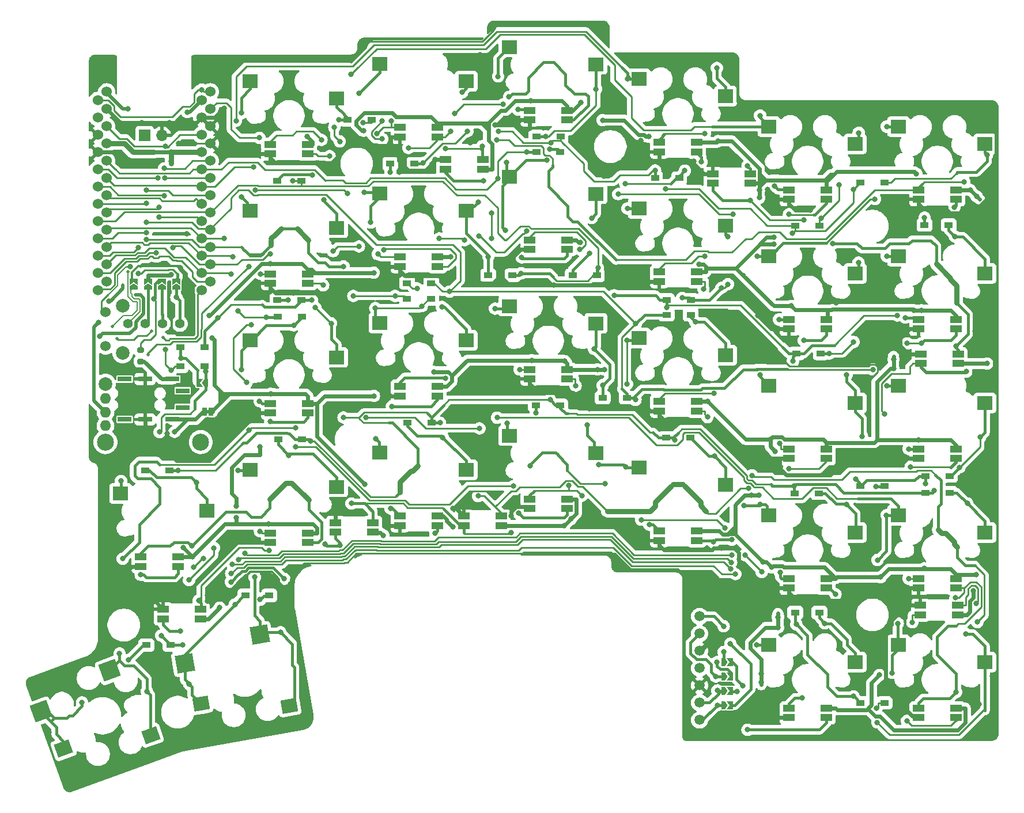
<source format=gbr>
G04 #@! TF.GenerationSoftware,KiCad,Pcbnew,8.0.5*
G04 #@! TF.CreationDate,2024-11-19T21:37:06+08:00*
G04 #@! TF.ProjectId,keyball61_right,6b657962-616c-46c3-9631-5f7269676874,rev?*
G04 #@! TF.SameCoordinates,Original*
G04 #@! TF.FileFunction,Copper,L1,Top*
G04 #@! TF.FilePolarity,Positive*
%FSLAX46Y46*%
G04 Gerber Fmt 4.6, Leading zero omitted, Abs format (unit mm)*
G04 Created by KiCad (PCBNEW 8.0.5) date 2024-11-19 21:37:06*
%MOMM*%
%LPD*%
G01*
G04 APERTURE LIST*
G04 Aperture macros list*
%AMRoundRect*
0 Rectangle with rounded corners*
0 $1 Rounding radius*
0 $2 $3 $4 $5 $6 $7 $8 $9 X,Y pos of 4 corners*
0 Add a 4 corners polygon primitive as box body*
4,1,4,$2,$3,$4,$5,$6,$7,$8,$9,$2,$3,0*
0 Add four circle primitives for the rounded corners*
1,1,$1+$1,$2,$3*
1,1,$1+$1,$4,$5*
1,1,$1+$1,$6,$7*
1,1,$1+$1,$8,$9*
0 Add four rect primitives between the rounded corners*
20,1,$1+$1,$2,$3,$4,$5,0*
20,1,$1+$1,$4,$5,$6,$7,0*
20,1,$1+$1,$6,$7,$8,$9,0*
20,1,$1+$1,$8,$9,$2,$3,0*%
%AMRotRect*
0 Rectangle, with rotation*
0 The origin of the aperture is its center*
0 $1 length*
0 $2 width*
0 $3 Rotation angle, in degrees counterclockwise*
0 Add horizontal line*
21,1,$1,$2,0,0,$3*%
%AMFreePoly0*
4,1,7,0.575000,0.000000,0.175000,-0.571500,-0.175000,-0.571500,-0.300000,-0.571500,-0.300000,0.571500,0.175000,0.571500,0.575000,0.000000,0.575000,0.000000,$1*%
%AMFreePoly1*
4,1,8,0.317500,-0.571500,0.175000,-0.571500,-0.175000,-0.571500,-0.575000,-0.571500,-0.175000,0.000000,-0.575000,0.571500,0.317500,0.571500,0.317500,-0.571500,0.317500,-0.571500,$1*%
G04 Aperture macros list end*
G04 #@! TA.AperFunction,ComponentPad*
%ADD10C,1.397000*%
G04 #@! TD*
G04 #@! TA.AperFunction,ComponentPad*
%ADD11C,1.500000*%
G04 #@! TD*
G04 #@! TA.AperFunction,ComponentPad*
%ADD12C,2.500000*%
G04 #@! TD*
G04 #@! TA.AperFunction,ComponentPad*
%ADD13R,2.100000X0.800000*%
G04 #@! TD*
G04 #@! TA.AperFunction,SMDPad,CuDef*
%ADD14FreePoly0,0.000000*%
G04 #@! TD*
G04 #@! TA.AperFunction,SMDPad,CuDef*
%ADD15FreePoly1,0.000000*%
G04 #@! TD*
G04 #@! TA.AperFunction,SMDPad,CuDef*
%ADD16FreePoly0,90.000000*%
G04 #@! TD*
G04 #@! TA.AperFunction,SMDPad,CuDef*
%ADD17FreePoly1,90.000000*%
G04 #@! TD*
G04 #@! TA.AperFunction,SMDPad,CuDef*
%ADD18FreePoly0,180.000000*%
G04 #@! TD*
G04 #@! TA.AperFunction,SMDPad,CuDef*
%ADD19FreePoly1,180.000000*%
G04 #@! TD*
G04 #@! TA.AperFunction,SMDPad,CuDef*
%ADD20R,0.400000X0.600000*%
G04 #@! TD*
G04 #@! TA.AperFunction,SMDPad,CuDef*
%ADD21R,0.635000X1.143000*%
G04 #@! TD*
G04 #@! TA.AperFunction,SMDPad,CuDef*
%ADD22R,1.700000X1.000000*%
G04 #@! TD*
G04 #@! TA.AperFunction,SMDPad,CuDef*
%ADD23RoundRect,0.200000X0.275000X-0.200000X0.275000X0.200000X-0.275000X0.200000X-0.275000X-0.200000X0*%
G04 #@! TD*
G04 #@! TA.AperFunction,SMDPad,CuDef*
%ADD24R,2.300000X2.000000*%
G04 #@! TD*
G04 #@! TA.AperFunction,SMDPad,CuDef*
%ADD25RotRect,2.300000X2.000000X10.000000*%
G04 #@! TD*
G04 #@! TA.AperFunction,SMDPad,CuDef*
%ADD26RotRect,2.600000X2.600000X190.000000*%
G04 #@! TD*
G04 #@! TA.AperFunction,ComponentPad*
%ADD27C,1.524000*%
G04 #@! TD*
G04 #@! TA.AperFunction,SMDPad,CuDef*
%ADD28RotRect,2.300000X2.000000X20.000000*%
G04 #@! TD*
G04 #@! TA.AperFunction,SMDPad,CuDef*
%ADD29RotRect,2.600000X2.600000X200.000000*%
G04 #@! TD*
G04 #@! TA.AperFunction,ComponentPad*
%ADD30C,2.000000*%
G04 #@! TD*
G04 #@! TA.AperFunction,SMDPad,CuDef*
%ADD31R,1.300000X0.950000*%
G04 #@! TD*
G04 #@! TA.AperFunction,ComponentPad*
%ADD32O,1.600000X1.600000*%
G04 #@! TD*
G04 #@! TA.AperFunction,ComponentPad*
%ADD33R,1.700000X1.700000*%
G04 #@! TD*
G04 #@! TA.AperFunction,ComponentPad*
%ADD34O,1.700000X1.700000*%
G04 #@! TD*
G04 #@! TA.AperFunction,ViaPad*
%ADD35C,0.800000*%
G04 #@! TD*
G04 #@! TA.AperFunction,ViaPad*
%ADD36C,0.500000*%
G04 #@! TD*
G04 #@! TA.AperFunction,Conductor*
%ADD37C,0.250000*%
G04 #@! TD*
G04 #@! TA.AperFunction,Conductor*
%ADD38C,0.800000*%
G04 #@! TD*
G04 #@! TA.AperFunction,Conductor*
%ADD39C,0.600000*%
G04 #@! TD*
G04 #@! TA.AperFunction,Conductor*
%ADD40C,0.400000*%
G04 #@! TD*
G04 #@! TA.AperFunction,Conductor*
%ADD41C,0.350000*%
G04 #@! TD*
G04 #@! TA.AperFunction,Conductor*
%ADD42C,0.200000*%
G04 #@! TD*
G04 #@! TA.AperFunction,Conductor*
%ADD43C,0.500000*%
G04 #@! TD*
G04 APERTURE END LIST*
D10*
X94280001Y-81879712D03*
X96820001Y-81879712D03*
X99360001Y-81879712D03*
X101900001Y-81879712D03*
D11*
X178271000Y-124925000D03*
X178271000Y-127465000D03*
X178271000Y-130005000D03*
X178271000Y-132545000D03*
X178271000Y-135085000D03*
X178271000Y-137625000D03*
X178271000Y-140165000D03*
D12*
X104989000Y-99294700D03*
X90989100Y-99294700D03*
D13*
X102304100Y-94220000D03*
X102304100Y-91770000D03*
X93804100Y-95970000D03*
X93804100Y-90020000D03*
X96804100Y-95970000D03*
X96804100Y-90020000D03*
X100804100Y-95970000D03*
X100804100Y-90020000D03*
D14*
X181809620Y-131669424D03*
D15*
X182810380Y-131669424D03*
D16*
X95110000Y-76570080D03*
D17*
X95110000Y-75569320D03*
D14*
X181809620Y-133769424D03*
D15*
X182810380Y-133769424D03*
D16*
X97210000Y-76570080D03*
D17*
X97210000Y-75569320D03*
D14*
X181809620Y-135869424D03*
D15*
X182810380Y-135869424D03*
D16*
X99310000Y-76570080D03*
D17*
X99310000Y-75569320D03*
D14*
X181809620Y-137969424D03*
D15*
X182810380Y-137969424D03*
D16*
X101400000Y-76570080D03*
D17*
X101400000Y-75569320D03*
D18*
X105680381Y-90559712D03*
D19*
X104679621Y-90559712D03*
D20*
X106010000Y-94869700D03*
D21*
X106510380Y-94869700D03*
X105509620Y-94869700D03*
D22*
X104960000Y-125270000D03*
X104960000Y-123870000D03*
X99460000Y-123870000D03*
X99460000Y-125270000D03*
X130259000Y-112529712D03*
X130259000Y-111129712D03*
X124759000Y-111129712D03*
X124759000Y-112529712D03*
X216189000Y-124705000D03*
X216189000Y-123305000D03*
X210689000Y-123305000D03*
X210689000Y-124705000D03*
X216269000Y-87744700D03*
X216269000Y-86344700D03*
X210769000Y-86344700D03*
X210769000Y-87744700D03*
X185699000Y-61234700D03*
X185699000Y-59834700D03*
X180199000Y-59834700D03*
X180199000Y-61234700D03*
X146409000Y-59174700D03*
X146409000Y-57774700D03*
X140909000Y-57774700D03*
X140909000Y-59174700D03*
X215960000Y-62219700D03*
X215960000Y-63619700D03*
X210460000Y-63619700D03*
X210460000Y-62219700D03*
X215960000Y-81269700D03*
X215960000Y-82669700D03*
X210460000Y-82669700D03*
X210460000Y-81269700D03*
X215960000Y-100320000D03*
X215960000Y-101720000D03*
X210460000Y-101720000D03*
X210460000Y-100320000D03*
X215960000Y-119370000D03*
X215960000Y-120770000D03*
X210460000Y-120770000D03*
X210460000Y-119370000D03*
X215960000Y-138420000D03*
X215960000Y-139820000D03*
X210460000Y-139820000D03*
X210460000Y-138420000D03*
X196910000Y-62219700D03*
X196910000Y-63619700D03*
X191410000Y-63619700D03*
X191410000Y-62219700D03*
X196910000Y-81269700D03*
X196910000Y-82669700D03*
X191410000Y-82669700D03*
X191410000Y-81269700D03*
X196910000Y-100320000D03*
X196910000Y-101720000D03*
X191410000Y-101720000D03*
X191410000Y-100320000D03*
X196910000Y-119370000D03*
X196910000Y-120770000D03*
X191410000Y-120770000D03*
X191410000Y-119370000D03*
X196910000Y-138420000D03*
X196910000Y-139820000D03*
X191410000Y-139820000D03*
X191410000Y-138420000D03*
X177860000Y-55219700D03*
X177860000Y-56619700D03*
X172360000Y-56619700D03*
X172360000Y-55219700D03*
X177860000Y-74269700D03*
X177860000Y-75669700D03*
X172360000Y-75669700D03*
X172360000Y-74269700D03*
X177860000Y-93319700D03*
X177860000Y-94719700D03*
X172360000Y-94719700D03*
X172360000Y-93319700D03*
X177860000Y-112370000D03*
X177860000Y-113770000D03*
X172360000Y-113770000D03*
X172360000Y-112370000D03*
X158810000Y-50519700D03*
X158810000Y-51919700D03*
X153310000Y-51919700D03*
X153310000Y-50519700D03*
X158810000Y-69569700D03*
X158810000Y-70969700D03*
X153310000Y-70969700D03*
X153310000Y-69569700D03*
X158810000Y-88619700D03*
X158810000Y-90019700D03*
X153310000Y-90019700D03*
X153310000Y-88619700D03*
X158810000Y-107670000D03*
X158810000Y-109070000D03*
X153310000Y-109070000D03*
X153310000Y-107670000D03*
X139760000Y-53019700D03*
X139760000Y-54419700D03*
X134260000Y-54419700D03*
X134260000Y-53019700D03*
X139760000Y-72069700D03*
X139760000Y-73469700D03*
X134260000Y-73469700D03*
X134260000Y-72069700D03*
X139760000Y-91119700D03*
X139760000Y-92519700D03*
X134260000Y-92519700D03*
X134260000Y-91119700D03*
X139760000Y-110170000D03*
X139760000Y-111570000D03*
X134260000Y-111570000D03*
X134260000Y-110170000D03*
X120710000Y-55519700D03*
X120710000Y-56919700D03*
X115210000Y-56919700D03*
X115210000Y-55519700D03*
X120710000Y-74569700D03*
X120710000Y-75969700D03*
X115210000Y-75969700D03*
X115210000Y-74569700D03*
X120710000Y-93619700D03*
X120710000Y-95019700D03*
X115210000Y-95019700D03*
X115210000Y-93619700D03*
X120710000Y-112670000D03*
X120710000Y-114070000D03*
X115210000Y-114070000D03*
X115210000Y-112670000D03*
X101660000Y-116170000D03*
X101660000Y-117570000D03*
X96160000Y-117570000D03*
X96160000Y-116170000D03*
D23*
X96110001Y-87419712D03*
X96110001Y-85769712D03*
D24*
X207510000Y-52899700D03*
X220210000Y-55439700D03*
X188460000Y-52899700D03*
X201160000Y-55439700D03*
X169410000Y-45899700D03*
X182110000Y-48439700D03*
X150360000Y-41199700D03*
X163060000Y-43739700D03*
X131310000Y-43699700D03*
X144010000Y-46239700D03*
X112260000Y-46199700D03*
X124960000Y-48739700D03*
X207510000Y-71949700D03*
X220210000Y-74489700D03*
X169410000Y-64949700D03*
X182110000Y-67489700D03*
X150360000Y-60249700D03*
X163060000Y-62789700D03*
X131310000Y-62749700D03*
X144010000Y-65289700D03*
X112260000Y-65249700D03*
X124960000Y-67789700D03*
X207510000Y-90999700D03*
X220210000Y-93539700D03*
X188460000Y-90999700D03*
X201160000Y-93539700D03*
X169410000Y-83999700D03*
X182110000Y-86539700D03*
X150360000Y-79299700D03*
X163060000Y-81839700D03*
X131310000Y-81799700D03*
X144010000Y-84339700D03*
X112260000Y-84299700D03*
X124960000Y-86839700D03*
X207510000Y-110050000D03*
X220210000Y-112590000D03*
X188460000Y-110050000D03*
X201160000Y-112590000D03*
X169410000Y-103050000D03*
X182110000Y-105590000D03*
X150360000Y-98350000D03*
X163060000Y-100890000D03*
X131310000Y-100850000D03*
X144010000Y-103390000D03*
X112260000Y-103350000D03*
X124960000Y-105890000D03*
X93210000Y-106850000D03*
X105910000Y-109390000D03*
X207510000Y-129100000D03*
X220210000Y-131640000D03*
D25*
X117954483Y-138069421D03*
D26*
X113677341Y-127633595D03*
D25*
X105006358Y-137773341D03*
D26*
X102635597Y-131814491D03*
D27*
X89847700Y-49060000D03*
X106394100Y-47790000D03*
X89847700Y-51600000D03*
X106394100Y-50330000D03*
X89847700Y-54140000D03*
X106394100Y-52870000D03*
X89847700Y-56680000D03*
X106394100Y-55410000D03*
X89847700Y-59220000D03*
X106394100Y-57950000D03*
X89847700Y-61760000D03*
X106394100Y-60490000D03*
X89847700Y-64300000D03*
X106394100Y-63030000D03*
X89847700Y-66840000D03*
X106394100Y-65570000D03*
X89847700Y-69380000D03*
X106394100Y-68110000D03*
X89847700Y-71920000D03*
X106394100Y-70650000D03*
X89847700Y-74460000D03*
X106394100Y-73190000D03*
X89847700Y-77000000D03*
X106394100Y-75730000D03*
X91174100Y-75730000D03*
X105087700Y-77000000D03*
X91174100Y-73190000D03*
X105087700Y-74460000D03*
X91174100Y-70650000D03*
X105087700Y-71920000D03*
X91174100Y-68110000D03*
X105087700Y-69380000D03*
X91174100Y-65570000D03*
X105087700Y-66840000D03*
X91174100Y-63030000D03*
X105087700Y-64300000D03*
X91174100Y-60490000D03*
X105087700Y-61760000D03*
X91174100Y-57950000D03*
X105087700Y-59220000D03*
X91174100Y-55410000D03*
X105087700Y-56680000D03*
X91174100Y-52870000D03*
X105087700Y-54140000D03*
X91174100Y-50330000D03*
X105087700Y-51600000D03*
X91174100Y-47790000D03*
X105087700Y-49060000D03*
D24*
X188460000Y-129100000D03*
X201160000Y-131640000D03*
D28*
X97639891Y-142395711D03*
D29*
X91615567Y-132861147D03*
D28*
X84837064Y-144352548D03*
D29*
X81467577Y-138895904D03*
D27*
X91010001Y-80209712D03*
X91010001Y-85209712D03*
D30*
X93510001Y-79209712D03*
X93510001Y-86209712D03*
D31*
X201895000Y-61169700D03*
X205445000Y-61169700D03*
X192335000Y-67469700D03*
X195885000Y-67469700D03*
X171735000Y-60469700D03*
X175285000Y-60469700D03*
X154295001Y-54329712D03*
X157845001Y-54329712D03*
X132835000Y-58369700D03*
X136385000Y-58369700D03*
X126555000Y-51899700D03*
X130105000Y-51899700D03*
X211335000Y-67369700D03*
X214885000Y-67369700D03*
X192535000Y-86269700D03*
X196085000Y-86269700D03*
X173435000Y-78369700D03*
X176985000Y-78369700D03*
X159635000Y-74769700D03*
X163185000Y-74769700D03*
X147235000Y-74769700D03*
X150785000Y-74769700D03*
X116235000Y-60869700D03*
X119785000Y-60869700D03*
X211475000Y-104290000D03*
X215025000Y-104290000D03*
X201935000Y-105770000D03*
X205485000Y-105770000D03*
X173435000Y-80569700D03*
X176985000Y-80569700D03*
X164035000Y-92769700D03*
X167585000Y-92769700D03*
X135305001Y-75909712D03*
X138855001Y-75909712D03*
X116255001Y-78399712D03*
X119805001Y-78399712D03*
X211485000Y-106730000D03*
X215035000Y-106730000D03*
X192215000Y-106830000D03*
X195765000Y-106830000D03*
X173385000Y-98669700D03*
X176935000Y-98669700D03*
X154235000Y-93869700D03*
X157785000Y-93869700D03*
X135335000Y-96469700D03*
X138885000Y-96469700D03*
X116345000Y-98869700D03*
X119895000Y-98869700D03*
X96835000Y-103470000D03*
X100385000Y-103470000D03*
X201925000Y-137630000D03*
X205475000Y-137630000D03*
X192335000Y-124370000D03*
X195885000Y-124370000D03*
X111515001Y-121839712D03*
X115065001Y-121839712D03*
X96995001Y-129159712D03*
X100545001Y-129159712D03*
X102015001Y-85339712D03*
X105565001Y-85339712D03*
X154275001Y-56669712D03*
X157825001Y-56669712D03*
X135285001Y-78229712D03*
X138835001Y-78229712D03*
X116275001Y-80829712D03*
X119825001Y-80829712D03*
X102005001Y-88179712D03*
X105555001Y-88179712D03*
D32*
X90985001Y-96894712D03*
X90985001Y-94894712D03*
X90985001Y-92894712D03*
D30*
X90985001Y-90744712D03*
X90985001Y-99044712D03*
D33*
X96735001Y-54169712D03*
D34*
X99275001Y-54169712D03*
D22*
X149160000Y-111590000D03*
X149160000Y-110190000D03*
X143660000Y-110190000D03*
X143660000Y-111590000D03*
D24*
X188460000Y-71949700D03*
X201160000Y-74489700D03*
D35*
X220503900Y-57058900D03*
X96985501Y-62272600D03*
X128823900Y-52341400D03*
X173250800Y-62062600D03*
X200893800Y-62170900D03*
X148718900Y-53628700D03*
X191942100Y-68583500D03*
X137661000Y-58269600D03*
X144155600Y-53595800D03*
X96985501Y-64171600D03*
X171735000Y-59357200D03*
X156440011Y-55249702D03*
X196162800Y-66391600D03*
X201660300Y-53820000D03*
X198784000Y-61483200D03*
X118528900Y-60869700D03*
X191993000Y-87378300D03*
X173435000Y-79469700D03*
X163337400Y-73681900D03*
X165731000Y-77706600D03*
X207316300Y-80691500D03*
X211335000Y-66288500D03*
X152060400Y-74469600D03*
X96985501Y-66967700D03*
X201209500Y-104691900D03*
X121290001Y-78399712D03*
X211475000Y-105374700D03*
X168865200Y-93074600D03*
X203719800Y-88613400D03*
X96985501Y-68508500D03*
X141540013Y-77169700D03*
X107479144Y-81038855D03*
X168879200Y-81904000D03*
X176108300Y-59389000D03*
X167370000Y-61293000D03*
X180810000Y-44273500D03*
X121164900Y-99118900D03*
X156310001Y-93069400D03*
X192186500Y-105727700D03*
X125957300Y-95669400D03*
X174657000Y-98966400D03*
X95772050Y-70721454D03*
X96985501Y-69508003D03*
X212745800Y-106444500D03*
X101687000Y-103427500D03*
X125957300Y-73457100D03*
X140145100Y-96469700D03*
X155660001Y-54329712D03*
X163060000Y-47378400D03*
X143365500Y-47865500D03*
X132835000Y-59584711D03*
X131624900Y-52091800D03*
X131656500Y-54725300D03*
X125304700Y-51899700D03*
X215809800Y-69094800D03*
X201618200Y-72889300D03*
X197337300Y-86263000D03*
X200896000Y-84565400D03*
X182421800Y-76086400D03*
X182421800Y-69126800D03*
X181491600Y-76627500D03*
X175732400Y-78092400D03*
X162420400Y-66347900D03*
X162059800Y-71544600D03*
X145758200Y-64034000D03*
X147235000Y-72017300D03*
X121404600Y-60069400D03*
X123106400Y-63639000D03*
X219493200Y-98554500D03*
X216444100Y-103026600D03*
X204218100Y-105849800D03*
X202139200Y-98451000D03*
X199860000Y-89391600D03*
X177661300Y-81647000D03*
X162759500Y-85561000D03*
X164035000Y-90944700D03*
X203230001Y-141959712D03*
X112890001Y-141929712D03*
X162128500Y-94422500D03*
X161930001Y-110719712D03*
X164840001Y-64949712D03*
X144533885Y-55275828D03*
X160160300Y-54299413D03*
X218730001Y-82999712D03*
X100700600Y-79349113D03*
X164140001Y-38379712D03*
X118010001Y-125939712D03*
X103312713Y-121037000D03*
X137130001Y-64529712D03*
X148340001Y-106879712D03*
X131870001Y-93089712D03*
X180990001Y-57289712D03*
X134170001Y-59619712D03*
X123681706Y-59808007D03*
X167250001Y-111019712D03*
X150850001Y-90739712D03*
X183360001Y-141819712D03*
X161510001Y-87079712D03*
X91050045Y-103179756D03*
X97260001Y-127209712D03*
X188110001Y-64229712D03*
X165080001Y-48729712D03*
X105980001Y-121809712D03*
X185360001Y-50179712D03*
X169420010Y-74939703D03*
X141890157Y-74249556D03*
X109830001Y-43729712D03*
X185879713Y-101720000D03*
X143858056Y-91371657D03*
X80260001Y-134819712D03*
X221560001Y-88819712D03*
X148183600Y-52704100D03*
X165330001Y-69749712D03*
X169837213Y-94422500D03*
X139434100Y-57774700D03*
X188241100Y-62122300D03*
X104440001Y-43099712D03*
X188589713Y-120770000D03*
X118200000Y-120130000D03*
X164260001Y-60169712D03*
X105990001Y-122699712D03*
X100417213Y-52352500D03*
X200685001Y-140619712D03*
X148493900Y-72859600D03*
X93292500Y-57271900D03*
X221190001Y-62279712D03*
X122212413Y-58277300D03*
X132620001Y-56579712D03*
X150610002Y-110190000D03*
X151479845Y-52399556D03*
X190470001Y-87139712D03*
X94390001Y-146799712D03*
X202120001Y-90839712D03*
X151530001Y-94399712D03*
X207190001Y-82869712D03*
X96804100Y-91845613D03*
X197020001Y-142069712D03*
X113490001Y-77159712D03*
X142006100Y-109030000D03*
X183940001Y-81469712D03*
X203590001Y-50129712D03*
X148030001Y-38229712D03*
X129150001Y-40889712D03*
X106980001Y-96419712D03*
X107910000Y-50669700D03*
X220780001Y-141879712D03*
X178950001Y-118859712D03*
X201549200Y-117640513D03*
X182800001Y-43219712D03*
X219310294Y-137820005D03*
X146105001Y-104584712D03*
X169210001Y-114389712D03*
X93140001Y-121749712D03*
X218645001Y-103454712D03*
X93292600Y-52448100D03*
X166652313Y-76227400D03*
X221270001Y-133669712D03*
X90434999Y-118264714D03*
X147440001Y-94679712D03*
X100080001Y-98069712D03*
X186849000Y-80713900D03*
X220960001Y-50289712D03*
X169670001Y-54969712D03*
X100100001Y-135319712D03*
X166150001Y-73799712D03*
X97423400Y-121080000D03*
X85910001Y-149569712D03*
X180471400Y-96947100D03*
X177390700Y-58015800D03*
X182302006Y-98777707D03*
X146810001Y-85349712D03*
X160522856Y-92816857D03*
X125087100Y-78370200D03*
X141810001Y-94739712D03*
X194570600Y-65157300D03*
X89850001Y-130679712D03*
X156883100Y-76227400D03*
X208920001Y-68529712D03*
X207860001Y-63959712D03*
X145379413Y-75920300D03*
X153320001Y-53199712D03*
X103000001Y-143679712D03*
X166430001Y-117339712D03*
X221280001Y-126649712D03*
X96160001Y-100929712D03*
X199971300Y-101720000D03*
X202281300Y-84052000D03*
X96337213Y-52352500D03*
X101980001Y-73619712D03*
X221195001Y-103454712D03*
X176957856Y-133571857D03*
X221550001Y-76799712D03*
X132570001Y-111739712D03*
X100434057Y-101055656D03*
X186550001Y-85739712D03*
X101303500Y-121037000D03*
X91810001Y-43169712D03*
X91542501Y-87762212D03*
X170208300Y-58829500D03*
X203370001Y-73589712D03*
X90960001Y-106839712D03*
X120430001Y-140339712D03*
X107980001Y-56949712D03*
X221560001Y-110229712D03*
X125200001Y-108629712D03*
X176900001Y-141889712D03*
X146040001Y-42339712D03*
X89610001Y-43169712D03*
X198300001Y-78859712D03*
X127200001Y-79709712D03*
X181469213Y-114930500D03*
X101700001Y-55359712D03*
X82710001Y-141969712D03*
X221560001Y-117269712D03*
X179420001Y-122889712D03*
X217809700Y-65657100D03*
X202532300Y-78507413D03*
X181948200Y-110151513D03*
X200406700Y-122034200D03*
X108410000Y-50169700D03*
X131510001Y-89529712D03*
X102910001Y-68689712D03*
X105160000Y-47459700D03*
X96135001Y-87419712D03*
X109410000Y-119860000D03*
X101142003Y-97799712D03*
X117245000Y-119395000D03*
X100602700Y-58017013D03*
X100602700Y-74644100D03*
X100602700Y-56680000D03*
X98106900Y-78271700D03*
X99668400Y-60490000D03*
X99610001Y-63085200D03*
X95837281Y-74526514D03*
D36*
X94285001Y-74294712D03*
D35*
X99610001Y-59040499D03*
X98668898Y-60489494D03*
D36*
X92035001Y-82319712D03*
D35*
X113603800Y-54567700D03*
X112050794Y-73470505D03*
D36*
X97235001Y-86444712D03*
D35*
X109683000Y-72042700D03*
X111500001Y-115649712D03*
X184597100Y-135128800D03*
X183010000Y-115870000D03*
X109410000Y-74569700D03*
X110530001Y-116569712D03*
X180810001Y-131669712D03*
X182910000Y-116970000D03*
X182810000Y-117970000D03*
X182800000Y-128932800D03*
X108410000Y-69369700D03*
X109620001Y-117279712D03*
X183779700Y-135958400D03*
D36*
X99460001Y-83919712D03*
X97735001Y-82944712D03*
D35*
X183535000Y-118695000D03*
D36*
X92684328Y-84045385D03*
D35*
X109455000Y-118625000D03*
X140428400Y-79432800D03*
X136790000Y-76709713D03*
X121820001Y-79529712D03*
X117840001Y-78399712D03*
X124130001Y-81839712D03*
X217607000Y-108326600D03*
X199860000Y-108443400D03*
X180467700Y-101382300D03*
X161760000Y-96735600D03*
X154235000Y-94973800D03*
X140549200Y-98603900D03*
X117926900Y-101251900D03*
X104326800Y-105241500D03*
X204389000Y-140507300D03*
X204279800Y-138453700D03*
X217431000Y-127535700D03*
X196657300Y-125942600D03*
X110020001Y-123159712D03*
X103280000Y-134870000D03*
X87540001Y-137589712D03*
X94367844Y-131327555D03*
X147730001Y-69379712D03*
X204408700Y-116643100D03*
X205751700Y-71949700D03*
X207384200Y-125959500D03*
X205757000Y-90999700D03*
X147730001Y-65609712D03*
X148607900Y-60514900D03*
X206577500Y-133245400D03*
X152860001Y-56669712D03*
X205746800Y-110050000D03*
X205756100Y-52899700D03*
X148520001Y-95699712D03*
X186707400Y-71949700D03*
X187160000Y-108448300D03*
X113014600Y-62272200D03*
X127030001Y-45239712D03*
X127400001Y-77809712D03*
X187160000Y-89384300D03*
X133530001Y-77809712D03*
X184791200Y-108586500D03*
X186685200Y-129100000D03*
X112722500Y-58851100D03*
X187160000Y-51286300D03*
X126530001Y-62779712D03*
X204043500Y-63546213D03*
X163440200Y-102612100D03*
X114630001Y-80969712D03*
X110415001Y-79994712D03*
X167604600Y-90763900D03*
X167659600Y-64949700D03*
X167641300Y-84363900D03*
X110160001Y-52049712D03*
X167658300Y-45899700D03*
X167455800Y-102955000D03*
X102090001Y-86979712D03*
X149730001Y-68139712D03*
X156280001Y-56259712D03*
X148679799Y-45529914D03*
X148210001Y-79659712D03*
X155820001Y-57849712D03*
X149970001Y-96499712D03*
X149899510Y-58200203D03*
X129015001Y-62564712D03*
X130630001Y-79599712D03*
X125400001Y-55079712D03*
X130710001Y-98829712D03*
X129940001Y-66999712D03*
X137445001Y-79304712D03*
X124610001Y-53009712D03*
X128224994Y-48024705D03*
X110960000Y-88679713D03*
X110960000Y-50909713D03*
X110960000Y-63249713D03*
X118657501Y-82117212D03*
X116690001Y-127269712D03*
X110430001Y-103479712D03*
X112910001Y-119159712D03*
X93055900Y-130399000D03*
X105680381Y-88919332D03*
X93270001Y-105029712D03*
X98940001Y-97829712D03*
X97066474Y-135963239D03*
X101410000Y-78019711D03*
X181810001Y-126369712D03*
X181810001Y-130169712D03*
X180652222Y-133769424D03*
X180883300Y-135824100D03*
X180866900Y-137979700D03*
X91466072Y-78567247D03*
X89935001Y-81744712D03*
D36*
X93536100Y-76194712D03*
D35*
X210460000Y-98949500D03*
X188646100Y-98911400D03*
X170850001Y-54389712D03*
X189785000Y-125014713D03*
X218467400Y-121153300D03*
X220525013Y-87744700D03*
X158376095Y-111595806D03*
X159360200Y-110611700D03*
X129107957Y-105491756D03*
X110222500Y-108697213D03*
X113665000Y-99964713D03*
X130429900Y-92519700D03*
X218916600Y-118753800D03*
X204704300Y-133543300D03*
X185868013Y-107131700D03*
X187334600Y-133313900D03*
X188868000Y-117723300D03*
X102377200Y-114809600D03*
X120616300Y-54391100D03*
X139222100Y-88974900D03*
X115210000Y-73103800D03*
X142016200Y-111796000D03*
X180998500Y-55019400D03*
X110222500Y-110427213D03*
X164280013Y-88619700D03*
X189785000Y-126573900D03*
X158477700Y-87412200D03*
X187334600Y-134585113D03*
X210861013Y-79918700D03*
X153603813Y-87265900D03*
X189199500Y-69150213D03*
X107766002Y-123635713D03*
X141698300Y-72028800D03*
X189388094Y-100657805D03*
X179444400Y-93323500D03*
X160747800Y-69943400D03*
X206763900Y-88473200D03*
X191763600Y-79275000D03*
X186983200Y-107131700D03*
X114910001Y-111362400D03*
X178159600Y-73139300D03*
X187546757Y-116912956D03*
X103737600Y-116170000D03*
X160790001Y-49349712D03*
X204847700Y-119168000D03*
X206763900Y-87135813D03*
X130404700Y-74385300D03*
X128919444Y-53519155D03*
X164020001Y-51949712D03*
X115242100Y-92209700D03*
X218035600Y-62219700D03*
X163291700Y-88619700D03*
X106679144Y-83989712D03*
X218987806Y-63171907D03*
X209784900Y-79918700D03*
X210135001Y-59848100D03*
X211284900Y-117870000D03*
X131816500Y-113055300D03*
X187036900Y-62235000D03*
X106180001Y-80699712D03*
X187036900Y-63362813D03*
X153475900Y-49119200D03*
X189199500Y-70160000D03*
X106920001Y-114869712D03*
X103261445Y-119581156D03*
X102010001Y-127079712D03*
X125414713Y-114445000D03*
X123241316Y-114281027D03*
X115060001Y-115199712D03*
X104670001Y-122589712D03*
X150563800Y-112575600D03*
X127132800Y-108318400D03*
X145725200Y-107226500D03*
X209543900Y-125789800D03*
X185968600Y-104191800D03*
X219097600Y-125751400D03*
X185465400Y-106092800D03*
X205468000Y-95173800D03*
X217444300Y-88930400D03*
X218917700Y-123017900D03*
X215914300Y-85216700D03*
X197855300Y-70086100D03*
X185699000Y-63785900D03*
X193589600Y-66669300D03*
X146556000Y-60909200D03*
X185318400Y-58698900D03*
X102340001Y-129159712D03*
X118919200Y-100024400D03*
X181994000Y-111932400D03*
X192492700Y-126104300D03*
X98422654Y-71498539D03*
X153409500Y-102745400D03*
X112443300Y-82047300D03*
X112081700Y-97511000D03*
X100910001Y-70720700D03*
X118919200Y-97178911D03*
X150925500Y-105781000D03*
X169684500Y-110713800D03*
X99185001Y-127744712D03*
X200885200Y-136676000D03*
X164363900Y-105393200D03*
X184925300Y-115896600D03*
X111713500Y-90512100D03*
X115202713Y-71607000D03*
X187421500Y-118392800D03*
X113715001Y-122454712D03*
X93515001Y-116444712D03*
X146342400Y-55779900D03*
X140909000Y-56115400D03*
X148442800Y-54834300D03*
X217135300Y-61023500D03*
X215720700Y-64756700D03*
X208512700Y-81003600D03*
X208785800Y-84778200D03*
X210857400Y-84778200D03*
X209003800Y-100320000D03*
X209284700Y-102923300D03*
X208986400Y-119370000D03*
X215874700Y-122198400D03*
X215970001Y-136059712D03*
X208735500Y-140280600D03*
X189300400Y-61679200D03*
X191410000Y-65794600D03*
X189922800Y-81269700D03*
X193594400Y-84340700D03*
X190034400Y-99484100D03*
X191410000Y-103245700D03*
X190102000Y-118460000D03*
X198249100Y-121671700D03*
X193377100Y-136920000D03*
X185322400Y-141597500D03*
X179035300Y-53894700D03*
X179035300Y-71998600D03*
X178566400Y-58115000D03*
X178824800Y-76778000D03*
X180363700Y-92144400D03*
X170885500Y-111439200D03*
X179423800Y-95621200D03*
X183147200Y-65788000D03*
X183008800Y-113661200D03*
X166338400Y-62838500D03*
X180291500Y-114001800D03*
X151600800Y-50419400D03*
X160674800Y-70955200D03*
X150290001Y-48529712D03*
X151834600Y-88619700D03*
X152134700Y-72145100D03*
X160063300Y-91004600D03*
X160972500Y-107171400D03*
X159054500Y-105692600D03*
X99810001Y-55780500D03*
X94660001Y-73449500D03*
X132997300Y-52079400D03*
X129269700Y-95698600D03*
X130835400Y-53951500D03*
X145942200Y-97270000D03*
X151664400Y-109764900D03*
X135504300Y-56035800D03*
X145879300Y-68993600D03*
X142290900Y-50978100D03*
X141698300Y-53632200D03*
X140032400Y-69358700D03*
X152841700Y-68255400D03*
X149404800Y-49638900D03*
X130988300Y-71647000D03*
X143761900Y-69593800D03*
X140935300Y-89900900D03*
X131851600Y-71022700D03*
X132855001Y-109064712D03*
X133084700Y-94043400D03*
X98885501Y-66204200D03*
X99800600Y-85669712D03*
X100660001Y-88719712D03*
X98885501Y-64755200D03*
X122719900Y-54860300D03*
X139441500Y-112681700D03*
X124425300Y-71221400D03*
X123904600Y-57242700D03*
X113758600Y-74569700D03*
X128230300Y-70527200D03*
X113628100Y-93270600D03*
X122965001Y-76234712D03*
X115210000Y-96269713D03*
X113677400Y-112407900D03*
X103656700Y-114538600D03*
X103903600Y-117660000D03*
X105392400Y-116377200D03*
X96160000Y-118808000D03*
X103010001Y-50769712D03*
D36*
X95401488Y-77674742D03*
D35*
X94310001Y-50269712D03*
X90160001Y-83719712D03*
D37*
X179225100Y-109448300D02*
X179571512Y-109794712D01*
X179571512Y-109794712D02*
X180619988Y-109794712D01*
X180619988Y-109794712D02*
X184321900Y-106092800D01*
X184321900Y-106092800D02*
X185465400Y-106092800D01*
X174106200Y-105791100D02*
X174377588Y-105519712D01*
X175819112Y-105519712D02*
X176090500Y-105791100D01*
D38*
X174377588Y-105519712D02*
X175819112Y-105519712D01*
D37*
X199460289Y-106730000D02*
X198251289Y-105521000D01*
X198251289Y-105521000D02*
X192450200Y-105521000D01*
X192450200Y-105521000D02*
X192215000Y-105756200D01*
D39*
X150610002Y-109546505D02*
X151321907Y-108834600D01*
X150610002Y-110190000D02*
X150610002Y-109546505D01*
X151321907Y-108834600D02*
X153074600Y-108834600D01*
X153074600Y-108834600D02*
X153310000Y-109070000D01*
D37*
X207016900Y-60573100D02*
X215154800Y-60573100D01*
X205445000Y-61169700D02*
X206420300Y-61169700D01*
D40*
X216148187Y-59579712D02*
X215994094Y-59733805D01*
X218950001Y-59579712D02*
X216148187Y-59579712D01*
D37*
X215154800Y-60573100D02*
X215994094Y-59733805D01*
D40*
X220210000Y-56765000D02*
X220503900Y-57058900D01*
X220503900Y-57058900D02*
X220503900Y-58025813D01*
D37*
X206420300Y-61169700D02*
X207016900Y-60573100D01*
D40*
X220210000Y-55439700D02*
X220210000Y-56765000D01*
X220503900Y-58025813D02*
X218950001Y-59579712D01*
D37*
X150758989Y-53628700D02*
X152379991Y-55249702D01*
X100212700Y-62349300D02*
X100893400Y-63030000D01*
X181091300Y-64961400D02*
X185711000Y-64961400D01*
X130063400Y-52341400D02*
X128823900Y-52341400D01*
D40*
X137560900Y-58369700D02*
X137661000Y-58269600D01*
D37*
X196744000Y-68270000D02*
X200893800Y-64120200D01*
X185711000Y-64961400D02*
X188219300Y-67469700D01*
D40*
X136385000Y-58369700D02*
X137560900Y-58369700D01*
D37*
X148718900Y-53628700D02*
X150758989Y-53628700D01*
X157845001Y-54979710D02*
X158114993Y-55249702D01*
X161220200Y-59449911D02*
X161250200Y-59449911D01*
X161250200Y-59449911D02*
X162780001Y-60979712D01*
X96985501Y-62272600D02*
X97062201Y-62349300D01*
X130105000Y-52299800D02*
X130063400Y-52341400D01*
X166624513Y-60005200D02*
X170195489Y-60005200D01*
X156710003Y-54979710D02*
X157845001Y-54979710D01*
D40*
X171735000Y-59357200D02*
X171735000Y-60469700D01*
D37*
X157845001Y-54329712D02*
X157845001Y-54979710D01*
X200893800Y-64120200D02*
X200893800Y-62170900D01*
X97062201Y-62349300D02*
X100212700Y-62349300D01*
X173250800Y-62062600D02*
X178192500Y-62062600D01*
X96985501Y-64171600D02*
X96857101Y-64300000D01*
X156440011Y-55249702D02*
X156710003Y-54979710D01*
X192255600Y-68270000D02*
X191942100Y-68583500D01*
X170195489Y-60005200D02*
X170759700Y-60005200D01*
X152379991Y-55249702D02*
X156440011Y-55249702D01*
X188219300Y-67469700D02*
X192335000Y-67469700D01*
X162780001Y-60979712D02*
X165650001Y-60979712D01*
X130105000Y-51899700D02*
X130105000Y-52299800D01*
X100893400Y-63030000D02*
X106394100Y-63030000D01*
X137661000Y-58269600D02*
X140540600Y-55390000D01*
X201895000Y-61169700D02*
X200893800Y-62170900D01*
X96857101Y-64300000D02*
X89847700Y-64300000D01*
X192335000Y-67469700D02*
X192335000Y-68270000D01*
X161220200Y-58354909D02*
X161220200Y-59449911D01*
X192335000Y-68270000D02*
X192255600Y-68270000D01*
X140540600Y-55390000D02*
X142361400Y-55390000D01*
X170195489Y-60005200D02*
X170295200Y-60005200D01*
X170759700Y-60005200D02*
X171407700Y-59357200D01*
X192335000Y-68270000D02*
X196744000Y-68270000D01*
X171407700Y-59357200D02*
X171735000Y-59357200D01*
X165650001Y-60979712D02*
X166624513Y-60005200D01*
X158114993Y-55249702D02*
X161220200Y-58354909D01*
X178192500Y-62062600D02*
X181091300Y-64961400D01*
X142361400Y-55390000D02*
X144155600Y-53595800D01*
X198784000Y-63770400D02*
X196162800Y-66391600D01*
X198784000Y-61483200D02*
X198784000Y-63770400D01*
D40*
X201660300Y-53820000D02*
X201660300Y-54939400D01*
D37*
X195885000Y-67469700D02*
X195885000Y-66669400D01*
X195885000Y-66669400D02*
X196162800Y-66391600D01*
X148600606Y-68570317D02*
X149630001Y-69599712D01*
X163337400Y-70821800D02*
X160459300Y-67943700D01*
D40*
X173435000Y-79469700D02*
X173435000Y-78369700D01*
D37*
X156790001Y-75108501D02*
X157251500Y-75570000D01*
X148600606Y-64889107D02*
X148600606Y-68570317D01*
X163337400Y-74867200D02*
X163337400Y-73681900D01*
X113438200Y-61670000D02*
X113315100Y-61546900D01*
D40*
X192535000Y-86269700D02*
X191379101Y-86269700D01*
X191993000Y-86811700D02*
X192535000Y-86269700D01*
D37*
X120269713Y-61670000D02*
X119785000Y-61670000D01*
D40*
X192535000Y-86269700D02*
X193585000Y-86269700D01*
D37*
X202434900Y-80691500D02*
X198060300Y-85066100D01*
D40*
X163185000Y-73834300D02*
X163337400Y-73681900D01*
X193585000Y-86269700D02*
X194788600Y-85066100D01*
D37*
X119785000Y-60869700D02*
X118809700Y-60869700D01*
X148600606Y-64889107D02*
X146715500Y-63004000D01*
D40*
X151760300Y-74769700D02*
X152060400Y-74469600D01*
D37*
X156790001Y-75029712D02*
X156790001Y-75108501D01*
X113315100Y-61546900D02*
X110417200Y-61546900D01*
D40*
X191993000Y-87378300D02*
X191993000Y-86811700D01*
D37*
X93816500Y-65479700D02*
X92456200Y-66840000D01*
X162650589Y-74769700D02*
X163185000Y-74769700D01*
X106303800Y-65479700D02*
X93816500Y-65479700D01*
X119210289Y-61670000D02*
X113438200Y-61670000D01*
X142610900Y-63004000D02*
X140541600Y-60934700D01*
X161760289Y-75570000D02*
X161850289Y-75570000D01*
D40*
X152060400Y-74469600D02*
X156229889Y-74469600D01*
D37*
X173435000Y-79170000D02*
X184279400Y-79170000D01*
X149860001Y-69599712D02*
X151936613Y-67523100D01*
X153555800Y-67943700D02*
X153135200Y-67523100D01*
X207316300Y-80691500D02*
X202434900Y-80691500D01*
D40*
X171796600Y-77706600D02*
X165731000Y-77706600D01*
X172459700Y-78369700D02*
X171796600Y-77706600D01*
X194788600Y-85066100D02*
X198060300Y-85066100D01*
D37*
X163337400Y-73681900D02*
X163337400Y-70821800D01*
X161760289Y-75570000D02*
X157251500Y-75570000D01*
X146715500Y-63004000D02*
X142610900Y-63004000D01*
X92456200Y-66840000D02*
X89847700Y-66840000D01*
X119785000Y-61670000D02*
X119210289Y-61670000D01*
X173435000Y-79170000D02*
X173435000Y-79469700D01*
X153135200Y-67523100D02*
X151936613Y-67523100D01*
X119785000Y-60869700D02*
X119785000Y-61670000D01*
D40*
X191379101Y-86269700D02*
X190444557Y-85335156D01*
X150785000Y-74769700D02*
X151760300Y-74769700D01*
D37*
X149630001Y-69599712D02*
X149860001Y-69599712D01*
X184279400Y-79170000D02*
X190444557Y-85335156D01*
X140541600Y-60934700D02*
X130344400Y-60934700D01*
X160459300Y-67943700D02*
X153555800Y-67943700D01*
X130344400Y-60934700D02*
X129609100Y-61670000D01*
D40*
X173435000Y-78369700D02*
X172459700Y-78369700D01*
X156229889Y-74469600D02*
X156790001Y-75029712D01*
D37*
X129609100Y-61670000D02*
X120269713Y-61670000D01*
X173435000Y-78369700D02*
X173435000Y-79170000D01*
D40*
X163185000Y-74769700D02*
X163185000Y-73834300D01*
D37*
X161850289Y-75570000D02*
X162650589Y-74769700D01*
X118809700Y-60869700D02*
X118528900Y-60869700D01*
D40*
X211335000Y-66288500D02*
X211335000Y-67369700D01*
D37*
X110417200Y-61546900D02*
X106394100Y-65570000D01*
X141540013Y-77169700D02*
X140480013Y-77169700D01*
D40*
X169803600Y-91526400D02*
X172916689Y-91526400D01*
D37*
X211475000Y-104660000D02*
X211475000Y-105374700D01*
X186620001Y-88449712D02*
X187870001Y-88449712D01*
D40*
X209894701Y-104894999D02*
X210499700Y-104290000D01*
D37*
X211105000Y-104290000D02*
X210499700Y-104290000D01*
X96985501Y-68508500D02*
X92877900Y-68508500D01*
D40*
X181926800Y-91363400D02*
X184676800Y-88613400D01*
D37*
X113315100Y-62997500D02*
X113438100Y-62874500D01*
D40*
X211475000Y-104290000D02*
X211475000Y-105374700D01*
D37*
X123367700Y-62874500D02*
X130769200Y-70276000D01*
X130769200Y-70276000D02*
X142076289Y-70276000D01*
D40*
X167585000Y-92769700D02*
X168560300Y-92769700D01*
D37*
X168150700Y-92769700D02*
X168560300Y-92769700D01*
X106394100Y-67927400D02*
X109415895Y-64905606D01*
X110580001Y-62249712D02*
X111966412Y-62249712D01*
X186456313Y-88613400D02*
X186620001Y-88449712D01*
D40*
X172916689Y-91526400D02*
X173009679Y-91619390D01*
X178723689Y-91363400D02*
X179960698Y-91363400D01*
D37*
X111966412Y-62249712D02*
X112714200Y-62997500D01*
D40*
X186746898Y-88613400D02*
X186775999Y-88584299D01*
D37*
X164144900Y-77169700D02*
X141540013Y-77169700D01*
X96987513Y-66969712D02*
X103679612Y-66969712D01*
X143140001Y-75569712D02*
X141540013Y-77169700D01*
X211105000Y-104290000D02*
X211475000Y-104660000D01*
D40*
X186775999Y-88584299D02*
X191172112Y-88584299D01*
X168560300Y-92769700D02*
X169803600Y-91526400D01*
X184676800Y-88613400D02*
X186746898Y-88613400D01*
X107479144Y-81038855D02*
X105565001Y-82952998D01*
X173009679Y-91619390D02*
X178467699Y-91619390D01*
D37*
X166842100Y-83941100D02*
X168879200Y-81904000D01*
X104637300Y-67927400D02*
X106394100Y-67927400D01*
D40*
X179979699Y-91344399D02*
X181907799Y-91344399D01*
X167585000Y-92204000D02*
X167585000Y-92769700D01*
D37*
X92006400Y-69380000D02*
X89847700Y-69380000D01*
X109415895Y-64905606D02*
X109415895Y-63413818D01*
D40*
X119805001Y-78474712D02*
X118850001Y-79429712D01*
X201209500Y-104691900D02*
X201728657Y-105211056D01*
D37*
X168150700Y-92769700D02*
X166842100Y-91461100D01*
D40*
X119805001Y-78399712D02*
X121290001Y-78399712D01*
D37*
X187870001Y-88449712D02*
X188086888Y-88666599D01*
X168879200Y-81904000D02*
X164144900Y-77169700D01*
X139220025Y-75909712D02*
X140480013Y-77169700D01*
X166842100Y-91461100D02*
X166842100Y-83941100D01*
D40*
X211475000Y-104290000D02*
X210499700Y-104290000D01*
D37*
X109415895Y-63413818D02*
X110580001Y-62249712D01*
X113438100Y-62874500D02*
X123367700Y-62874500D01*
X103679612Y-66969712D02*
X104637300Y-67927400D01*
X107848000Y-80661713D02*
X109410001Y-79099712D01*
D40*
X173435000Y-80569700D02*
X170213500Y-80569700D01*
X167585000Y-92204000D02*
X166842100Y-91461100D01*
D37*
X184676800Y-88613400D02*
X186456313Y-88613400D01*
D40*
X201728657Y-105211056D02*
X201728657Y-105563657D01*
X114330001Y-79429712D02*
X114000001Y-79099712D01*
D37*
X188086888Y-88666599D02*
X203666601Y-88666599D01*
D40*
X170213500Y-80569700D02*
X168879200Y-81904000D01*
D37*
X109410001Y-79099712D02*
X114000001Y-79099712D01*
D40*
X168560300Y-92769700D02*
X168865200Y-93074600D01*
D37*
X92877900Y-68508500D02*
X92006400Y-69380000D01*
D40*
X178467699Y-91619390D02*
X178723689Y-91363400D01*
D37*
X107479144Y-81038855D02*
X107848000Y-80669999D01*
D40*
X179960698Y-91363400D02*
X179979699Y-91344399D01*
D37*
X143140001Y-71339712D02*
X143140001Y-75569712D01*
X107848000Y-80669999D02*
X107848000Y-80661713D01*
D40*
X118850001Y-79429712D02*
X114330001Y-79429712D01*
D37*
X142076289Y-70276000D02*
X143140001Y-71339712D01*
D40*
X105565001Y-82952998D02*
X105565001Y-85339712D01*
D37*
X203666601Y-88666599D02*
X203719800Y-88613400D01*
X112714200Y-62997500D02*
X113315100Y-62997500D01*
X96985501Y-66967700D02*
X96987513Y-66969712D01*
D40*
X181907799Y-91344399D02*
X181926800Y-91363400D01*
D37*
X167585000Y-92769700D02*
X168150700Y-92769700D01*
D40*
X202824714Y-104894999D02*
X209894701Y-104894999D01*
X201949713Y-105770000D02*
X202824714Y-104894999D01*
X180810000Y-44273500D02*
X180810000Y-45814400D01*
D37*
X174061500Y-61293000D02*
X167370000Y-61293000D01*
D40*
X182110000Y-47114400D02*
X182110000Y-48439700D01*
D37*
X175285000Y-60469700D02*
X175285000Y-60069500D01*
D40*
X180810000Y-45814400D02*
X182110000Y-47114400D01*
D37*
X128940700Y-96469300D02*
X132632500Y-96469300D01*
X138317656Y-95102057D02*
X138885000Y-95669400D01*
D40*
X157785000Y-93869700D02*
X157785000Y-94304711D01*
X125957300Y-73457100D02*
X123842199Y-73457100D01*
X117999689Y-98069400D02*
X117829689Y-98069400D01*
D37*
X175645300Y-97384700D02*
X175100144Y-97929855D01*
X121649300Y-99118900D02*
X121164900Y-99118900D01*
D40*
X113780001Y-71919712D02*
X114139999Y-71559714D01*
X157110301Y-93869700D02*
X157785000Y-93869700D01*
D37*
X141485000Y-93069400D02*
X140682345Y-93872056D01*
D40*
X173385000Y-98669700D02*
X174360300Y-98669700D01*
X114139999Y-71485712D02*
X115260001Y-70365710D01*
X111461495Y-71131206D02*
X112250001Y-71919712D01*
X132632500Y-96469300D02*
X133109589Y-96469300D01*
D37*
X92105213Y-71374500D02*
X91559713Y-71920000D01*
D38*
X119136001Y-67919699D02*
X120820001Y-69603699D01*
X115706994Y-68996705D02*
X116783999Y-67919699D01*
D37*
X128273300Y-95669300D02*
X129005000Y-94937600D01*
D40*
X138885000Y-95669401D02*
X138317656Y-95102057D01*
X211485000Y-106730000D02*
X212460300Y-106730000D01*
X157785000Y-94304711D02*
X158600001Y-95119712D01*
D37*
X133532313Y-107397400D02*
X129927800Y-107397400D01*
D40*
X136109714Y-103519999D02*
X135833999Y-103519999D01*
X111418507Y-71131206D02*
X111418506Y-71131206D01*
X172219989Y-98669700D02*
X171419689Y-97869400D01*
D37*
X160150001Y-95119712D02*
X160291189Y-95260900D01*
D40*
X173385000Y-98669700D02*
X172219989Y-98669700D01*
D37*
X170954100Y-97869400D02*
X168345600Y-95260900D01*
X101687000Y-103427500D02*
X107191000Y-103427500D01*
X140682345Y-93872056D02*
X138885000Y-95669400D01*
X125957300Y-95669400D02*
X128273300Y-95669400D01*
X175100144Y-97929855D02*
X174360300Y-98669700D01*
D40*
X100385000Y-103470000D02*
X101644500Y-103470000D01*
X192186500Y-105727700D02*
X188955813Y-105727700D01*
X188955813Y-105727700D02*
X188733913Y-105505800D01*
X156310001Y-93069400D02*
X157110301Y-93869700D01*
X122222596Y-72872307D02*
X123257406Y-72872307D01*
D37*
X171419689Y-97869400D02*
X170954100Y-97869400D01*
D40*
X111700001Y-99399712D02*
X111218787Y-99399712D01*
D37*
X95772050Y-70721454D02*
X95119004Y-71374500D01*
X138885000Y-96469700D02*
X138885000Y-95669400D01*
D40*
X174360299Y-98669700D02*
X175100144Y-97929855D01*
D38*
X115565820Y-69065530D02*
X115258645Y-69372705D01*
D40*
X212745800Y-106444500D02*
X212460300Y-106730000D01*
D37*
X186541100Y-105505800D02*
X185952500Y-104917200D01*
X111418507Y-71131206D02*
X111942500Y-71655200D01*
D40*
X138885000Y-96469700D02*
X140145100Y-96469700D01*
X134212313Y-106717400D02*
X133755001Y-107174712D01*
X117690001Y-97929712D02*
X113170001Y-97929712D01*
D37*
X113861900Y-71655200D02*
X114861500Y-70655600D01*
D40*
X174360300Y-98669700D02*
X174657000Y-98966400D01*
D37*
X129005000Y-94937600D02*
X138153200Y-94937600D01*
X133755001Y-107174712D02*
X133532313Y-107397400D01*
X91559713Y-71920000D02*
X89847700Y-71920000D01*
X192215000Y-106830000D02*
X192215000Y-105756200D01*
D38*
X115260001Y-70365710D02*
X115260001Y-69686998D01*
D40*
X120820001Y-71469712D02*
X122222596Y-72872307D01*
X120820001Y-69603699D02*
X120820001Y-71469712D01*
X138885000Y-95669401D02*
X140682345Y-93872056D01*
D37*
X128273300Y-95801900D02*
X128940700Y-96469300D01*
D38*
X134212313Y-105141685D02*
X134212313Y-106717400D01*
D37*
X188733913Y-105505800D02*
X186541100Y-105505800D01*
X111942500Y-71655200D02*
X113861900Y-71655200D01*
X160291189Y-95260900D02*
X168345600Y-95260900D01*
D40*
X111418507Y-71131206D02*
X111461495Y-71131206D01*
X158600001Y-95119712D02*
X158897625Y-95119712D01*
X133109589Y-96469300D02*
X136860001Y-100219712D01*
D37*
X178365800Y-97384700D02*
X175645300Y-97384700D01*
D40*
X136860001Y-100219712D02*
X136860001Y-102769712D01*
D37*
X96985501Y-69508003D02*
X97023198Y-69545700D01*
D40*
X113170001Y-97929712D02*
X111700001Y-99399712D01*
D37*
X156310001Y-93069400D02*
X141485000Y-93069400D01*
X95119004Y-71374500D02*
X92105213Y-71374500D01*
X115670001Y-69033698D02*
X115670001Y-69239712D01*
X103715600Y-69545700D02*
X104819900Y-70650000D01*
D40*
X123842199Y-73457100D02*
X123257406Y-72872307D01*
X116783999Y-67919699D02*
X119136001Y-67919699D01*
D37*
X185243300Y-104262200D02*
X178365800Y-97384700D01*
D40*
X114139999Y-71559714D02*
X114139999Y-71485712D01*
X192409510Y-105504690D02*
X192186500Y-105727700D01*
X138885000Y-96469700D02*
X138885000Y-95669401D01*
D37*
X158897625Y-95119712D02*
X160150001Y-95119712D01*
X104819900Y-70650000D02*
X106394100Y-70650000D01*
D40*
X192186500Y-105727700D02*
X192186500Y-106801500D01*
D37*
X185952500Y-104917200D02*
X185429800Y-104917200D01*
X185243300Y-104730700D02*
X185243300Y-104262200D01*
D40*
X115258645Y-69688356D02*
X115258645Y-69445054D01*
X118799989Y-98869700D02*
X117999689Y-98069400D01*
D38*
X135833999Y-103519999D02*
X134212313Y-105141685D01*
D37*
X192215000Y-105756200D02*
X192186500Y-105727700D01*
D40*
X119895000Y-98869700D02*
X118799989Y-98869700D01*
X211485000Y-106730000D02*
X199460289Y-106730000D01*
D37*
X106394100Y-70650000D02*
X110937300Y-70650000D01*
D40*
X111218787Y-99399712D02*
X111089394Y-99529105D01*
D37*
X107191000Y-103427500D02*
X111089394Y-99529105D01*
D38*
X136860001Y-102769712D02*
X136109714Y-103519999D01*
D40*
X173385000Y-98669700D02*
X174360299Y-98669700D01*
D37*
X97023198Y-69545700D02*
X103715600Y-69545700D01*
D40*
X199460289Y-106730000D02*
X198234979Y-105504690D01*
X198234979Y-105504690D02*
X192409510Y-105504690D01*
X111418506Y-71131206D02*
X110937300Y-70650000D01*
X112250001Y-71919712D02*
X113780001Y-71919712D01*
X101644500Y-103470000D02*
X101687000Y-103427500D01*
X119895000Y-98869700D02*
X120915700Y-98869700D01*
D37*
X128273300Y-95669400D02*
X128273300Y-95669300D01*
X138153200Y-94937600D02*
X138317656Y-95102057D01*
X129927800Y-107397400D02*
X121649300Y-99118900D01*
D40*
X117829689Y-98069400D02*
X117690001Y-97929712D01*
D37*
X128273300Y-95669400D02*
X128273300Y-95801900D01*
X185429800Y-104917200D02*
X185243300Y-104730700D01*
D40*
X120915700Y-98869700D02*
X121164900Y-99118900D01*
D37*
X156933004Y-53529711D02*
X156133003Y-54329712D01*
X163060000Y-49759713D02*
X159290002Y-53529711D01*
D40*
X154295001Y-54329712D02*
X155660001Y-54329712D01*
X163060000Y-43739700D02*
X163060000Y-47378400D01*
D37*
X156133003Y-54329712D02*
X155660001Y-54329712D01*
X159290002Y-53529711D02*
X156933004Y-53529711D01*
X163060000Y-47378400D02*
X163060000Y-49759713D01*
D40*
X143981289Y-47249711D02*
X144010000Y-47249711D01*
X143365500Y-47865500D02*
X143981289Y-47249711D01*
D37*
X130573700Y-54725300D02*
X131656500Y-54725300D01*
X130071100Y-54222700D02*
X130573700Y-54725300D01*
X131624900Y-52091800D02*
X130071100Y-53645600D01*
D40*
X132835000Y-58369700D02*
X132835000Y-59584711D01*
D37*
X130071100Y-53645600D02*
X130071100Y-54222700D01*
D40*
X144010000Y-47249711D02*
X144010000Y-46239700D01*
X124960000Y-50064999D02*
X125477357Y-50582356D01*
X125477357Y-50582356D02*
X125492645Y-50582356D01*
X125304700Y-51899700D02*
X126555000Y-51899700D01*
X124960000Y-48739700D02*
X124960000Y-50064999D01*
X125492645Y-50582356D02*
X126555000Y-51644711D01*
X214885000Y-67369700D02*
X214885000Y-68170000D01*
X214885000Y-68170000D02*
X215809800Y-69094800D01*
X215809800Y-69094800D02*
X216935089Y-69094800D01*
X220210000Y-72369711D02*
X220210000Y-74489700D01*
X216935089Y-69094800D02*
X220210000Y-72369711D01*
D37*
X197337300Y-86263000D02*
X199198400Y-86263000D01*
D40*
X197330600Y-86269700D02*
X197337300Y-86263000D01*
D37*
X199198400Y-86263000D02*
X200896000Y-84565400D01*
D40*
X201618200Y-72889300D02*
X201618200Y-74031500D01*
X196085000Y-86269700D02*
X197330600Y-86269700D01*
D37*
X181880700Y-76627500D02*
X182421800Y-76086400D01*
D40*
X175732400Y-78092400D02*
X176707700Y-78092400D01*
X179749400Y-78369700D02*
X181491600Y-76627500D01*
X182110000Y-68815000D02*
X182421800Y-69126800D01*
X182110000Y-67489700D02*
X182110000Y-68815000D01*
D37*
X181491600Y-76627500D02*
X181880700Y-76627500D01*
D40*
X176985000Y-78369700D02*
X179749400Y-78369700D01*
X163060000Y-62789700D02*
X163060000Y-65708300D01*
X159635000Y-73969400D02*
X162059800Y-71544600D01*
X163060000Y-65708300D02*
X162420400Y-66347900D01*
X159635000Y-74769700D02*
X159635000Y-73969400D01*
X147235000Y-72017300D02*
X147235000Y-74769700D01*
X145758200Y-64034000D02*
X145210001Y-64582199D01*
X147235000Y-71764711D02*
X147235000Y-72017300D01*
X145210001Y-64582199D02*
X144717501Y-64582199D01*
X144010000Y-68539711D02*
X147235000Y-71764711D01*
D37*
X144019000Y-65773200D02*
X145758200Y-64034000D01*
D40*
X144010000Y-65289700D02*
X144010000Y-68539711D01*
X123106400Y-63639000D02*
X123106400Y-63866111D01*
X121244912Y-59909712D02*
X121404600Y-60069400D01*
X124960000Y-65719711D02*
X124960000Y-67789700D01*
X117160001Y-59909712D02*
X121244912Y-59909712D01*
X117000313Y-60069400D02*
X117160001Y-59909712D01*
X123106400Y-63866111D02*
X124960000Y-65719711D01*
X116235000Y-60804713D02*
X116970313Y-60069400D01*
X116970313Y-60069400D02*
X117000313Y-60069400D01*
D37*
X216488400Y-103026600D02*
X219493200Y-100021800D01*
D40*
X220210000Y-93539700D02*
X220210000Y-97837700D01*
X220210000Y-97837700D02*
X219493200Y-98554500D01*
X215180700Y-104290000D02*
X216444100Y-103026600D01*
D37*
X216444100Y-103026600D02*
X216488400Y-103026600D01*
X219493200Y-100021800D02*
X219493200Y-98554500D01*
D40*
X204218100Y-105849800D02*
X205405200Y-105849800D01*
X199860000Y-89391600D02*
X199860000Y-90409711D01*
X201160000Y-94865000D02*
X202139200Y-95844200D01*
X202139200Y-95844200D02*
X202139200Y-98451000D01*
X201160000Y-91709711D02*
X201160000Y-93539700D01*
X199860000Y-90409711D02*
X201160000Y-91709711D01*
X201160000Y-93539700D02*
X201160000Y-94865000D01*
D37*
X201160000Y-94023200D02*
X201160000Y-94865000D01*
D40*
X176985000Y-80970700D02*
X177661300Y-81647000D01*
X178967289Y-81647000D02*
X182110000Y-84789711D01*
X177661300Y-81647000D02*
X178967289Y-81647000D01*
X182110000Y-84789711D02*
X182110000Y-86539700D01*
X176985000Y-80569700D02*
X176985000Y-80970700D01*
X164035000Y-90944700D02*
X164035000Y-92769700D01*
X165080014Y-89899686D02*
X164035000Y-90944700D01*
D37*
X163060000Y-85561000D02*
X163060000Y-83165000D01*
D40*
X165080014Y-87881514D02*
X165080014Y-89899686D01*
X162759500Y-85561000D02*
X165080014Y-87881514D01*
X163060000Y-85260500D02*
X162759500Y-85561000D01*
D37*
X163060000Y-85561000D02*
X162759500Y-85561000D01*
D40*
X163060000Y-81839700D02*
X163060000Y-85260500D01*
D37*
X163060000Y-81839700D02*
X163060000Y-83165000D01*
D39*
X100434057Y-101055656D02*
X96804100Y-97425700D01*
X122212413Y-58277300D02*
X115945100Y-58277300D01*
X145379413Y-75920300D02*
X147934400Y-75920300D01*
D37*
X146105001Y-104584712D02*
X145840001Y-104849712D01*
D39*
X151479845Y-52399556D02*
X151175300Y-52704100D01*
X166652313Y-76227400D02*
X156883100Y-76227400D01*
X160522856Y-92816857D02*
X159699800Y-91993800D01*
X169837213Y-94422500D02*
X170712500Y-94422500D01*
X181469213Y-114930500D02*
X183353600Y-114930500D01*
X182302006Y-98777707D02*
X185244300Y-101720000D01*
X185879713Y-101720000D02*
X190059700Y-101720000D01*
X188589713Y-120770000D02*
X190059700Y-120770000D01*
X103312713Y-121037000D02*
X102367289Y-121037000D01*
D41*
X91050045Y-103179756D02*
X96804100Y-97425700D01*
D39*
X100417213Y-52352500D02*
X104335200Y-52352500D01*
X180134100Y-115132100D02*
X180335700Y-114930500D01*
X172360000Y-56619700D02*
X172360000Y-58015800D01*
D40*
X148030001Y-38519712D02*
X147784989Y-38764724D01*
D37*
X203096808Y-88163390D02*
X203371799Y-87888399D01*
D39*
X147934400Y-75920300D02*
X148980800Y-74873900D01*
D41*
X115416526Y-118379712D02*
X116469999Y-119433185D01*
D39*
X210460000Y-101720000D02*
X199971300Y-101720000D01*
D37*
X204444801Y-88961401D02*
X202566490Y-90839712D01*
D39*
X180471400Y-96947100D02*
X179137500Y-96947100D01*
X210689000Y-123305000D02*
X209338700Y-123305000D01*
X110409713Y-114070000D02*
X108620001Y-115859712D01*
X207728500Y-85103100D02*
X208970100Y-86344700D01*
X107656000Y-50935800D02*
X107656000Y-50923700D01*
D37*
X191493679Y-88163390D02*
X203096808Y-88163390D01*
X204444801Y-88265399D02*
X204444801Y-88961401D01*
D39*
X128225413Y-55694300D02*
X126751000Y-55694300D01*
D41*
X94910001Y-75369321D02*
X95110000Y-75569320D01*
D40*
X152550001Y-86009712D02*
X153320001Y-85239712D01*
D39*
X170712500Y-94422500D02*
X171009700Y-94719700D01*
X120359999Y-77379710D02*
X124096610Y-77379710D01*
X209109700Y-122034200D02*
X209109700Y-123076000D01*
X188241100Y-62122300D02*
X189738500Y-63619700D01*
X113859700Y-95019700D02*
X113299800Y-95019700D01*
X182710001Y-127669712D02*
X184358145Y-126021568D01*
X153310000Y-51919700D02*
X151959700Y-51919700D01*
X104335200Y-52352500D02*
X105087700Y-51600000D01*
D37*
X147380001Y-94739712D02*
X147440001Y-94679712D01*
D39*
X181259713Y-139820000D02*
X179190001Y-141889712D01*
X185244300Y-101720000D02*
X185879713Y-101720000D01*
X188804800Y-82669700D02*
X186849000Y-80713900D01*
X191410000Y-63619700D02*
X190059700Y-63619700D01*
X134978037Y-74879710D02*
X140929999Y-74879710D01*
X202281300Y-84052000D02*
X207728500Y-84052000D01*
D40*
X176650001Y-136705999D02*
X176650001Y-141639712D01*
D41*
X100700600Y-82800311D02*
X101490001Y-83589712D01*
D39*
X151175300Y-52704100D02*
X148183600Y-52704100D01*
X123681706Y-59141417D02*
X122817589Y-58277300D01*
D41*
X100700600Y-79349113D02*
X100700600Y-82800311D01*
D39*
X207728500Y-84050900D02*
X207728500Y-84052000D01*
D37*
X127050000Y-43329713D02*
X110230000Y-43329713D01*
X192886003Y-74694699D02*
X195433998Y-74694699D01*
D39*
X93219900Y-121080000D02*
X93219900Y-121669813D01*
X93196600Y-52352500D02*
X93292600Y-52352500D01*
D41*
X104043800Y-83472411D02*
X104043800Y-77564061D01*
D39*
X132739713Y-111570000D02*
X132570001Y-111739712D01*
D41*
X93220000Y-121080000D02*
X92300000Y-120160100D01*
D39*
X191410000Y-120770000D02*
X191410000Y-121397000D01*
D37*
X110230000Y-43329713D02*
X109830001Y-43729712D01*
D39*
X105980001Y-121809712D02*
X106880001Y-121809712D01*
X172360000Y-95345400D02*
X172360000Y-94719700D01*
X125087100Y-78423900D02*
X125087100Y-78370200D01*
X209109700Y-120770000D02*
X209109700Y-122034200D01*
X125585010Y-78868110D02*
X125087100Y-78370200D01*
X162128500Y-94422500D02*
X160522856Y-92816857D01*
D37*
X182239988Y-79769699D02*
X178075001Y-79769699D01*
X221685001Y-58424712D02*
X221630001Y-58479712D01*
D39*
X171009700Y-75669700D02*
X170452000Y-76227400D01*
D40*
X146040001Y-42339712D02*
X146040001Y-43709712D01*
D39*
X134260000Y-54419700D02*
X132909700Y-54419700D01*
X124376900Y-58277300D02*
X122817589Y-58277300D01*
X191410000Y-64238400D02*
X192328900Y-65157300D01*
X134260000Y-92519700D02*
X132909700Y-92519700D01*
X171022000Y-58015800D02*
X170208300Y-58829500D01*
X128622800Y-88232800D02*
X128622800Y-86802511D01*
X208765500Y-123305000D02*
X206483900Y-125586600D01*
X180335700Y-114930500D02*
X181469213Y-114930500D01*
X221190001Y-62279712D02*
X221190001Y-62905485D01*
X134260000Y-73469700D02*
X134260000Y-74161673D01*
X184025000Y-116764500D02*
X187868300Y-120607700D01*
X97423400Y-121080000D02*
X95720289Y-121080000D01*
D41*
X105990001Y-122699712D02*
X107010001Y-121679712D01*
X112253187Y-118379712D02*
X115416526Y-118379712D01*
D39*
X192585000Y-122572000D02*
X199868900Y-122572000D01*
D37*
X127837082Y-115669742D02*
X128199971Y-115669742D01*
D39*
X130754857Y-90364856D02*
X128622800Y-88232800D01*
D37*
X137130001Y-64529712D02*
X137130001Y-62009712D01*
D39*
X180471400Y-96947100D02*
X182302006Y-98777707D01*
D37*
X188110001Y-64229712D02*
X188110001Y-62253399D01*
D41*
X97423400Y-121080000D02*
X93409713Y-121080000D01*
D39*
X93292600Y-52352500D02*
X96337213Y-52352500D01*
X105088000Y-51600000D02*
X106992000Y-51600000D01*
X96804100Y-97425700D02*
X96804100Y-95970000D01*
X180806287Y-127669712D02*
X182710001Y-127669712D01*
D41*
X104043800Y-77564061D02*
X103950700Y-77470961D01*
D39*
X170452000Y-76227400D02*
X166652313Y-76227400D01*
D37*
X118200000Y-119342791D02*
X118861540Y-118681251D01*
D39*
X93219900Y-121669813D02*
X93140001Y-121749712D01*
D41*
X89610001Y-43169712D02*
X91810001Y-43169712D01*
D39*
X94809700Y-117650400D02*
X92300000Y-120160100D01*
D41*
X105990001Y-122699712D02*
X105990001Y-121519712D01*
D39*
X103382713Y-121037000D02*
X103312713Y-121037000D01*
D41*
X111788156Y-118844743D02*
X112253187Y-118379712D01*
D39*
X153310000Y-52799711D02*
X153320001Y-52809712D01*
D37*
X203371799Y-87888399D02*
X204067801Y-87888399D01*
D40*
X129150001Y-40889712D02*
X129150001Y-41229712D01*
D39*
X135501300Y-59352500D02*
X134994256Y-58845457D01*
X172360000Y-114439200D02*
X173052900Y-115132100D01*
D40*
X147470001Y-86009712D02*
X152550001Y-86009712D01*
D39*
X153310000Y-90640000D02*
X153310000Y-90019700D01*
X139558700Y-57774700D02*
X139434100Y-57774700D01*
D41*
X111179991Y-119189722D02*
X111249991Y-119189722D01*
D39*
X218645001Y-103454712D02*
X217370001Y-104729712D01*
D40*
X154883999Y-81969699D02*
X157236001Y-81969699D01*
D37*
X128199971Y-115669742D02*
X128225010Y-115644703D01*
X146326800Y-40412890D02*
X148030001Y-38709689D01*
D41*
X108775000Y-121554713D02*
X108862287Y-121554713D01*
D37*
X104630001Y-142119712D02*
X111790001Y-142119712D01*
X202566490Y-90839712D02*
X202120001Y-90839712D01*
D39*
X126751000Y-55694300D02*
X124376900Y-58068400D01*
D37*
X132620001Y-56579712D02*
X132620001Y-55983999D01*
X126000001Y-117105048D02*
X126000001Y-117089712D01*
X167023591Y-116826122D02*
X165867211Y-115669742D01*
D41*
X93409713Y-121080000D02*
X93220000Y-121080000D01*
D40*
X221550001Y-88809712D02*
X221560001Y-88819712D01*
D39*
X97423400Y-121833400D02*
X99460000Y-123870000D01*
X115210000Y-95019700D02*
X113859700Y-95019700D01*
X181360289Y-139820000D02*
X181259713Y-139820000D01*
D37*
X221630001Y-58479712D02*
X221630001Y-62402484D01*
X118861540Y-118681251D02*
X118861540Y-118458173D01*
X147440001Y-103249712D02*
X146105001Y-104584712D01*
D41*
X117800000Y-120530000D02*
X118200000Y-120130000D01*
D39*
X191027000Y-104166400D02*
X190059700Y-103199100D01*
X148980800Y-74873900D02*
X148980800Y-72859600D01*
X134260000Y-74161673D02*
X134978037Y-74879710D01*
D37*
X127837082Y-115669742D02*
X128568773Y-115669742D01*
D39*
X96337213Y-52352500D02*
X99910001Y-52352500D01*
D37*
X128225010Y-115644703D02*
X128776515Y-115644703D01*
D39*
X187868300Y-120607700D02*
X188030500Y-120770000D01*
X125087100Y-78370200D02*
X125087100Y-77332613D01*
X184025000Y-115601900D02*
X184025000Y-116764500D01*
X130844845Y-75534556D02*
X132909700Y-73469700D01*
X92700600Y-56680000D02*
X93292500Y-57271900D01*
D41*
X103926499Y-83589712D02*
X104043800Y-83472411D01*
D40*
X146040001Y-43709712D02*
X146660001Y-44329712D01*
D39*
X188030500Y-120770000D02*
X188589713Y-120770000D01*
X101303500Y-121037000D02*
X102367289Y-121037000D01*
D37*
X148340001Y-106879712D02*
X147940002Y-106479713D01*
X134944256Y-58845457D02*
X134994256Y-58845457D01*
X111790001Y-142119712D02*
X112800001Y-141109712D01*
D39*
X93292600Y-52352500D02*
X93292600Y-52448100D01*
X97466400Y-121037000D02*
X97423400Y-121080000D01*
X101375300Y-101996900D02*
X100434057Y-101055656D01*
D37*
X93220000Y-121080000D02*
X93220000Y-121909711D01*
X101700001Y-55359712D02*
X106343812Y-55359712D01*
D39*
X205652100Y-135724400D02*
X209747700Y-139820000D01*
D37*
X164840001Y-64949712D02*
X164840001Y-69259712D01*
X147440001Y-94679712D02*
X147440001Y-103249712D01*
X126508315Y-116970040D02*
X126115909Y-116970040D01*
X183777412Y-49239712D02*
X184317412Y-49779712D01*
D39*
X197524900Y-104166400D02*
X191027000Y-104166400D01*
X150334300Y-76227400D02*
X148980800Y-74873900D01*
X177390700Y-58376700D02*
X178848700Y-59834700D01*
D40*
X147784989Y-38764724D02*
X147754989Y-38764724D01*
D39*
X124143707Y-77332613D02*
X124096610Y-77379710D01*
X180199000Y-59834700D02*
X178848700Y-59834700D01*
D40*
X129150001Y-41229712D02*
X127050000Y-43329713D01*
D39*
X172360000Y-94719700D02*
X171009700Y-94719700D01*
X99910001Y-52352500D02*
X100417213Y-52352500D01*
D37*
X191100001Y-76480701D02*
X192886003Y-74694699D01*
D41*
X101980001Y-73619712D02*
X101779389Y-73419100D01*
D39*
X199971300Y-101720000D02*
X197524900Y-104166400D01*
D37*
X126119673Y-116970040D02*
X126536784Y-116970040D01*
X202532300Y-78507413D02*
X203370001Y-77669712D01*
D39*
X164880001Y-60169712D02*
X166220213Y-58829500D01*
D41*
X91810001Y-43169712D02*
X91810001Y-43869712D01*
D37*
X99275001Y-54169712D02*
X99275001Y-52987500D01*
D39*
X177390700Y-58015800D02*
X177390700Y-58376700D01*
D37*
X118920001Y-141109712D02*
X119940001Y-140089712D01*
D41*
X104190014Y-76289725D02*
X101980001Y-74079712D01*
D39*
X191410000Y-120770000D02*
X190059700Y-120770000D01*
X148980800Y-72859600D02*
X148493900Y-72859600D01*
X94809700Y-117570000D02*
X94809700Y-117650400D01*
D37*
X183940001Y-81469712D02*
X182239988Y-79769699D01*
D39*
X140909000Y-57774700D02*
X139558700Y-57774700D01*
X120359999Y-77379710D02*
X120379997Y-77359712D01*
X209338700Y-123305000D02*
X208765500Y-123305000D01*
X179137500Y-96947100D02*
X178533900Y-96343500D01*
X124759000Y-109070713D02*
X125200001Y-108629712D01*
D40*
X158910001Y-85419712D02*
X160570001Y-87079712D01*
D39*
X107903800Y-56919700D02*
X115210000Y-56919700D01*
D37*
X141810001Y-94739712D02*
X147380001Y-94739712D01*
X166943591Y-116826122D02*
X166430001Y-117339712D01*
D39*
X101303500Y-121037000D02*
X97466400Y-121037000D01*
D37*
X183760001Y-44179712D02*
X183760001Y-49239712D01*
D39*
X199868900Y-122572000D02*
X200406700Y-122034200D01*
D37*
X118861540Y-118458173D02*
X120214665Y-117105048D01*
D39*
X115210000Y-114070000D02*
X110409713Y-114070000D01*
D41*
X93140001Y-121749712D02*
X90718728Y-124170985D01*
D37*
X99275001Y-52987500D02*
X99910001Y-52352500D01*
D39*
X208970100Y-86344700D02*
X209418700Y-86344700D01*
X128622800Y-86802511D02*
X125585010Y-83764721D01*
D37*
X191100001Y-78239712D02*
X191100001Y-76480701D01*
D39*
X209109700Y-123076000D02*
X209338700Y-123305000D01*
D41*
X90718728Y-124170985D02*
X90718728Y-129049712D01*
X117100289Y-120530000D02*
X117800000Y-120530000D01*
D39*
X134260000Y-73469700D02*
X132909700Y-73469700D01*
D40*
X147671956Y-38581667D02*
X148023911Y-38229712D01*
D39*
X124759000Y-111129712D02*
X124759000Y-109070713D01*
X137980900Y-59352500D02*
X135501300Y-59352500D01*
D37*
X167320001Y-43219712D02*
X166760001Y-42659712D01*
D41*
X103950700Y-77470961D02*
X103950700Y-76529039D01*
D39*
X123681706Y-59808007D02*
X123681706Y-59141417D01*
X115945100Y-58277300D02*
X115210000Y-57542200D01*
X206483900Y-125586600D02*
X206483900Y-126159800D01*
D40*
X178271000Y-135085000D02*
X176650001Y-136705999D01*
D37*
X218375385Y-65657100D02*
X217809700Y-65657100D01*
X182800001Y-43219712D02*
X183760001Y-44179712D01*
X131510001Y-89529712D02*
X130754857Y-90284856D01*
X129626823Y-40412890D02*
X146326800Y-40412890D01*
D39*
X179190001Y-141889712D02*
X176900001Y-141889712D01*
D40*
X146810001Y-85349712D02*
X147470001Y-86009712D01*
D41*
X111249991Y-119189722D02*
X111594970Y-118844743D01*
D39*
X134041200Y-57892400D02*
X134041200Y-56825800D01*
X134994256Y-58845457D02*
X134041200Y-57892400D01*
X151959700Y-51919700D02*
X151479845Y-52399556D01*
X150069800Y-72859600D02*
X148980800Y-72859600D01*
D41*
X107135000Y-121554713D02*
X106235000Y-121554713D01*
D39*
X106880001Y-121809712D02*
X107010001Y-121679712D01*
X173358100Y-96343500D02*
X172360000Y-95345400D01*
D41*
X95848679Y-73419100D02*
X94910001Y-74357778D01*
D39*
X191410000Y-63619700D02*
X191410000Y-64238400D01*
D37*
X179420001Y-122259838D02*
X175089885Y-117929722D01*
D39*
X151959700Y-70969700D02*
X150069800Y-72859600D01*
D40*
X176650001Y-141639712D02*
X176900001Y-141889712D01*
D37*
X128350001Y-55569712D02*
X128225413Y-55694300D01*
D39*
X221195001Y-103454712D02*
X218645001Y-103454712D01*
X210769000Y-86344700D02*
X209418700Y-86344700D01*
X209747700Y-139820000D02*
X210460000Y-139820000D01*
X210460000Y-82669700D02*
X209109700Y-82669700D01*
X221190001Y-62905485D02*
X218438386Y-65657100D01*
X184358145Y-126021568D02*
X184358145Y-124117856D01*
X191410000Y-121397000D02*
X192585000Y-122572000D01*
X141890157Y-74249556D02*
X141260003Y-74879710D01*
X153310000Y-70969700D02*
X151959700Y-70969700D01*
D41*
X110377000Y-120040000D02*
X110377000Y-119992713D01*
D39*
X206483900Y-126159800D02*
X205652100Y-126991600D01*
X207728500Y-84052000D02*
X207728500Y-85103100D01*
D37*
X126115909Y-116970040D02*
X125980901Y-117105048D01*
D39*
X139558700Y-57774700D02*
X137980900Y-59352500D01*
D37*
X221685001Y-52064712D02*
X221685001Y-58424712D01*
X168127190Y-117929721D02*
X167023591Y-116826122D01*
D39*
X210460000Y-63619700D02*
X210460000Y-64296700D01*
X93219900Y-121080000D02*
X92300000Y-120160100D01*
D37*
X167023591Y-116826122D02*
X166943591Y-116826122D01*
D39*
X132909700Y-55694300D02*
X128225413Y-55694300D01*
D37*
X165841858Y-115644389D02*
X127833966Y-115644389D01*
D39*
X159699800Y-91993800D02*
X154663800Y-91993800D01*
D41*
X108775000Y-121554713D02*
X106235000Y-121554713D01*
D39*
X192328900Y-65157300D02*
X194570600Y-65157300D01*
D37*
X184317412Y-49779712D02*
X219400001Y-49779712D01*
D39*
X153310000Y-52611673D02*
X153310000Y-52799711D01*
X106394100Y-55410000D02*
X107903800Y-56919700D01*
D40*
X221350001Y-80379712D02*
X221550001Y-80379712D01*
D37*
X202281300Y-84052000D02*
X202281300Y-86797900D01*
D39*
X190059700Y-103199100D02*
X190059700Y-101720000D01*
D37*
X183760001Y-49239712D02*
X183777412Y-49239712D01*
D39*
X184358145Y-124117856D02*
X187868300Y-120607700D01*
X91174100Y-50330000D02*
X93196600Y-52352500D01*
D40*
X218730001Y-82999712D02*
X221350001Y-80379712D01*
D39*
X141260003Y-74879710D02*
X140929999Y-74879710D01*
D37*
X179420001Y-122889712D02*
X179420001Y-122259838D01*
D39*
X107656000Y-50923700D02*
X107910000Y-50669700D01*
D41*
X116469999Y-119433185D02*
X116469999Y-119899710D01*
D39*
X172360000Y-75669700D02*
X171009700Y-75669700D01*
D37*
X195433998Y-74694699D02*
X196585000Y-75845701D01*
X175089885Y-117929722D02*
X168127190Y-117929721D01*
D40*
X153320001Y-85239712D02*
X153320001Y-83533697D01*
D39*
X132909700Y-92519700D02*
X130754857Y-90364856D01*
D37*
X106980001Y-96419712D02*
X106980001Y-101339500D01*
X127833966Y-115644389D02*
X126508315Y-116970040D01*
D39*
X132909700Y-54419700D02*
X132909700Y-55694300D01*
D37*
X165867211Y-115669742D02*
X164537620Y-115669742D01*
D40*
X148030001Y-38229712D02*
X148030001Y-38519712D01*
D39*
X209109700Y-122034200D02*
X200406700Y-122034200D01*
X95720289Y-121080000D02*
X93219900Y-121080000D01*
D37*
X120214665Y-117105048D02*
X126000001Y-117105048D01*
X130754857Y-90284856D02*
X130754857Y-90364856D01*
D39*
X209109700Y-82669700D02*
X207728500Y-84050900D01*
D37*
X203370001Y-77669712D02*
X203370001Y-73589712D01*
D40*
X160570001Y-87079712D02*
X161510001Y-87079712D01*
D39*
X106322600Y-101996900D02*
X101375300Y-101996900D01*
D40*
X148023911Y-38229712D02*
X148030001Y-38229712D01*
D39*
X106629895Y-101689606D02*
X106322600Y-101996900D01*
D41*
X80260001Y-134819712D02*
X82280001Y-134819712D01*
D39*
X126885157Y-75534556D02*
X130844845Y-75534556D01*
D41*
X107010001Y-121679712D02*
X107135000Y-121554713D01*
X101490001Y-83589712D02*
X103926499Y-83589712D01*
D39*
X96160000Y-117570000D02*
X94809700Y-117570000D01*
X106992000Y-51600000D02*
X107656000Y-50935800D01*
X191410000Y-82669700D02*
X188804800Y-82669700D01*
X162128500Y-94422500D02*
X169837213Y-94422500D01*
X172360000Y-58015800D02*
X171022000Y-58015800D01*
D37*
X202281300Y-86797900D02*
X203371799Y-87888399D01*
D40*
X221550001Y-76799712D02*
X221550001Y-80379712D01*
X157236001Y-81969699D02*
X158910001Y-83643699D01*
D41*
X103950700Y-76529039D02*
X104190014Y-76289725D01*
D39*
X177390700Y-58015800D02*
X172360000Y-58015800D01*
X132739713Y-111570000D02*
X134260000Y-111570000D01*
D37*
X219400001Y-49779712D02*
X221685001Y-52064712D01*
D39*
X142006100Y-109030000D02*
X142500000Y-109030000D01*
D37*
X165867211Y-115669742D02*
X165841858Y-115644389D01*
X196585000Y-75845701D02*
X196585000Y-77144711D01*
D39*
X105980001Y-122689712D02*
X105990001Y-122699712D01*
D41*
X110377000Y-119992713D02*
X111179991Y-119189722D01*
D37*
X129150001Y-40889712D02*
X129626823Y-40412890D01*
D39*
X217370001Y-104729712D02*
X217370001Y-105879712D01*
X115210000Y-76661673D02*
X115928037Y-77379710D01*
X115210000Y-57542200D02*
X115210000Y-56919700D01*
X124376900Y-58068400D02*
X124376900Y-58277300D01*
X183353600Y-114930500D02*
X184025000Y-115601900D01*
X156883100Y-76227400D02*
X150334300Y-76227400D01*
X210460000Y-64296700D02*
X211133400Y-64970100D01*
D37*
X182800001Y-43219712D02*
X167320001Y-43219712D01*
D39*
X214423100Y-64970100D02*
X215110100Y-65657100D01*
D41*
X101779389Y-73419100D02*
X95848679Y-73419100D01*
D39*
X191410000Y-101720000D02*
X190059700Y-101720000D01*
D37*
X106980001Y-101339500D02*
X106629895Y-101689606D01*
D39*
X191410000Y-139820000D02*
X181259713Y-139820000D01*
X215110100Y-65657100D02*
X217809700Y-65657100D01*
X183360001Y-141819712D02*
X181360289Y-139820000D01*
D37*
X126536784Y-116970040D02*
X127837082Y-115669742D01*
D39*
X170208300Y-58829500D02*
X166220213Y-58829500D01*
D37*
X103600001Y-143149712D02*
X104630001Y-142119712D01*
D39*
X189738500Y-63619700D02*
X190059700Y-63619700D01*
X125087100Y-77332613D02*
X124143707Y-77332613D01*
D41*
X107135000Y-121554713D02*
X108775000Y-121554713D01*
D39*
X134041200Y-56825800D02*
X132909700Y-55694300D01*
X173052900Y-115132100D02*
X180134100Y-115132100D01*
D41*
X91810001Y-43869712D02*
X89710001Y-45969712D01*
D37*
X196585000Y-77144711D02*
X198300001Y-78859712D01*
D41*
X92300000Y-120160100D02*
X90287800Y-118148000D01*
D37*
X99970001Y-143149712D02*
X103600001Y-143149712D01*
D39*
X164260001Y-60169712D02*
X164880001Y-60169712D01*
D40*
X158910001Y-83643699D02*
X158910001Y-85419712D01*
D39*
X89847700Y-56680000D02*
X92700600Y-56680000D01*
D37*
X221630001Y-62402484D02*
X218375385Y-65657100D01*
D39*
X178471000Y-130005000D02*
X180806287Y-127669712D01*
D41*
X106235000Y-121554713D02*
X105980001Y-121809712D01*
D39*
X108620001Y-115859712D02*
X108560001Y-115859712D01*
D37*
X164840001Y-69259712D02*
X165330001Y-69749712D01*
X148030001Y-38709689D02*
X148030001Y-38229712D01*
D39*
X134260000Y-73469700D02*
X134260000Y-74143900D01*
D41*
X101980001Y-74079712D02*
X101980001Y-73619712D01*
D40*
X153320001Y-83533697D02*
X154883999Y-81969699D01*
D37*
X188110001Y-62253399D02*
X188241100Y-62122300D01*
D39*
X153320001Y-52809712D02*
X153320001Y-53199712D01*
D37*
X112800001Y-141109712D02*
X118920001Y-141109712D01*
D40*
X221550001Y-80379712D02*
X221550001Y-88809712D01*
D41*
X94910001Y-74357778D02*
X94910001Y-75369321D01*
X111594970Y-118844743D02*
X111788156Y-118844743D01*
D39*
X125087100Y-77332613D02*
X126885157Y-75534556D01*
D41*
X108862287Y-121554713D02*
X110377000Y-120040000D01*
D39*
X153310000Y-51919700D02*
X153310000Y-52611673D01*
D40*
X146660001Y-44329712D02*
X146660001Y-48429712D01*
D37*
X190470001Y-87139712D02*
X191493679Y-88163390D01*
D39*
X125585010Y-83764721D02*
X125585010Y-78868110D01*
X106310300Y-118109413D02*
X103382713Y-121037000D01*
D37*
X134170001Y-59619712D02*
X134944256Y-58845457D01*
X204067801Y-87888399D02*
X204444801Y-88265399D01*
D39*
X205652100Y-126991600D02*
X205652100Y-135724400D01*
X97423400Y-121080000D02*
X97423400Y-121833400D01*
X122817589Y-58277300D02*
X122212413Y-58277300D01*
D41*
X116469999Y-119899710D02*
X117100289Y-120530000D01*
D39*
X105980001Y-121809712D02*
X105980001Y-122689712D01*
X218438386Y-65657100D02*
X217809700Y-65657100D01*
D37*
X132620001Y-55983999D02*
X132909700Y-55694300D01*
D39*
X113299800Y-95019700D02*
X106629895Y-101689606D01*
X154663800Y-91993800D02*
X153310000Y-90640000D01*
D37*
X147940002Y-106479713D02*
X144556387Y-106479713D01*
D39*
X210460000Y-120770000D02*
X209109700Y-120770000D01*
D37*
X126000001Y-117089712D02*
X126119673Y-116970040D01*
X144556387Y-106479713D02*
X142006100Y-109030000D01*
D39*
X178533900Y-96343500D02*
X173358100Y-96343500D01*
X115928037Y-77379710D02*
X120359999Y-77379710D01*
D37*
X118200000Y-120130000D02*
X118200000Y-119342791D01*
D39*
X115210000Y-75969700D02*
X115210000Y-76661673D01*
X211133400Y-64970100D02*
X214423100Y-64970100D01*
X124096610Y-77379710D02*
X125087100Y-78370200D01*
X172360000Y-113770000D02*
X172360000Y-114439200D01*
X142500000Y-109030000D02*
X143660000Y-110190000D01*
X108560001Y-115859712D02*
X106310300Y-118109413D01*
D37*
X92261100Y-49879749D02*
X92261100Y-50533116D01*
X104000700Y-49333828D02*
X104000700Y-48053000D01*
X102310001Y-49969712D02*
X103364816Y-49969712D01*
X105490000Y-47790000D02*
X105160000Y-47459700D01*
X92261100Y-50533116D02*
X93197696Y-51469712D01*
X89847700Y-49060000D02*
X91441351Y-49060000D01*
X91441351Y-49060000D02*
X92261100Y-49879749D01*
X93197696Y-51469712D02*
X100810001Y-51469712D01*
X103364816Y-49969712D02*
X104000700Y-49333828D01*
X106394000Y-47790000D02*
X105490000Y-47790000D01*
X104594000Y-47459700D02*
X105160000Y-47459700D01*
X104000700Y-48053000D02*
X104594000Y-47459700D01*
X100810001Y-51469712D02*
X102310001Y-49969712D01*
D40*
X111549980Y-118269733D02*
X112019960Y-117799753D01*
X110611096Y-118728617D02*
X111069980Y-118269733D01*
X112019960Y-117799753D02*
X115649753Y-117799753D01*
D39*
X97210000Y-74751500D02*
X100495300Y-74751500D01*
D38*
X100602700Y-56680000D02*
X100602700Y-58347401D01*
D39*
X102971715Y-95970000D02*
X102990289Y-95970000D01*
D41*
X97210000Y-75239711D02*
X97210000Y-75569320D01*
D38*
X95040810Y-56669712D02*
X93781098Y-55410000D01*
D39*
X101142003Y-97799712D02*
X102971715Y-95970000D01*
X97210000Y-74751500D02*
X97210000Y-75239711D01*
X96653512Y-87419712D02*
X99253800Y-90020000D01*
X99253800Y-90020000D02*
X100804100Y-90020000D01*
D38*
X105087700Y-56680000D02*
X100602700Y-56680000D01*
D40*
X111069980Y-118269733D02*
X111549980Y-118269733D01*
D39*
X100804100Y-95970000D02*
X102990289Y-95970000D01*
D40*
X110541383Y-118728617D02*
X110611096Y-118728617D01*
D39*
X98072988Y-56669712D02*
X98083276Y-56680000D01*
D38*
X93781098Y-55410000D02*
X91174100Y-55410000D01*
D39*
X104210000Y-95970000D02*
X105310000Y-94869700D01*
X96110001Y-87419712D02*
X96653512Y-87419712D01*
D40*
X115649753Y-117799753D02*
X117245000Y-119395000D01*
D39*
X100495300Y-74751500D02*
X100602700Y-74644100D01*
D40*
X109410000Y-119860000D02*
X110541383Y-118728617D01*
D39*
X102990289Y-95970000D02*
X104210000Y-95970000D01*
D38*
X98072988Y-56669712D02*
X95040810Y-56669712D01*
D39*
X98083276Y-56680000D02*
X100602700Y-56680000D01*
D37*
X97610001Y-84219712D02*
X96660001Y-84219712D01*
X99521901Y-62997100D02*
X92876700Y-62997100D01*
X92876700Y-62997100D02*
X91639600Y-61760000D01*
X91639600Y-61760000D02*
X89847700Y-61760000D01*
D40*
X98700393Y-75569320D02*
X98270001Y-75999712D01*
D37*
X106394100Y-60490000D02*
X99668400Y-60490000D01*
D40*
X98270001Y-75999712D02*
X98270001Y-78108599D01*
X98270001Y-78108599D02*
X98106900Y-78271700D01*
X98700393Y-75569320D02*
X98730393Y-75569320D01*
D37*
X98106900Y-78271700D02*
X98310001Y-78474801D01*
X98310001Y-83519712D02*
X97610001Y-84219712D01*
X96110001Y-84769712D02*
X96110001Y-85769712D01*
X98310001Y-78474801D02*
X98310001Y-83519712D01*
X99310000Y-75569320D02*
X98700393Y-75569320D01*
X99610001Y-63085200D02*
X99521901Y-62997100D01*
X96660001Y-84219712D02*
X96110001Y-84769712D01*
X102630001Y-59079712D02*
X103759713Y-57950000D01*
X98649116Y-60469712D02*
X92691712Y-60469712D01*
D42*
X94243000Y-74336713D02*
X94243000Y-77859757D01*
X95650001Y-79904712D02*
X94835001Y-80719712D01*
D37*
X92691712Y-60469712D02*
X91442000Y-59220000D01*
X101400000Y-75329713D02*
X101400000Y-75569300D01*
X103759713Y-57950000D02*
X106394100Y-57950000D01*
D40*
X101580001Y-74599712D02*
X101580001Y-75149712D01*
X101580001Y-75149712D02*
X101400000Y-75329713D01*
D37*
X100251783Y-73969712D02*
X100302395Y-73919100D01*
D42*
X94835001Y-80719712D02*
X93635001Y-80719712D01*
D37*
X101580001Y-74578601D02*
X101580001Y-74599712D01*
D42*
X94243000Y-77859757D02*
X95007985Y-78624742D01*
X94285001Y-74294712D02*
X94243000Y-74336713D01*
D37*
X99649214Y-59079712D02*
X102630001Y-59079712D01*
D42*
X93635001Y-80719712D02*
X92035001Y-82319712D01*
X95007985Y-78624742D02*
X95650001Y-78624742D01*
D37*
X99610001Y-59040499D02*
X99649214Y-59079712D01*
X96772305Y-73969712D02*
X100251783Y-73969712D01*
X100302395Y-73919100D02*
X100920500Y-73919100D01*
X91442000Y-59220000D02*
X89847700Y-59220000D01*
D42*
X95650001Y-78624742D02*
X95650001Y-79904712D01*
D37*
X100920500Y-73919100D02*
X101580001Y-74578601D01*
X98668898Y-60489494D02*
X98649116Y-60469712D01*
X95837281Y-74526514D02*
X96215503Y-74526514D01*
X96215503Y-74526514D02*
X96772305Y-73969712D01*
X106394100Y-50330000D02*
X107295500Y-49428600D01*
X100889988Y-84539712D02*
X104320001Y-84539712D01*
X109430006Y-53309717D02*
X110687989Y-54567700D01*
X105040001Y-83819712D02*
X105040001Y-82735536D01*
X104320001Y-84539712D02*
X105040001Y-83819712D01*
X105040001Y-82735536D02*
X105153200Y-82622337D01*
X97120001Y-86359712D02*
X98535001Y-84944712D01*
X107295500Y-49428600D02*
X108768900Y-49428600D01*
X98535001Y-84944712D02*
X100484988Y-84944712D01*
X110687989Y-54567700D02*
X113603800Y-54567700D01*
X105153200Y-80368099D02*
X112050794Y-73470505D01*
X109430006Y-50089707D02*
X109430006Y-53309717D01*
X105153200Y-82622337D02*
X105153200Y-80368099D01*
X100484988Y-84944712D02*
X100889988Y-84539712D01*
X108768900Y-49428600D02*
X109430006Y-50089707D01*
X139356191Y-113840010D02*
X139895601Y-113300601D01*
X96685196Y-70233003D02*
X96421905Y-69969712D01*
X105088000Y-71920000D02*
X109560000Y-71920000D01*
X105087700Y-71920000D02*
X103163400Y-69995700D01*
X127092705Y-113840010D02*
X127092705Y-113787008D01*
X111500001Y-115649712D02*
X111775002Y-115924713D01*
X96421905Y-69969712D02*
X91854388Y-69969712D01*
X182810400Y-131670000D02*
X183090289Y-131670000D01*
X109560000Y-71920000D02*
X109683000Y-72042700D01*
X111775002Y-115924713D02*
X116285000Y-115924713D01*
X151309112Y-113300601D02*
X151880001Y-112729712D01*
X97285806Y-70233003D02*
X96685196Y-70233003D01*
X127114991Y-113764722D02*
X131452920Y-113764722D01*
X125370308Y-115170001D02*
X125762714Y-115170001D01*
X151880001Y-112729712D02*
X165500001Y-112729712D01*
D40*
X183660001Y-132239712D02*
X183090289Y-131670000D01*
D37*
X168640289Y-115870000D02*
X183010000Y-115870000D01*
X127092705Y-113787008D02*
X127114991Y-113764722D01*
X125235299Y-115305010D02*
X125370308Y-115170001D01*
D40*
X184597100Y-135128800D02*
X183660001Y-134191701D01*
D37*
X131452920Y-113764722D02*
X131528208Y-113840010D01*
X116285000Y-115924713D02*
X116904703Y-115305010D01*
X91854388Y-69969712D02*
X91174100Y-70650000D01*
X165500001Y-112729712D02*
X168640289Y-115870000D01*
X139895601Y-113300601D02*
X151309112Y-113300601D01*
X97523109Y-69995700D02*
X97285806Y-70233003D01*
X103163400Y-69995700D02*
X97523109Y-69995700D01*
X116904703Y-115305010D02*
X125235299Y-115305010D01*
X131528208Y-113840010D02*
X139356191Y-113840010D01*
X125762714Y-115170001D02*
X127092705Y-113840010D01*
D40*
X183660001Y-134191701D02*
X183660001Y-132239712D01*
D37*
X92539600Y-71824500D02*
X95305400Y-71824500D01*
X117144693Y-115755020D02*
X125421700Y-115755019D01*
X152066401Y-113179722D02*
X165313601Y-113179722D01*
X125421700Y-115755019D02*
X125556709Y-115620010D01*
X96725401Y-71446454D02*
X97398316Y-70773539D01*
X139879694Y-113952917D02*
X151293206Y-113952917D01*
X182379712Y-116439712D02*
X182910000Y-116970000D01*
D40*
X181284316Y-132709712D02*
X182370001Y-132709712D01*
D37*
X125949115Y-115620010D02*
X127279105Y-114290020D01*
X180810001Y-132143807D02*
X180810001Y-131669712D01*
X139542591Y-114290020D02*
X139879694Y-113952917D01*
X127354981Y-114214732D02*
X131266520Y-114214732D01*
X125556709Y-115620010D02*
X125949115Y-115620010D01*
X131341807Y-114290019D02*
X139542591Y-114290020D01*
X110530001Y-116569712D02*
X110724990Y-116374723D01*
X91174100Y-73190000D02*
X92539600Y-71824500D01*
X95305400Y-71824500D02*
X95683446Y-71446454D01*
X110724990Y-116374723D02*
X116524990Y-116374723D01*
X127279105Y-114290020D02*
X127279693Y-114290020D01*
D40*
X182370001Y-132709712D02*
X182810400Y-133150111D01*
D37*
X151293206Y-113952917D02*
X152066401Y-113179722D01*
X105088000Y-74460000D02*
X109300000Y-74460000D01*
D40*
X180810001Y-132235397D02*
X181284316Y-132709712D01*
X180810001Y-131669712D02*
X180810001Y-132235397D01*
D37*
X131266520Y-114214732D02*
X131341807Y-114290019D01*
X116524990Y-116374723D02*
X117144693Y-115755020D01*
X99713828Y-70773539D02*
X101050001Y-72109712D01*
X127279693Y-114290020D02*
X127354981Y-114214732D01*
X165313601Y-113179722D02*
X168573591Y-116439712D01*
X168573591Y-116439712D02*
X182379712Y-116439712D01*
X182810400Y-133770000D02*
X182810400Y-133150111D01*
X102737412Y-72109712D02*
X105087700Y-74460000D01*
X97398316Y-70773539D02*
X99713828Y-70773539D01*
X109300000Y-74460000D02*
X109410000Y-74569700D01*
X95683446Y-71446454D02*
X96725401Y-71446454D01*
X101050001Y-72109712D02*
X102737412Y-72109712D01*
X175850001Y-116949712D02*
X181789712Y-116949712D01*
X108410000Y-69369700D02*
X105098000Y-69369700D01*
X111534980Y-116824733D02*
X116711390Y-116824733D01*
X117331095Y-116205028D02*
X125608101Y-116205028D01*
X111534980Y-116824733D02*
X111065000Y-117294713D01*
X127584971Y-114664742D02*
X130965031Y-114664742D01*
X127435813Y-114769722D02*
X127469991Y-114769722D01*
X131040319Y-114740030D02*
X139989683Y-114740030D01*
X175840001Y-116939712D02*
X175850001Y-116949712D01*
X127499683Y-114740030D02*
X127509683Y-114740030D01*
X127469991Y-114769722D02*
X127499683Y-114740030D01*
X130965031Y-114664742D02*
X131040319Y-114740030D01*
X116711390Y-116824733D02*
X117331095Y-116205028D01*
D40*
X185800800Y-135622400D02*
X183453200Y-137970000D01*
D37*
X126135515Y-116070020D02*
X127435813Y-114769722D01*
X152242821Y-113639712D02*
X165110001Y-113639712D01*
X168410001Y-116939712D02*
X175840001Y-116939712D01*
X125743109Y-116070020D02*
X126135515Y-116070020D01*
X165110001Y-113639712D02*
X168410001Y-116939712D01*
X139989683Y-114740030D02*
X140326786Y-114402927D01*
D40*
X183453200Y-137970000D02*
X183160289Y-137970000D01*
X182800000Y-128932800D02*
X185800800Y-131933600D01*
X185800800Y-131933600D02*
X185800800Y-135622400D01*
D37*
X181789712Y-116949712D02*
X182810000Y-117970000D01*
X127509683Y-114740030D02*
X127584971Y-114664742D01*
X182810400Y-137970000D02*
X183160289Y-137970000D01*
X109635002Y-117294713D02*
X109620001Y-117279712D01*
X105087700Y-69380000D02*
X103491700Y-67784000D01*
X125608101Y-116205028D02*
X125743109Y-116070020D01*
X111065000Y-117294713D02*
X109635002Y-117294713D01*
X140326786Y-114402927D02*
X151479606Y-114402927D01*
X151479606Y-114402927D02*
X152242821Y-113639712D01*
X103491700Y-67784000D02*
X91500100Y-67784000D01*
D40*
X183118689Y-135958400D02*
X183030289Y-135870000D01*
D37*
X100470001Y-84089712D02*
X104133605Y-84089712D01*
X127622212Y-115219732D02*
X127656391Y-115219732D01*
X104133605Y-84089712D02*
X104543800Y-83679517D01*
X126321915Y-116520030D02*
X127622212Y-115219732D01*
X99435001Y-83869712D02*
X99865001Y-84299712D01*
X116897790Y-117274743D02*
X117517495Y-116655038D01*
X100260001Y-84299712D02*
X100470001Y-84089712D01*
X152130657Y-114769712D02*
X165603591Y-114769712D01*
X92684328Y-84045385D02*
X92871155Y-84232212D01*
X104543800Y-77543900D02*
X105087700Y-77000000D01*
X165603591Y-114769712D02*
X168313591Y-117479712D01*
X111304990Y-117744723D02*
X111774970Y-117274743D01*
X95147501Y-84232212D02*
X95707600Y-83672113D01*
X182810400Y-135870000D02*
X183030289Y-135870000D01*
X104543800Y-83679517D02*
X104543800Y-77543900D01*
X130853919Y-115190040D02*
X151710329Y-115190040D01*
X127656391Y-115219732D02*
X127686083Y-115190040D01*
X92871155Y-84232212D02*
X95147501Y-84232212D01*
X125794501Y-116655038D02*
X125929509Y-116520030D01*
X110335277Y-117744723D02*
X111304990Y-117744723D01*
X97007600Y-83672113D02*
X97735001Y-82944712D01*
X127699673Y-115190040D02*
X127774961Y-115114752D01*
X181535289Y-118695000D02*
X183535000Y-118695000D01*
X127686083Y-115190040D02*
X127699673Y-115190040D01*
X180320001Y-117479712D02*
X181535289Y-118695000D01*
X109455000Y-118625000D02*
X110335277Y-117744723D01*
X151710329Y-115190040D02*
X152130657Y-114769712D01*
D40*
X183779700Y-135958400D02*
X183118689Y-135958400D01*
D37*
X99865001Y-84299712D02*
X100260001Y-84299712D01*
X117517495Y-116655038D02*
X125794501Y-116655038D01*
X127774961Y-115114752D02*
X130778631Y-115114752D01*
X125929509Y-116520030D02*
X126321915Y-116520030D01*
X168313591Y-117479712D02*
X180320001Y-117479712D01*
X111774970Y-117274743D02*
X116897790Y-117274743D01*
X130778631Y-115114752D02*
X130853919Y-115190040D01*
X95707600Y-83672113D02*
X97007600Y-83672113D01*
D40*
X144010000Y-84339700D02*
X144010000Y-82699711D01*
D37*
X136105002Y-76709713D02*
X135305001Y-75909712D01*
X136790000Y-76709713D02*
X136105002Y-76709713D01*
D40*
X140743089Y-79432800D02*
X140428400Y-79432800D01*
X144010000Y-82699711D02*
X140743089Y-79432800D01*
D37*
X121820001Y-79529712D02*
X124130001Y-81839712D01*
D40*
X116255001Y-78399712D02*
X117840001Y-78399712D01*
X124960000Y-84949711D02*
X124960000Y-86839700D01*
X124130001Y-81839712D02*
X124130001Y-84119712D01*
X124130001Y-84119712D02*
X124960000Y-84949711D01*
X220210000Y-112590000D02*
X220210000Y-110929600D01*
X220210000Y-110929600D02*
X217607000Y-108326600D01*
X215035000Y-106730000D02*
X216010400Y-106730000D01*
X216010400Y-106730000D02*
X217607000Y-108326600D01*
X198310007Y-108399706D02*
X199816306Y-108399706D01*
X196740301Y-106830000D02*
X198310007Y-108399706D01*
D37*
X199832700Y-108443400D02*
X199860000Y-108443400D01*
D40*
X199816306Y-108399706D02*
X199860000Y-108443400D01*
X199860000Y-108443400D02*
X201200001Y-109783401D01*
X195765000Y-106830000D02*
X196740301Y-106830000D01*
X201200001Y-109783401D02*
X201200001Y-112549999D01*
X179647600Y-101382300D02*
X176935000Y-98669700D01*
X182110000Y-105590000D02*
X182110000Y-103024600D01*
X182110000Y-103024600D02*
X180467700Y-101382300D01*
X180467700Y-101382300D02*
X179647600Y-101382300D01*
X162802506Y-99307207D02*
X162802506Y-100632506D01*
X154235000Y-93869700D02*
X154235000Y-94973800D01*
X161760000Y-98264701D02*
X162802506Y-99307207D01*
X161760000Y-96735600D02*
X161760000Y-98264701D01*
X140325012Y-98379712D02*
X140549200Y-98603900D01*
X144010000Y-103390000D02*
X144010000Y-102064700D01*
X135335000Y-96964711D02*
X136750001Y-98379712D01*
X135335000Y-96469700D02*
X135335000Y-96964711D01*
X136750001Y-98379712D02*
X140325012Y-98379712D01*
X144010000Y-102064700D02*
X140549200Y-98603900D01*
X116345000Y-98869700D02*
X116345000Y-99670000D01*
X117926900Y-101251900D02*
X117926900Y-101152813D01*
X117926900Y-101152813D02*
X118080001Y-100999712D01*
X118080001Y-100999712D02*
X121469712Y-100999712D01*
X116345000Y-99670000D02*
X117926900Y-101251900D01*
X124960000Y-104490000D02*
X124960000Y-105890000D01*
X121469712Y-100999712D02*
X124960000Y-104490000D01*
X104326800Y-105241500D02*
X104326800Y-106086511D01*
X103595012Y-104509712D02*
X104326800Y-105241500D01*
X104326800Y-106086511D02*
X105910000Y-107669711D01*
X96835000Y-103470000D02*
X97450289Y-103470000D01*
X98490001Y-104509712D02*
X103595012Y-104509712D01*
X97450289Y-103470000D02*
X98490001Y-104509712D01*
X105910000Y-107669711D02*
X105910000Y-109390000D01*
D37*
X206218700Y-142337000D02*
X216413200Y-142337000D01*
D40*
X220210000Y-131640000D02*
X220210000Y-138729713D01*
D37*
X204389000Y-140507300D02*
X206218700Y-142337000D01*
X204499700Y-138233800D02*
X204279800Y-138453700D01*
X204499700Y-137630000D02*
X204499700Y-138233800D01*
D40*
X220210000Y-129321687D02*
X220210000Y-131640000D01*
X218424013Y-127535700D02*
X220210000Y-129321687D01*
D37*
X205475000Y-137630000D02*
X204499700Y-137630000D01*
X216413200Y-142337000D02*
X220210000Y-138540200D01*
D40*
X217431000Y-127535700D02*
X218424013Y-127535700D01*
D37*
X220210000Y-138540200D02*
X220210000Y-131640000D01*
D40*
X199950001Y-129104701D02*
X201160000Y-130314700D01*
X199950001Y-128329712D02*
X199950001Y-129104701D01*
X195885000Y-124370000D02*
X195885000Y-125170300D01*
X201160000Y-130314700D02*
X201160000Y-131640000D01*
X195885000Y-125170300D02*
X196657300Y-125942600D01*
X197562889Y-125942600D02*
X199950001Y-128329712D01*
X196657300Y-125942600D02*
X197562889Y-125942600D01*
X103680001Y-135270001D02*
X103680001Y-136446984D01*
X102635597Y-134225597D02*
X103280000Y-134870000D01*
X111340001Y-121839712D02*
X110020001Y-123159712D01*
X103280000Y-134870000D02*
X103680001Y-135270001D01*
X102635597Y-130544116D02*
X102635597Y-131814491D01*
X102635597Y-131814491D02*
X102635597Y-134225597D01*
X110020001Y-123159712D02*
X102635597Y-130544116D01*
X103680001Y-136446984D02*
X105006358Y-137773341D01*
X85635001Y-139494712D02*
X86165001Y-139494712D01*
X83410001Y-139849712D02*
X85280001Y-139849712D01*
X83760001Y-142249712D02*
X83760001Y-141188328D01*
X86165001Y-139494712D02*
X87540001Y-138119712D01*
X82456193Y-138895904D02*
X83410001Y-139849712D01*
X84837064Y-143326775D02*
X83760001Y-142249712D01*
X83760001Y-141188328D02*
X82940693Y-140369020D01*
X83410001Y-139899712D02*
X82940693Y-140369020D01*
X83410001Y-139849712D02*
X83410001Y-139899712D01*
X96995001Y-129159712D02*
X96535687Y-129159712D01*
X87540001Y-138119712D02*
X87540001Y-137589712D01*
X96535687Y-129159712D02*
X94367844Y-131327555D01*
X85280001Y-139849712D02*
X85635001Y-139494712D01*
X84837064Y-144352548D02*
X84837064Y-143326775D01*
X82940693Y-140369020D02*
X81467577Y-138895904D01*
D37*
X184793000Y-104505900D02*
X178156500Y-97869400D01*
X171899289Y-99729000D02*
X167881199Y-95710910D01*
X147730001Y-65609712D02*
X147730001Y-69379712D01*
X103315288Y-59764999D02*
X103860287Y-59220000D01*
X103860287Y-59220000D02*
X105087700Y-59220000D01*
X201541213Y-107608500D02*
X198450400Y-107608500D01*
X92490289Y-59220000D02*
X93035288Y-59764999D01*
X193356200Y-107635100D02*
X189149300Y-107635100D01*
X196871600Y-106029700D02*
X194961600Y-106029700D01*
X187470300Y-105956100D02*
X186243200Y-105956100D01*
X148607900Y-58031813D02*
X148607900Y-60514900D01*
D40*
X205746800Y-115305000D02*
X204408700Y-116643100D01*
D37*
X189149300Y-107635100D02*
X187470300Y-105956100D01*
X114436600Y-59241000D02*
X121711289Y-59241000D01*
X178156500Y-97869400D02*
X176085000Y-97869400D01*
X152860001Y-56669712D02*
X149970001Y-56669712D01*
X175787100Y-98929500D02*
X174987600Y-99729000D01*
X167881199Y-95710910D02*
X149131199Y-95710910D01*
X186243200Y-105956100D02*
X186190700Y-105903600D01*
X186190700Y-105792300D02*
X185765900Y-105367500D01*
X174987600Y-99729000D02*
X171899289Y-99729000D01*
X129220989Y-61199712D02*
X129936400Y-60484300D01*
X92444100Y-59220000D02*
X92490289Y-59220000D01*
D40*
X207510000Y-129749713D02*
X206577500Y-130682213D01*
D37*
X108021500Y-59220000D02*
X109115900Y-58125600D01*
X146993088Y-62129712D02*
X148607900Y-60514900D01*
D40*
X207510000Y-108724700D02*
X206393800Y-107608500D01*
D37*
X149120001Y-95699712D02*
X148520001Y-95699712D01*
X194961600Y-106029700D02*
X193356200Y-107635100D01*
X185765900Y-105367500D02*
X185243200Y-105367500D01*
D40*
X205756100Y-52899700D02*
X207510000Y-52899700D01*
D37*
X140714979Y-60484690D02*
X140814979Y-60484690D01*
X129936400Y-60484300D02*
X140714589Y-60484300D01*
D40*
X154275001Y-56669712D02*
X152860001Y-56669712D01*
D37*
X149970001Y-56669712D02*
X148607900Y-58031813D01*
X91174100Y-57950000D02*
X92444100Y-59220000D01*
X176085000Y-97869400D02*
X175787100Y-98167300D01*
X175787100Y-98167300D02*
X175787100Y-98929500D01*
X121711289Y-59241000D02*
X123310001Y-60839712D01*
X184793000Y-104917300D02*
X184793000Y-104505900D01*
D40*
X205751700Y-71949700D02*
X207510000Y-71949700D01*
D37*
X105087700Y-59220000D02*
X108021500Y-59220000D01*
X109115900Y-58125600D02*
X113321200Y-58125600D01*
X149131199Y-95710910D02*
X149120001Y-95699712D01*
X186190700Y-105903600D02*
X186190700Y-105792300D01*
D40*
X207510000Y-110050000D02*
X205746800Y-110050000D01*
D37*
X140714589Y-60484300D02*
X140714979Y-60484690D01*
X142460001Y-62129712D02*
X146993088Y-62129712D01*
X198450400Y-107608500D02*
X196871600Y-106029700D01*
X126250001Y-61199712D02*
X129220989Y-61199712D01*
D40*
X207384200Y-125959500D02*
X207384200Y-128974200D01*
D37*
X185243200Y-105367500D02*
X184793000Y-104917300D01*
X113321200Y-58125600D02*
X114436600Y-59241000D01*
D40*
X205746800Y-110050000D02*
X205746800Y-115305000D01*
D37*
X123310001Y-60839712D02*
X123318013Y-60831700D01*
D40*
X206393800Y-107608500D02*
X201541213Y-107608500D01*
D37*
X125881989Y-60831700D02*
X126250001Y-61199712D01*
D40*
X206577500Y-130682213D02*
X206577500Y-133245400D01*
X207510000Y-90999700D02*
X205757000Y-90999700D01*
D37*
X123318013Y-60831700D02*
X125881989Y-60831700D01*
X140814979Y-60484690D02*
X142460001Y-62129712D01*
D40*
X207510000Y-110050000D02*
X207510000Y-108724700D01*
D37*
X93035288Y-59764999D02*
X103315288Y-59764999D01*
X133530001Y-77809712D02*
X134865001Y-77809712D01*
D40*
X180126813Y-52899700D02*
X180108413Y-52881300D01*
X188165013Y-108724700D02*
X188165013Y-109755013D01*
D37*
X127400001Y-77809712D02*
X133530001Y-77809712D01*
X187160000Y-108586500D02*
X184791200Y-108586500D01*
X112722500Y-58851100D02*
X109936100Y-58851100D01*
X168280606Y-48510317D02*
X168280606Y-51660317D01*
D40*
X184791200Y-108586500D02*
X187021800Y-108586500D01*
X187160000Y-51599700D02*
X188460000Y-52899700D01*
X188460000Y-129100000D02*
X186685200Y-129100000D01*
D37*
X127750001Y-44524697D02*
X130820198Y-41454500D01*
X125912489Y-62272200D02*
X126022489Y-62272200D01*
X196870945Y-70010656D02*
X203335388Y-63546213D01*
X127030001Y-45239712D02*
X127745016Y-44524697D01*
X177548600Y-52881300D02*
X180108413Y-52881300D01*
X170064489Y-53444200D02*
X176985700Y-53444200D01*
X187160000Y-108586500D02*
X187160000Y-108448300D01*
D40*
X187160000Y-51286300D02*
X187160000Y-51599700D01*
X188650013Y-71949700D02*
X190550001Y-70049712D01*
X187888613Y-108448300D02*
X188165013Y-108724700D01*
X190550001Y-70049712D02*
X191910825Y-70049712D01*
D37*
X176985700Y-53444200D02*
X177548600Y-52881300D01*
X148938300Y-39392900D02*
X161323800Y-39392900D01*
X161323800Y-39392900D02*
X165798700Y-43867800D01*
X126022489Y-62272200D02*
X126530001Y-62779712D01*
X130820198Y-41454500D02*
X146876700Y-41454500D01*
D40*
X187021800Y-108586500D02*
X187160000Y-108448300D01*
D37*
X146876700Y-41454500D02*
X148938300Y-39392900D01*
D40*
X188460000Y-52899700D02*
X180126813Y-52899700D01*
X191910825Y-70049712D02*
X191949881Y-70010656D01*
D37*
X109936100Y-58851100D02*
X107027200Y-61760000D01*
X204043500Y-63546213D02*
X203335388Y-63546213D01*
X165798700Y-43867800D02*
X165798700Y-46028411D01*
X168280606Y-51660317D02*
X170064489Y-53444200D01*
X107027200Y-61760000D02*
X105087700Y-61760000D01*
D40*
X187160000Y-89384300D02*
X187160000Y-89699700D01*
D37*
X127745016Y-44524697D02*
X127750001Y-44524697D01*
D40*
X187160000Y-108448300D02*
X187888613Y-108448300D01*
X186707400Y-71949700D02*
X188460000Y-71949700D01*
X187160000Y-89699700D02*
X188460000Y-90999700D01*
X191949881Y-70010656D02*
X196870945Y-70010656D01*
D37*
X165798700Y-46028411D02*
X168280606Y-48510317D01*
X113014600Y-62272200D02*
X125912489Y-62272200D01*
X104873700Y-61546000D02*
X92230100Y-61546000D01*
X92230100Y-61546000D02*
X91174100Y-60490000D01*
X134865001Y-77809712D02*
X135285001Y-78229712D01*
X114630001Y-80969712D02*
X116255001Y-80969712D01*
X105087700Y-64300000D02*
X104267700Y-63480000D01*
X167604600Y-84400600D02*
X167604600Y-90763900D01*
X111733898Y-43990800D02*
X127296800Y-43990800D01*
D40*
X167658300Y-45899700D02*
X168140013Y-45899700D01*
X167658300Y-45014899D02*
X167658300Y-45417987D01*
X167112900Y-102612100D02*
X167455800Y-102955000D01*
D37*
X110160001Y-45564697D02*
X111733898Y-43990800D01*
X146513200Y-40862900D02*
X130424700Y-40862900D01*
D40*
X167658300Y-45417987D02*
X168140013Y-45899700D01*
D37*
X110415001Y-79994712D02*
X111390001Y-80969712D01*
D40*
X167659600Y-64949700D02*
X169410000Y-64949700D01*
X167658300Y-45014899D02*
X166856557Y-44213156D01*
X167641300Y-84363900D02*
X169045800Y-84363900D01*
X168140013Y-45899700D02*
X169410000Y-45899700D01*
D37*
X166856557Y-44213156D02*
X161586000Y-38942600D01*
X98946596Y-63447100D02*
X91591200Y-63447100D01*
D40*
X167658300Y-45899700D02*
X167658300Y-45014899D01*
D37*
X130424700Y-40862900D02*
X127296800Y-43990800D01*
X161586000Y-38942600D02*
X148433500Y-38942600D01*
X99309696Y-63810200D02*
X98946596Y-63447100D01*
D40*
X169410000Y-103050000D02*
X167550800Y-103050000D01*
D37*
X111390001Y-80969712D02*
X114630001Y-80969712D01*
X148433500Y-38942600D02*
X146513200Y-40862900D01*
D40*
X163440200Y-102612100D02*
X167112900Y-102612100D01*
D37*
X103937500Y-63810200D02*
X99309696Y-63810200D01*
X104267700Y-63480000D02*
X103937500Y-63810200D01*
D40*
X114630001Y-80969712D02*
X116135001Y-80969712D01*
X167550800Y-103050000D02*
X167455800Y-102955000D01*
D37*
X110160001Y-52049712D02*
X110160001Y-45564697D01*
X167641300Y-84363900D02*
X167604600Y-84400600D01*
D40*
X102015001Y-86904712D02*
X102015001Y-85339712D01*
D41*
X104490001Y-90370092D02*
X104679621Y-90559712D01*
D40*
X102720001Y-86979712D02*
X104490001Y-88749712D01*
X102090001Y-86979712D02*
X102720001Y-86979712D01*
D41*
X104490001Y-88749712D02*
X104490001Y-90370092D01*
D40*
X102090001Y-86979712D02*
X102015001Y-86904712D01*
X150360000Y-41199700D02*
X148679799Y-42879901D01*
X156280001Y-56259712D02*
X157415001Y-56259712D01*
X148210001Y-79659712D02*
X149999988Y-79659712D01*
X149290001Y-61619712D02*
X149290001Y-67699712D01*
X157415001Y-56259712D02*
X157825001Y-56669712D01*
X150360000Y-60249700D02*
X152759988Y-57849712D01*
X149970001Y-96499712D02*
X149970001Y-97960001D01*
X149290001Y-67699712D02*
X149730001Y-68139712D01*
X152759988Y-57849712D02*
X155820001Y-57849712D01*
D37*
X152759988Y-57849712D02*
X152379994Y-58229705D01*
D40*
X148679799Y-42879901D02*
X148679799Y-45529914D01*
D37*
X151659510Y-58729221D02*
X151769994Y-58839705D01*
X151769994Y-58839705D02*
X150360000Y-60249700D01*
D40*
X149899510Y-58200203D02*
X149899510Y-59789210D01*
D37*
X152350492Y-58200203D02*
X152379994Y-58229705D01*
X152379994Y-58229705D02*
X151769994Y-58839705D01*
D40*
X150360000Y-60549713D02*
X149290001Y-61619712D01*
D37*
X137445001Y-79304712D02*
X137150001Y-79599712D01*
D40*
X129940001Y-64609712D02*
X129940001Y-66999712D01*
X131310000Y-63239713D02*
X129940001Y-64609712D01*
D37*
X124610001Y-54289712D02*
X125400001Y-55079712D01*
D40*
X131210001Y-99329712D02*
X131210001Y-100750001D01*
D37*
X137150001Y-79599712D02*
X130630001Y-79599712D01*
D40*
X129015001Y-62564712D02*
X131125012Y-62564712D01*
D37*
X138520001Y-78229712D02*
X137445001Y-79304712D01*
D40*
X131310000Y-44939699D02*
X128224994Y-48024705D01*
X130630001Y-79599712D02*
X130630001Y-81119701D01*
D37*
X124610001Y-53009712D02*
X124610001Y-54289712D01*
D40*
X130710001Y-98829712D02*
X131210001Y-99329712D01*
X131310000Y-43699700D02*
X131310000Y-44939699D01*
D37*
X118657501Y-82117212D02*
X119815001Y-80959712D01*
D40*
X110430001Y-103479712D02*
X112130288Y-103479712D01*
X113677341Y-127633595D02*
X113677341Y-125607052D01*
X110960000Y-63249713D02*
X111790001Y-64079714D01*
X118420001Y-132099712D02*
X118720001Y-132399712D01*
X114540001Y-127269712D02*
X116690001Y-127269712D01*
X110960000Y-85859711D02*
X110960000Y-88679713D01*
X118605001Y-82169712D02*
X118657501Y-82117212D01*
X118420001Y-128999712D02*
X118420001Y-132099712D01*
X110960000Y-48659713D02*
X110960000Y-50909713D01*
X113677341Y-125607052D02*
X112910001Y-124839712D01*
X112260000Y-46199700D02*
X112260000Y-47359713D01*
X112460013Y-84299700D02*
X114590001Y-82169712D01*
X119825001Y-80949712D02*
X118657501Y-82117212D01*
X111790001Y-64079714D02*
X111790001Y-64779701D01*
X116690001Y-127269712D02*
X118420001Y-128999712D01*
X112260000Y-84559711D02*
X110960000Y-85859711D01*
X114590001Y-82169712D02*
X118605001Y-82169712D01*
X112910001Y-124839712D02*
X112910001Y-119159712D01*
X112260000Y-47359713D02*
X110960000Y-48659713D01*
X118720001Y-132399712D02*
X118720001Y-137303903D01*
D37*
X99726411Y-95129712D02*
X103429390Y-95129712D01*
D40*
X93055900Y-131420814D02*
X91615567Y-132861147D01*
X93055900Y-130399000D02*
X93055900Y-131420814D01*
X105680381Y-88919332D02*
X105555001Y-88793952D01*
X97066474Y-135963239D02*
X97570001Y-136466766D01*
X105680381Y-88919332D02*
X105680381Y-90559712D01*
X97066474Y-134106185D02*
X97066474Y-135963239D01*
X104129510Y-93200203D02*
X104129510Y-94429592D01*
X105680381Y-91649332D02*
X104129510Y-93200203D01*
X93270001Y-105029712D02*
X93270001Y-106789999D01*
X105680381Y-90559712D02*
X105680381Y-91649332D01*
X93055900Y-131420814D02*
X93055900Y-131435611D01*
D37*
X104129510Y-94429592D02*
X103429390Y-95129712D01*
D40*
X93055900Y-131435611D02*
X93770001Y-132149712D01*
D37*
X99169101Y-95687022D02*
X99169101Y-97600612D01*
X99726411Y-95129712D02*
X99169101Y-95687022D01*
X99169101Y-97600612D02*
X98940001Y-97829712D01*
D40*
X93770001Y-132149712D02*
X95110001Y-132149712D01*
X95110001Y-132149712D02*
X97066474Y-134106185D01*
X97570001Y-136466766D02*
X97570001Y-142325821D01*
X105555001Y-88793952D02*
X105555001Y-88179712D01*
X101900001Y-78509712D02*
X101900001Y-81879712D01*
X101410000Y-78019711D02*
X101900001Y-78509712D01*
X101400000Y-78009711D02*
X101410000Y-78019711D01*
X101400000Y-76570080D02*
X101400000Y-78009711D01*
X99310000Y-76570080D02*
X99310000Y-80485900D01*
X99310000Y-80485900D02*
X99360001Y-80535901D01*
D37*
X99310000Y-76570100D02*
X99310000Y-80485900D01*
D40*
X99360001Y-80535901D02*
X99360001Y-81879712D01*
X97210000Y-76570080D02*
X97210000Y-77212901D01*
X97250001Y-76610081D02*
X97250001Y-81449712D01*
D37*
X97210000Y-76570100D02*
X97210000Y-77212900D01*
D40*
X97250001Y-81449712D02*
X96820001Y-81879712D01*
D42*
X95173671Y-78224742D02*
X94851488Y-77902559D01*
X96050001Y-80109712D02*
X96050001Y-78384712D01*
X95890031Y-78224742D02*
X95173671Y-78224742D01*
X96050001Y-78384712D02*
X95890031Y-78224742D01*
X94280001Y-81879712D02*
X96050001Y-80109712D01*
X94746019Y-77382782D02*
X94746019Y-76934061D01*
X94746019Y-76934061D02*
X95110000Y-76570080D01*
X94851488Y-77488251D02*
X94746019Y-77382782D01*
X94851488Y-77902559D02*
X94851488Y-77488251D01*
D37*
X178471000Y-124925000D02*
X179965289Y-124925000D01*
D40*
X180365289Y-124925000D02*
X181810001Y-126369712D01*
D37*
X179965289Y-124925000D02*
X180365289Y-124925000D01*
D40*
X181809620Y-130170093D02*
X181810001Y-130169712D01*
X178271000Y-124925000D02*
X180365289Y-124925000D01*
X181809620Y-131669424D02*
X181809620Y-130170093D01*
X179940001Y-133057203D02*
X180652222Y-133769424D01*
D37*
X180103999Y-133221201D02*
X180652222Y-133769424D01*
D40*
X179210001Y-131259712D02*
X179940001Y-131989712D01*
X176920001Y-130359712D02*
X177820001Y-131259712D01*
X178271000Y-127465000D02*
X176920001Y-128815999D01*
X176920001Y-128815999D02*
X176920001Y-130359712D01*
X177820001Y-131259712D02*
X179210001Y-131259712D01*
X180652222Y-133769424D02*
X181809620Y-133769424D01*
X179940001Y-131989712D02*
X179940001Y-133057203D01*
D37*
X178271000Y-137625000D02*
X179733201Y-137625000D01*
X180883300Y-135824100D02*
X180883300Y-136143011D01*
X181488200Y-135870000D02*
X181166800Y-135870000D01*
X181488200Y-135870000D02*
X181049244Y-136308955D01*
D40*
X181809620Y-135869424D02*
X180928624Y-135869424D01*
D37*
X181049244Y-136308955D02*
X180169245Y-137188956D01*
D40*
X178271000Y-137625000D02*
X179733199Y-137625000D01*
D37*
X180169245Y-137188956D02*
X180075300Y-137282900D01*
X179733201Y-137625000D02*
X180169245Y-137188956D01*
D40*
X180928624Y-135869424D02*
X180883300Y-135824100D01*
X179733199Y-137625000D02*
X181049244Y-136308955D01*
D37*
X181809600Y-135870000D02*
X181488200Y-135870000D01*
X181120900Y-135824100D02*
X180883300Y-135824100D01*
X181166800Y-135870000D02*
X181120900Y-135824100D01*
X180883300Y-136143011D02*
X181049244Y-136308955D01*
X181166800Y-137970000D02*
X181157100Y-137979700D01*
X181809600Y-137970000D02*
X181166800Y-137970000D01*
X181157100Y-137979700D02*
X180866900Y-137979700D01*
D40*
X180866900Y-137979700D02*
X181799344Y-137979700D01*
X178681600Y-140165000D02*
X180866900Y-137979700D01*
D43*
X89310001Y-93219712D02*
X90985001Y-94894712D01*
X89310001Y-82369712D02*
X89310001Y-93219712D01*
X91712466Y-78567247D02*
X91466072Y-78567247D01*
X93536100Y-76743613D02*
X91712466Y-78567247D01*
X89935001Y-81744712D02*
X89310001Y-82369712D01*
X93536100Y-76194712D02*
X93536100Y-76743613D01*
D39*
X115877400Y-92209700D02*
X120400000Y-92209700D01*
X185868013Y-107131700D02*
X186983200Y-107131700D01*
X210861013Y-79918700D02*
X215225200Y-79918700D01*
X153603813Y-87265900D02*
X144154600Y-87265900D01*
X114130013Y-92209700D02*
X109170000Y-92209700D01*
X106131715Y-125270000D02*
X107766002Y-123635713D01*
X182505298Y-112832700D02*
X182576799Y-112761199D01*
X216189000Y-124705000D02*
X217539300Y-124705000D01*
X183514700Y-112370000D02*
X183514700Y-111644411D01*
X185749100Y-129651200D02*
X185749100Y-128751500D01*
X187334600Y-133313900D02*
X187334600Y-131236700D01*
X182829700Y-112370000D02*
X183514700Y-112370000D01*
X121385200Y-55519700D02*
X121385200Y-55160000D01*
X218017400Y-124226900D02*
X217539300Y-124705000D01*
X108225157Y-92184556D02*
X107845157Y-91804556D01*
X120710000Y-93619700D02*
X120710000Y-92519700D01*
X210135001Y-59848100D02*
X209847801Y-59560900D01*
X101660000Y-116170000D02*
X103737600Y-116170000D01*
X188646100Y-98911400D02*
X185032300Y-98911400D01*
X206054000Y-117961700D02*
X211284900Y-117961700D01*
X106679144Y-83989712D02*
X106970001Y-84280569D01*
X215960000Y-138420000D02*
X217310300Y-138420000D01*
X147283300Y-54948000D02*
X147759300Y-55424000D01*
X188020089Y-60809800D02*
X188369913Y-60809800D01*
X203924000Y-99369600D02*
X196910000Y-99369600D01*
X114910001Y-111362400D02*
X115357313Y-111362400D01*
X108710200Y-92669600D02*
X108280076Y-93099787D01*
X160160300Y-107670000D02*
X160160300Y-109811600D01*
X120710000Y-73953600D02*
X119860200Y-73103800D01*
X147283300Y-52403500D02*
X146073789Y-52403500D01*
X178850100Y-73139300D02*
X179210300Y-73499500D01*
X188646100Y-98911400D02*
X188646100Y-99915811D01*
X189696100Y-60756100D02*
X188950200Y-60756100D01*
X180798200Y-55219700D02*
X180998500Y-55019400D01*
X106710000Y-94670100D02*
X106710000Y-94869700D01*
X209784900Y-79918700D02*
X210861013Y-79918700D01*
X120710000Y-74385300D02*
X120710000Y-73953600D01*
X187334600Y-133313900D02*
X187334600Y-134974311D01*
X177860000Y-112370000D02*
X181158400Y-112370000D01*
X107845157Y-93344868D02*
X107940101Y-93439812D01*
X218017400Y-122645000D02*
X218017400Y-124226900D01*
X179210300Y-73499500D02*
X179210300Y-73709800D01*
X196658000Y-60809800D02*
X189749800Y-60809800D01*
X198462300Y-119168000D02*
X204847700Y-119168000D01*
X119860200Y-73103800D02*
X115210000Y-73103800D01*
X198503500Y-138663200D02*
X202796900Y-138663200D01*
X215167900Y-117961700D02*
X215960000Y-118753800D01*
X204847700Y-119168000D02*
X206054000Y-117961700D01*
X139760000Y-110170000D02*
X140610002Y-110170000D01*
X149075300Y-50539200D02*
X149777800Y-50539200D01*
X121262713Y-73953600D02*
X121694413Y-74385300D01*
X197986045Y-59985756D02*
X197482044Y-59985756D01*
X158810000Y-49875100D02*
X158054100Y-49119200D01*
X149160000Y-111590000D02*
X158381900Y-111590000D01*
X141110300Y-91119700D02*
X141887100Y-90342900D01*
X104960000Y-125270000D02*
X106131715Y-125270000D01*
X202984000Y-138476100D02*
X203540800Y-137919300D01*
X179210300Y-93319700D02*
X179214100Y-93323500D01*
X106309488Y-80699712D02*
X106180001Y-80699712D01*
X182576799Y-112761199D02*
X183394999Y-112761199D01*
X187049300Y-60809800D02*
X187049300Y-61222300D01*
X160534000Y-69943400D02*
X160747800Y-69943400D01*
X170422003Y-54389712D02*
X170101501Y-54069210D01*
X187926700Y-126573900D02*
X189785000Y-126573900D01*
X146409000Y-59174700D02*
X147759300Y-59174700D01*
X113665000Y-101144200D02*
X111423900Y-101144200D01*
X188369913Y-60809800D02*
X187970089Y-60809800D01*
X189075800Y-117515500D02*
X188868000Y-117723300D01*
X149777800Y-50539200D02*
X151197800Y-49119200D01*
X196451800Y-98911400D02*
X190735000Y-98911400D01*
X109170000Y-92209700D02*
X108250301Y-92209700D01*
X103737600Y-116170000D02*
X108545200Y-111362400D01*
X187049300Y-59065500D02*
X183003200Y-55019400D01*
X159360200Y-110611700D02*
X158381900Y-111590000D01*
X169309499Y-54069210D02*
X167190001Y-51949712D01*
X128967800Y-50924300D02*
X133160500Y-50924300D01*
X198410900Y-59560900D02*
X197986045Y-59985756D01*
X133160500Y-50924300D02*
X133680500Y-51444300D01*
X215960000Y-118753800D02*
X218916600Y-118753800D01*
X216174300Y-141665100D02*
X206820100Y-141665100D01*
X133680500Y-51444300D02*
X138800800Y-51444300D01*
X127821700Y-52574000D02*
X127821700Y-52671202D01*
X127821700Y-52070400D02*
X128967800Y-50924300D01*
X182829700Y-112370000D02*
X182829700Y-112329411D01*
X182367000Y-112832700D02*
X182829700Y-112370000D01*
X188896500Y-60809800D02*
X188369913Y-60809800D01*
X191763600Y-79275000D02*
X192350000Y-79861400D01*
X217310300Y-138420000D02*
X217310300Y-140529100D01*
X120710000Y-92519700D02*
X120400000Y-92209700D01*
X111423900Y-101144200D02*
X109526000Y-103042100D01*
X107845157Y-91804556D02*
X107845157Y-93344868D01*
X141328600Y-88974900D02*
X139222100Y-88974900D01*
X179214100Y-93323500D02*
X179444400Y-93323500D01*
X122060300Y-98444100D02*
X122060300Y-93619700D01*
X130259000Y-112605000D02*
X131366200Y-112605000D01*
X190735000Y-98911400D02*
X190407400Y-98583800D01*
X189785000Y-126573900D02*
X189785000Y-124494713D01*
X187049300Y-61222300D02*
X187036900Y-61234700D01*
X121469600Y-111319700D02*
X122060300Y-111910400D01*
X196613600Y-117723300D02*
X190638600Y-117723300D01*
X109526000Y-103042100D02*
X109526000Y-106870700D01*
X144154600Y-87265900D02*
X141887100Y-89533400D01*
X197482044Y-59985756D02*
X196658000Y-60809800D01*
X167190001Y-51949712D02*
X164020001Y-51949712D01*
X187036900Y-61786611D02*
X187036900Y-62235000D01*
X138800800Y-51444300D02*
X139760000Y-52403500D01*
X110222500Y-111362400D02*
X114910001Y-111362400D01*
X206763900Y-88473200D02*
X206276400Y-88473200D01*
X120710000Y-74385300D02*
X121694413Y-74385300D01*
X190430800Y-117515500D02*
X189075800Y-117515500D01*
X206763900Y-88473200D02*
X206763900Y-86693611D01*
X120710000Y-73953600D02*
X121262713Y-73953600D01*
X108545200Y-111362400D02*
X110222500Y-111362400D01*
X121694413Y-74385300D02*
X130404700Y-74385300D01*
X187169900Y-70160000D02*
X187169900Y-70089813D01*
X197986045Y-59985756D02*
X196910000Y-61061800D01*
X215960000Y-80653500D02*
X215960000Y-81269700D01*
X183620100Y-73709800D02*
X179210300Y-73709800D01*
X218467400Y-121153300D02*
X218467400Y-122195000D01*
X122060300Y-112670000D02*
X120710000Y-112670000D01*
X196910000Y-61061800D02*
X196910000Y-62219700D01*
X106970001Y-90929400D02*
X107845157Y-91804556D01*
X187036900Y-62235000D02*
X187036900Y-63362813D01*
X197772300Y-79791200D02*
X209657400Y-79791200D01*
X215225200Y-79918700D02*
X215960000Y-80653500D01*
X108280076Y-93099787D02*
X107940101Y-93439812D01*
X159620013Y-50519700D02*
X160790001Y-49349712D01*
X146073789Y-52403500D02*
X139760000Y-52403500D01*
X141151200Y-72028800D02*
X141110300Y-72069700D01*
X141887100Y-90342900D02*
X141887100Y-89533400D01*
X218467400Y-122195000D02*
X218017400Y-122645000D01*
X215960000Y-100320000D02*
X215960000Y-99710900D01*
X196117900Y-79861400D02*
X197078313Y-79861400D01*
X147283300Y-52403500D02*
X147283300Y-52331200D01*
X163291700Y-88619700D02*
X164164979Y-88619700D01*
X187049300Y-59629011D02*
X187049300Y-59839011D01*
X177860000Y-93319700D02*
X179210300Y-93319700D01*
X139760000Y-91119700D02*
X141110300Y-91119700D01*
X183003200Y-55019400D02*
X180998500Y-55019400D01*
X106970001Y-84280569D02*
X106970001Y-90929400D01*
X177860000Y-55219700D02*
X180798200Y-55219700D01*
X177860000Y-74269700D02*
X179210300Y-74269700D01*
X141698300Y-72028800D02*
X141151200Y-72028800D01*
X115357313Y-111362400D02*
X115400013Y-111319700D01*
X158810000Y-87744500D02*
X158477700Y-87412200D01*
X185032300Y-98911400D02*
X179444400Y-93323500D01*
X127821700Y-52671202D02*
X128669653Y-53519155D01*
X206276400Y-88473200D02*
X204344100Y-90405500D01*
X209847801Y-59560900D02*
X198410900Y-59560900D01*
X197702100Y-79861400D02*
X197772300Y-79791200D01*
X183514700Y-108510600D02*
X184893600Y-107131700D01*
X139760000Y-53019700D02*
X139760000Y-52403500D01*
X113905400Y-73103800D02*
X106309488Y-80699712D01*
X120710000Y-93619700D02*
X122060300Y-93619700D01*
X121385200Y-55160000D02*
X120616300Y-54391100D01*
X158054100Y-49119200D02*
X153475900Y-49119200D01*
X131366200Y-112605000D02*
X131816500Y-113055300D01*
X141887100Y-89533400D02*
X141328600Y-88974900D01*
X198260300Y-119370000D02*
X198462300Y-119168000D01*
X188950200Y-60756100D02*
X188896500Y-60809800D01*
X182829700Y-112329411D02*
X183514700Y-111644411D01*
X115210000Y-73103800D02*
X113905400Y-73103800D01*
X196910000Y-61061800D02*
X196658000Y-60809800D01*
X113665000Y-99964713D02*
X113665000Y-101144200D01*
X170101501Y-54069210D02*
X169309499Y-54069210D01*
X110222500Y-107567200D02*
X110222500Y-108697213D01*
X127821700Y-52574000D02*
X127821700Y-52070400D01*
X204114900Y-139607000D02*
X202984000Y-138476100D01*
X210460000Y-98949500D02*
X204344100Y-98949500D01*
X123160300Y-92519700D02*
X130429900Y-92519700D01*
X109526000Y-106870700D02*
X110222500Y-107567200D01*
X158810000Y-107670000D02*
X160160300Y-107670000D01*
X211284900Y-117961700D02*
X211284900Y-117870000D01*
X147283300Y-52403500D02*
X147283300Y-53416413D01*
X158477700Y-87412200D02*
X158331400Y-87265900D01*
X203540800Y-134706800D02*
X204704300Y-133543300D01*
X187036900Y-61742989D02*
X187970089Y-60809800D01*
X204344100Y-98949500D02*
X203924000Y-99369600D01*
X108225157Y-93044868D02*
X108280076Y-93099787D01*
X183514700Y-112370000D02*
X183514700Y-112880900D01*
X128669653Y-53519155D02*
X128919444Y-53519155D01*
X206820100Y-141665100D02*
X204762000Y-139607000D01*
X187049300Y-59839011D02*
X188020089Y-60809800D01*
X203540800Y-137919300D02*
X203540800Y-134706800D01*
X188973700Y-98583800D02*
X188646100Y-98911400D01*
X197078313Y-79861400D02*
X197702100Y-79861400D01*
X185699000Y-61234700D02*
X187036900Y-61234700D01*
X187334600Y-131236700D02*
X185749100Y-129651200D01*
X217310300Y-140529100D02*
X216174300Y-141665100D01*
X216269000Y-87744700D02*
X220525013Y-87744700D01*
X196910000Y-99369600D02*
X196910000Y-100320000D01*
X187970089Y-60809800D02*
X187049300Y-60809800D01*
X215960000Y-62219700D02*
X218035600Y-62219700D01*
X190407400Y-98583800D02*
X188973700Y-98583800D01*
X204344100Y-90405500D02*
X204344100Y-98949500D01*
X128334000Y-104717800D02*
X122060300Y-98444100D01*
X183620100Y-73709800D02*
X184700094Y-72629805D01*
X198260300Y-119370000D02*
X196613600Y-117723300D01*
X198260300Y-138420000D02*
X198503500Y-138663200D01*
X184700094Y-72629805D02*
X187169900Y-70160000D01*
X158810000Y-69569700D02*
X160160300Y-69569700D01*
X187169900Y-70089813D02*
X188109500Y-69150213D01*
X184655007Y-74744706D02*
X189185300Y-79275000D01*
X183620100Y-73709800D02*
X184655007Y-74744706D01*
X190638600Y-117723300D02*
X190430800Y-117515500D01*
X178159600Y-73139300D02*
X178850100Y-73139300D01*
X218035600Y-62219700D02*
X219390001Y-63574101D01*
X181158400Y-112370000D02*
X181621100Y-112832700D01*
X183514700Y-112880900D02*
X187546757Y-116912956D01*
X188123245Y-116912956D02*
X188880001Y-117669712D01*
X202796900Y-138663200D02*
X202984000Y-138476100D01*
X179210300Y-73709800D02*
X179210300Y-74269700D01*
X181621100Y-112832700D02*
X182367000Y-112832700D01*
X184893600Y-107131700D02*
X185868013Y-107131700D01*
X192350000Y-79861400D02*
X196117900Y-79861400D01*
X215198600Y-98949500D02*
X210460000Y-98949500D01*
X187546757Y-116912956D02*
X188123245Y-116912956D01*
X108710200Y-92669600D02*
X108225157Y-92184556D01*
X188646100Y-99915811D02*
X189388094Y-100657805D01*
X147283300Y-53416413D02*
X147283300Y-54948000D01*
X115845300Y-92177600D02*
X115210000Y-92177600D01*
X187049300Y-60809800D02*
X187049300Y-59629011D01*
X103737600Y-116170000D02*
X102377200Y-114809600D01*
X209657400Y-79791200D02*
X209784900Y-79918700D01*
X110222500Y-110427213D02*
X110222500Y-111362400D01*
X211284900Y-117961700D02*
X215167900Y-117961700D01*
X160160300Y-109811600D02*
X159360200Y-110611700D01*
X115877400Y-92209700D02*
X115845300Y-92177600D01*
X120710000Y-55519700D02*
X121385200Y-55519700D01*
X185749100Y-128751500D02*
X187926700Y-126573900D01*
X183394999Y-112761199D02*
X183514700Y-112880900D01*
X197078313Y-79861400D02*
X197078313Y-81101387D01*
X107940101Y-93439812D02*
X106710000Y-94670100D01*
X189185300Y-79275000D02*
X191763600Y-79275000D01*
X188109500Y-69150213D02*
X189199500Y-69150213D01*
X215960000Y-99710900D02*
X215198600Y-98949500D01*
X115400013Y-111319700D02*
X121469600Y-111319700D01*
X146073789Y-52403500D02*
X146270387Y-52403500D01*
X183514700Y-111644411D02*
X183514700Y-108510600D01*
X108250301Y-92209700D02*
X108225157Y-92184556D01*
X189749800Y-60809800D02*
X189696100Y-60756100D01*
X187169900Y-70160000D02*
X189199500Y-70160000D01*
X141110300Y-110670298D02*
X141110300Y-110890100D01*
X147283300Y-52331200D02*
X149075300Y-50539200D01*
X158810000Y-88619700D02*
X158810000Y-87744500D01*
X139760000Y-72069700D02*
X141110300Y-72069700D01*
X140610002Y-110170000D02*
X141110300Y-110670298D01*
X158810000Y-50519700D02*
X158810000Y-49875100D01*
X122060300Y-93619700D02*
X123160300Y-92519700D01*
X170850001Y-54389712D02*
X170422003Y-54389712D01*
X158810000Y-88619700D02*
X163291700Y-88619700D01*
X196910000Y-99369600D02*
X196451800Y-98911400D01*
X182367000Y-112832700D02*
X182505298Y-112832700D01*
X160160300Y-69569700D02*
X160534000Y-69943400D01*
X128334000Y-104717800D02*
X128334001Y-104717800D01*
X158331400Y-87265900D02*
X153603813Y-87265900D01*
X196910000Y-138420000D02*
X198260300Y-138420000D01*
X187036900Y-61234700D02*
X187036900Y-61786611D01*
X204762000Y-139607000D02*
X204114900Y-139607000D01*
X108225157Y-92184556D02*
X108225157Y-93044868D01*
X158810000Y-50519700D02*
X159620013Y-50519700D01*
X146270387Y-52403500D02*
X147283300Y-53416413D01*
X128334001Y-104717800D02*
X129107957Y-105491756D01*
X196910000Y-119370000D02*
X198260300Y-119370000D01*
X109170000Y-92209700D02*
X108710200Y-92669600D01*
X142016200Y-111796000D02*
X141110300Y-110890100D01*
X147759300Y-55424000D02*
X147759300Y-59174700D01*
X187049300Y-59629011D02*
X187049300Y-59065500D01*
X215960000Y-118753800D02*
X215960000Y-119370000D01*
X151197800Y-49119200D02*
X153475900Y-49119200D01*
X184700094Y-74699619D02*
X184655007Y-74744706D01*
X122060300Y-111910400D02*
X122060300Y-112670000D01*
X187036900Y-61786611D02*
X187036900Y-61742989D01*
X115877400Y-92209700D02*
X114130013Y-92209700D01*
D40*
X99460000Y-125270000D02*
X99460000Y-126170000D01*
D37*
X106920001Y-115922601D02*
X103261445Y-119581156D01*
D40*
X99460000Y-126170000D02*
X100369712Y-127079712D01*
D37*
X106920001Y-114869712D02*
X106920001Y-115922601D01*
D40*
X100369712Y-127079712D02*
X102010001Y-127079712D01*
X123241316Y-114281027D02*
X123480001Y-114519712D01*
X104670001Y-122689712D02*
X105020001Y-123039712D01*
X124759000Y-112529712D02*
X124759000Y-113493711D01*
D37*
X114369405Y-115199712D02*
X115060001Y-115199712D01*
D40*
X123241316Y-114281027D02*
X123215001Y-114254712D01*
D37*
X107470001Y-117909712D02*
X107480001Y-117909712D01*
D40*
X125340001Y-114519712D02*
X125414713Y-114445000D01*
X125414713Y-114149424D02*
X125414713Y-114445000D01*
X123480001Y-114519712D02*
X125340001Y-114519712D01*
D37*
X105020001Y-122109712D02*
X105020001Y-120359712D01*
X104670001Y-122589712D02*
X104670001Y-122459712D01*
X113949405Y-114779712D02*
X114369405Y-115199712D01*
D40*
X123215001Y-114254712D02*
X123215001Y-114073711D01*
D37*
X107480001Y-117909712D02*
X110610001Y-114779712D01*
X104670001Y-122459712D02*
X105020001Y-122109712D01*
X110610001Y-114779712D02*
X113949405Y-114779712D01*
D40*
X124759000Y-113493711D02*
X125414713Y-114149424D01*
D37*
X105020001Y-122109712D02*
X105020001Y-123039712D01*
D40*
X105020001Y-123039712D02*
X105020001Y-123809999D01*
D37*
X105020001Y-120359712D02*
X107470001Y-117909712D01*
D40*
X104670001Y-122589712D02*
X104670001Y-122689712D01*
D37*
X140682356Y-109147357D02*
X140987356Y-109452357D01*
D40*
X143124999Y-111590000D02*
X140682356Y-109147357D01*
X130259000Y-111129712D02*
X130259000Y-109528711D01*
D37*
X129255000Y-108318400D02*
X130203157Y-109266556D01*
X140987356Y-109452357D02*
X143124998Y-111590000D01*
X140469989Y-108934990D02*
X140682356Y-109147357D01*
X135385279Y-108934990D02*
X140469989Y-108934990D01*
X129255000Y-108318400D02*
X129264717Y-108328117D01*
X140838088Y-109303090D02*
X140987356Y-109452357D01*
D40*
X143660000Y-111590000D02*
X143660000Y-112589713D01*
D37*
X143660000Y-112589713D02*
X143660000Y-112800300D01*
X150339100Y-112800300D02*
X150563800Y-112575600D01*
X127132800Y-108318400D02*
X129255000Y-108318400D01*
X129264717Y-108328117D02*
X134778406Y-108328117D01*
X143660000Y-112800300D02*
X150339100Y-112800300D01*
D40*
X130259000Y-109528711D02*
X129048689Y-108318400D01*
D37*
X130259000Y-111205000D02*
X130259000Y-109322399D01*
X130259000Y-109322399D02*
X130203157Y-109266556D01*
X134778406Y-108328117D02*
X135385279Y-108934990D01*
D40*
X129048689Y-108318400D02*
X127132800Y-108318400D01*
D37*
X199191500Y-104800300D02*
X189179200Y-104800300D01*
D40*
X216094557Y-116225156D02*
X217337308Y-117467907D01*
D38*
X213840288Y-112719999D02*
X214386001Y-112719999D01*
D37*
X209513700Y-125759600D02*
X209543900Y-125789800D01*
D40*
X213310001Y-108789712D02*
X213310001Y-112189712D01*
X213724200Y-108375513D02*
X213310001Y-108789712D01*
D37*
X212286500Y-103489600D02*
X210304000Y-103489600D01*
D40*
X213724200Y-104927300D02*
X213724200Y-108375513D01*
D37*
X149160000Y-110190000D02*
X149160000Y-109769000D01*
X219097600Y-125751400D02*
X220101500Y-124747500D01*
D38*
X215660001Y-114260600D02*
X216094557Y-114695156D01*
X178434600Y-108657800D02*
X179225100Y-109448300D01*
D37*
X157679200Y-105878600D02*
X158597000Y-104960800D01*
X151853600Y-105878600D02*
X157679200Y-105878600D01*
X161081100Y-105850900D02*
X164699100Y-109468900D01*
D38*
X171792300Y-108701500D02*
X171792300Y-108105000D01*
D37*
X149160000Y-109769000D02*
X148224500Y-108833500D01*
D38*
X215660001Y-113993999D02*
X215660001Y-114260600D01*
D37*
X210304000Y-103489600D02*
X210138800Y-103654800D01*
X188809200Y-104430300D02*
X185968600Y-104430300D01*
X210138800Y-103654800D02*
X200337000Y-103654800D01*
D38*
X171792300Y-108105000D02*
X174106200Y-105791100D01*
D37*
X189179200Y-104800300D02*
X188809200Y-104430300D01*
D38*
X176090500Y-105791100D02*
X178434600Y-108135200D01*
D37*
X220101500Y-118827600D02*
X218741806Y-117467907D01*
D38*
X171024900Y-109468900D02*
X171792300Y-108701500D01*
D37*
X150551700Y-106506300D02*
X151226000Y-106506300D01*
X209513700Y-124705000D02*
X209513700Y-125759600D01*
X220101500Y-124747500D02*
X220101500Y-118827600D01*
X160444200Y-105850900D02*
X161081100Y-105850900D01*
D40*
X212898307Y-104101407D02*
X213724200Y-104927300D01*
D37*
X212898307Y-104101406D02*
X212286500Y-103489600D01*
D40*
X216094557Y-114695156D02*
X216094557Y-116225156D01*
D37*
X148224500Y-108833500D02*
X150551700Y-106506300D01*
D38*
X214386001Y-112719999D02*
X215660001Y-113993999D01*
D37*
X151853600Y-105878700D02*
X151853600Y-105878600D01*
X151226000Y-106506300D02*
X151853600Y-105878700D01*
X158597000Y-104960800D02*
X159554100Y-104960800D01*
X200337000Y-103654800D02*
X199191500Y-104800300D01*
X210689000Y-124705000D02*
X209513700Y-124705000D01*
D40*
X149160000Y-110069711D02*
X148900356Y-109810067D01*
D37*
X185968600Y-104430300D02*
X185968600Y-104191800D01*
X146617500Y-107226500D02*
X145725200Y-107226500D01*
D40*
X212898307Y-104101406D02*
X212898307Y-104101407D01*
X217337308Y-117467907D02*
X218741806Y-117467907D01*
D38*
X213310001Y-112189712D02*
X213840288Y-112719999D01*
D37*
X148224500Y-108833500D02*
X146617500Y-107226500D01*
D38*
X178434600Y-108135200D02*
X178434600Y-108657800D01*
X164699100Y-109468900D02*
X171024900Y-109468900D01*
D37*
X159554100Y-104960800D02*
X160444200Y-105850900D01*
D40*
X210769000Y-88295252D02*
X210769000Y-87744700D01*
D37*
X209610013Y-87744700D02*
X210386300Y-87744700D01*
X218718800Y-120378900D02*
X219192700Y-120852800D01*
X217742100Y-120852900D02*
X218216100Y-120378900D01*
X209141213Y-89198500D02*
X209141213Y-88213500D01*
X217364300Y-122129700D02*
X217742100Y-121751900D01*
X219192700Y-122742900D02*
X218917700Y-123017900D01*
X205468000Y-95173800D02*
X204990000Y-94695800D01*
X204990000Y-90671800D02*
X206463300Y-89198500D01*
X219192700Y-120852800D02*
X219192700Y-122742900D01*
X209141213Y-88213500D02*
X209610013Y-87744700D01*
X210769000Y-88127400D02*
X211572000Y-88930400D01*
X218216100Y-120378900D02*
X218718800Y-120378900D01*
D40*
X217319990Y-89054710D02*
X211528458Y-89054710D01*
D37*
X206463300Y-89198500D02*
X209141213Y-89198500D01*
X204990000Y-94695800D02*
X204990000Y-90671800D01*
X217742100Y-121751900D02*
X217742100Y-120852900D01*
D40*
X211528458Y-89054710D02*
X210769000Y-88295252D01*
D37*
X210769000Y-87744700D02*
X210769000Y-88127400D01*
X211572000Y-88930400D02*
X217444300Y-88930400D01*
X217364300Y-123305000D02*
X217364300Y-122129700D01*
D40*
X217444300Y-88930400D02*
X217319990Y-89054710D01*
D37*
X210386300Y-87744700D02*
X210769000Y-88127400D01*
X216189000Y-123305000D02*
X217364300Y-123305000D01*
D40*
X209480001Y-69639712D02*
X212240001Y-69639712D01*
X216269000Y-85750713D02*
X216269000Y-86344700D01*
X181666189Y-63785900D02*
X185699000Y-63785900D01*
X217710001Y-83420999D02*
X215914300Y-85216700D01*
D38*
X213030001Y-73059712D02*
X215119999Y-75149710D01*
D40*
X215914300Y-85216700D02*
X215914300Y-85396013D01*
X180199000Y-61234700D02*
X180199000Y-62318711D01*
D37*
X185699000Y-63785900D02*
X188582400Y-66669300D01*
D38*
X215119999Y-75353697D02*
X216020001Y-76253699D01*
D40*
X209033613Y-70086100D02*
X209480001Y-69639712D01*
X217710001Y-80529712D02*
X217710001Y-83420999D01*
X212240001Y-69639712D02*
X213030001Y-70429712D01*
X215914300Y-85396013D02*
X216269000Y-85750713D01*
X205497777Y-70804712D02*
X206216389Y-70086100D01*
X201396389Y-70086100D02*
X202115001Y-70804712D01*
X180199000Y-62318711D02*
X181666189Y-63785900D01*
D37*
X188582400Y-66669300D02*
X193589600Y-66669300D01*
D40*
X216020001Y-78839712D02*
X217710001Y-80529712D01*
X197855300Y-70086100D02*
X201396389Y-70086100D01*
X202115001Y-70804712D02*
X205497777Y-70804712D01*
X215119999Y-75149710D02*
X215119999Y-75353697D01*
X213030001Y-70429712D02*
X213030001Y-73059712D01*
X206216389Y-70086100D02*
X209033613Y-70086100D01*
D38*
X216020001Y-76253699D02*
X216020001Y-78839712D01*
D40*
X140909000Y-59577101D02*
X141170806Y-59838907D01*
X142092948Y-60909200D02*
X146556000Y-60909200D01*
D37*
X146556000Y-60909200D02*
X142241100Y-60909200D01*
D40*
X140909000Y-59174700D02*
X140909000Y-59725252D01*
X185699000Y-59118711D02*
X185699000Y-59834700D01*
X140909000Y-59174700D02*
X140909000Y-59577101D01*
D37*
X142241100Y-60909200D02*
X141170806Y-59838907D01*
D40*
X185318400Y-58698900D02*
X185318400Y-58738111D01*
X185318400Y-58738111D02*
X185699000Y-59118711D01*
X140909000Y-59725252D02*
X142092948Y-60909200D01*
D41*
X115202713Y-71607000D02*
X114940000Y-71607000D01*
D37*
X114068210Y-72478790D02*
X111020923Y-72478790D01*
X97381174Y-71498539D02*
X96983259Y-71896454D01*
D40*
X153409500Y-102745400D02*
X153409500Y-102582502D01*
D37*
X187421500Y-118392800D02*
X184925300Y-115896600D01*
D40*
X158825657Y-102609655D02*
X158825657Y-103454056D01*
X157409557Y-101119268D02*
X157409557Y-101193555D01*
D37*
X129771606Y-107878107D02*
X134988396Y-107878107D01*
X109780800Y-88579400D02*
X109780800Y-83987000D01*
D40*
X198426289Y-136676000D02*
X200885200Y-136676000D01*
X197040001Y-133473999D02*
X197040001Y-135289712D01*
D37*
X98422654Y-71498539D02*
X97381174Y-71498539D01*
X104819900Y-73190000D02*
X106394100Y-73190000D01*
D40*
X114270001Y-121899712D02*
X115005001Y-121899712D01*
X100545001Y-129159712D02*
X102340001Y-129159712D01*
X200885200Y-136676000D02*
X200971000Y-136676000D01*
D37*
X121917900Y-100024400D02*
X129771606Y-107878107D01*
D40*
X95700001Y-104669712D02*
X97630001Y-104669712D01*
D37*
X118919200Y-97178911D02*
X112413789Y-97178911D01*
D40*
X153409500Y-102582502D02*
X155180001Y-100812001D01*
D37*
X144229300Y-105781000D02*
X150925500Y-105781000D01*
X96983259Y-71896454D02*
X95869842Y-71896454D01*
X114940000Y-71607000D02*
X114068210Y-72478790D01*
D40*
X98970001Y-108372001D02*
X98970001Y-106009712D01*
X197040001Y-135289712D02*
X198426289Y-136676000D01*
D37*
X93805213Y-72274500D02*
X91619713Y-74460000D01*
D40*
X100545001Y-129104712D02*
X99185001Y-127744712D01*
D37*
X160764800Y-105393200D02*
X158825657Y-103454056D01*
D40*
X95280001Y-104249712D02*
X95280001Y-102809712D01*
X157409557Y-101193555D02*
X158825657Y-102609655D01*
X95940001Y-114019712D02*
X95940001Y-111402001D01*
D37*
X134988396Y-107878107D02*
X135570001Y-108459712D01*
X106970300Y-102622400D02*
X112081700Y-97511000D01*
X110309713Y-73190000D02*
X106394100Y-73190000D01*
X111713500Y-90512100D02*
X109780800Y-88579400D01*
D40*
X113715001Y-122454712D02*
X114270001Y-121899712D01*
D37*
X112413789Y-97178911D02*
X112081700Y-97511000D01*
D40*
X95700001Y-104669712D02*
X95280001Y-104249712D01*
X192335000Y-124370000D02*
X192335000Y-125946600D01*
D37*
X164363900Y-105393200D02*
X160764800Y-105393200D01*
X100910001Y-70720700D02*
X101160989Y-70469712D01*
D40*
X155180001Y-100812001D02*
X157102290Y-100812001D01*
D37*
X111020923Y-72478790D02*
X110309713Y-73190000D01*
X141550587Y-108459712D02*
X144229300Y-105781000D01*
D40*
X95940001Y-111402001D02*
X98970001Y-108372001D01*
X98970001Y-106009712D02*
X97630001Y-104669712D01*
X95280001Y-102809712D02*
X95910001Y-102179712D01*
D37*
X95491796Y-72274500D02*
X93805213Y-72274500D01*
D40*
X192492700Y-126104300D02*
X194140001Y-127751601D01*
D37*
X95869842Y-71896454D02*
X95491796Y-72274500D01*
X102099612Y-70469712D02*
X104819900Y-73190000D01*
X118919200Y-100024400D02*
X121917900Y-100024400D01*
X101160989Y-70469712D02*
X102099612Y-70469712D01*
D40*
X95910001Y-102179712D02*
X98500001Y-102179712D01*
X192335000Y-125946600D02*
X192492700Y-126104300D01*
X157102290Y-100812001D02*
X157409557Y-101119268D01*
X98500001Y-102179712D02*
X98942689Y-102622400D01*
D37*
X111720500Y-82047300D02*
X112443300Y-82047300D01*
D40*
X93515001Y-116444712D02*
X95940001Y-114019712D01*
X194140001Y-127751601D02*
X194140001Y-130573999D01*
D37*
X181994000Y-111932400D02*
X180775400Y-110713800D01*
X109780800Y-83987000D02*
X111720500Y-82047300D01*
X91619713Y-74460000D02*
X89847700Y-74460000D01*
X98942689Y-102622400D02*
X106970300Y-102622400D01*
D40*
X200971000Y-136676000D02*
X201925000Y-137630000D01*
X194140001Y-130573999D02*
X197040001Y-133473999D01*
D37*
X135570001Y-108459712D02*
X141550587Y-108459712D01*
X180775400Y-110713800D02*
X169684500Y-110713800D01*
X155357502Y-56877213D02*
X155605000Y-57124711D01*
X156650100Y-57606809D02*
X156650100Y-58549811D01*
X183031700Y-71410600D02*
X185027600Y-69414700D01*
X146006900Y-56115400D02*
X146342400Y-55779900D01*
X176269700Y-72488900D02*
X177513500Y-71245100D01*
X185027600Y-69414700D02*
X185935013Y-69414700D01*
X190050025Y-68369712D02*
X191095013Y-69414700D01*
X155015003Y-55699712D02*
X155357502Y-56042211D01*
X196829900Y-69414700D02*
X204024900Y-62219700D01*
X211289000Y-61023500D02*
X217135300Y-61023500D01*
X179659700Y-71410600D02*
X183031700Y-71410600D01*
X204024900Y-62219700D02*
X210460000Y-62219700D01*
X140909000Y-56115400D02*
X146006900Y-56115400D01*
X155357502Y-56042211D02*
X155357502Y-56877213D01*
X146409000Y-57774700D02*
X146409000Y-56517500D01*
D40*
X210460000Y-61852499D02*
X210916394Y-61396105D01*
D37*
X156168002Y-57124711D02*
X156650100Y-57606809D01*
X150235413Y-54834300D02*
X151100825Y-55699712D01*
X210916394Y-61396105D02*
X211289000Y-61023500D01*
X179494200Y-71245100D02*
X179659700Y-71410600D01*
D40*
X146342400Y-55779900D02*
X146342400Y-57708100D01*
X156650100Y-58839613D02*
X156070001Y-59419712D01*
D37*
X191095013Y-69414700D02*
X196829900Y-69414700D01*
X165988700Y-72488900D02*
X176269700Y-72488900D01*
D40*
X159615246Y-66864957D02*
X160364756Y-66864957D01*
D37*
X185935013Y-69414700D02*
X186980001Y-68369712D01*
D40*
X158887007Y-64570705D02*
X158887007Y-66136718D01*
D37*
X151100825Y-55699712D02*
X155015003Y-55699712D01*
D40*
X156070001Y-61753699D02*
X158887007Y-64570705D01*
X210460000Y-62219700D02*
X210460000Y-61852499D01*
X160364756Y-66864957D02*
X165988700Y-72488900D01*
D37*
X148442800Y-54834300D02*
X150235413Y-54834300D01*
X146409000Y-56517500D02*
X146006900Y-56115400D01*
D40*
X156070001Y-59419712D02*
X156070001Y-61753699D01*
D37*
X177513500Y-71245100D02*
X179494200Y-71245100D01*
X186980001Y-68369712D02*
X190050025Y-68369712D01*
D40*
X158887007Y-66136718D02*
X159615246Y-66864957D01*
D37*
X155605000Y-57124711D02*
X156168002Y-57124711D01*
D40*
X156650100Y-58549811D02*
X156650100Y-58839613D01*
X215960000Y-64517400D02*
X215720700Y-64756700D01*
X215960000Y-63619700D02*
X215960000Y-64517400D01*
X208512700Y-81003600D02*
X210193900Y-81003600D01*
X215960000Y-83569700D02*
X215199988Y-84329712D01*
X211305888Y-84329712D02*
X210857400Y-84778200D01*
X209003800Y-100320000D02*
X210460000Y-100320000D01*
X215199988Y-84329712D02*
X211305888Y-84329712D01*
X215960000Y-82669700D02*
X215960000Y-83569700D01*
D37*
X210857400Y-84778200D02*
X208785800Y-84778200D01*
X210460000Y-119370000D02*
X209284700Y-119370000D01*
X215960000Y-101720000D02*
X215960000Y-102102700D01*
D40*
X215960000Y-102270552D02*
X215150840Y-103079712D01*
D37*
X215139400Y-102923300D02*
X209284700Y-102923300D01*
X209284700Y-119370000D02*
X208986400Y-119370000D01*
X215960000Y-102102700D02*
X215139400Y-102923300D01*
D40*
X215960000Y-101720000D02*
X215960000Y-102270552D01*
D37*
X219643100Y-123557000D02*
X217253700Y-125946400D01*
D40*
X215970001Y-136027401D02*
X215970001Y-136059712D01*
D37*
X217135300Y-121410600D02*
X216347500Y-122198400D01*
X217135300Y-120770000D02*
X217135300Y-121410600D01*
D40*
X213190001Y-127919712D02*
X213190001Y-130573999D01*
D37*
X216347500Y-122198400D02*
X215874700Y-122198400D01*
D40*
X213190001Y-130573999D02*
X215970001Y-133353999D01*
X215010001Y-137019712D02*
X211110001Y-137019712D01*
D37*
X219643100Y-120594400D02*
X219643100Y-123557000D01*
X217253700Y-125946400D02*
X216298400Y-125946400D01*
X216298400Y-125946400D02*
X215912544Y-126332255D01*
X218034100Y-119871200D02*
X218919900Y-119871200D01*
D40*
X215970001Y-136059712D02*
X215010001Y-137019712D01*
D37*
X215960000Y-120770000D02*
X217135300Y-120770000D01*
X218919900Y-119871200D02*
X219643100Y-120594400D01*
D40*
X210460000Y-137669713D02*
X210460000Y-138420000D01*
X211110001Y-137019712D02*
X210460000Y-137669713D01*
X214777458Y-126332255D02*
X213190001Y-127919712D01*
D37*
X217135300Y-120770000D02*
X218034100Y-119871200D01*
D40*
X215970001Y-133353999D02*
X215970001Y-136027401D01*
D37*
X210460000Y-138420000D02*
X210460000Y-137979400D01*
D40*
X215912544Y-126332255D02*
X214777458Y-126332255D01*
X189300400Y-61679200D02*
X189800912Y-62179712D01*
D37*
X215960000Y-140212200D02*
X215166600Y-141005600D01*
X215166600Y-141005600D02*
X209460500Y-141005600D01*
X209460500Y-141005600D02*
X208735500Y-140280600D01*
D40*
X189800912Y-62179712D02*
X191370012Y-62179712D01*
D37*
X215960000Y-139820000D02*
X215960000Y-140212200D01*
D40*
X215960000Y-139820000D02*
X215960000Y-140212201D01*
D37*
X191498000Y-65882600D02*
X195022600Y-65882600D01*
X191410000Y-65794600D02*
X191498000Y-65882600D01*
D40*
X196910000Y-63619700D02*
X196910000Y-64179713D01*
X196910000Y-64179713D02*
X195207113Y-65882600D01*
X189922800Y-81269700D02*
X191410000Y-81269700D01*
X195207113Y-65882600D02*
X195022600Y-65882600D01*
D37*
X190034400Y-99484100D02*
X190234700Y-99684400D01*
X190234700Y-99684400D02*
X190234700Y-100320000D01*
X191410000Y-100320000D02*
X190234700Y-100320000D01*
D40*
X196910000Y-82669700D02*
X196910000Y-83569700D01*
X196910000Y-83569700D02*
X196139000Y-84340700D01*
X196139000Y-84340700D02*
X193594400Y-84340700D01*
X190102000Y-119162287D02*
X190309713Y-119370000D01*
D37*
X196910000Y-101720000D02*
X196910000Y-102139500D01*
D40*
X190102000Y-118460000D02*
X190102000Y-119162287D01*
D37*
X196910000Y-102139500D02*
X195803800Y-103245700D01*
X195803800Y-103245700D02*
X191410000Y-103245700D01*
D40*
X190309713Y-119370000D02*
X191410000Y-119370000D01*
X197347400Y-120770000D02*
X198249100Y-121671700D01*
X192279713Y-136920000D02*
X193377100Y-136920000D01*
X191410000Y-137789713D02*
X192279713Y-136920000D01*
X191410000Y-138420000D02*
X191410000Y-137789713D01*
D37*
X172360000Y-55219700D02*
X172360000Y-54837000D01*
D40*
X172849990Y-54347011D02*
X172849990Y-54179158D01*
X172849990Y-54179158D02*
X173024718Y-54004430D01*
X172360000Y-55219700D02*
X172360000Y-54837001D01*
X196910000Y-140549713D02*
X195862213Y-141597500D01*
X172360000Y-54837001D02*
X172849990Y-54347011D01*
D37*
X173302300Y-53894700D02*
X179035300Y-53894700D01*
X172360000Y-54837000D02*
X173302300Y-53894700D01*
D40*
X196910000Y-139820000D02*
X196910000Y-140549713D01*
X195862213Y-141597500D02*
X185322400Y-141597500D01*
D37*
X178139200Y-71998600D02*
X179035300Y-71998600D01*
D40*
X177860000Y-56659711D02*
X178566400Y-57366111D01*
D37*
X177119000Y-73018800D02*
X178139200Y-71998600D01*
X173169500Y-73018800D02*
X177119000Y-73018800D01*
D40*
X178566400Y-57366111D02*
X178566400Y-58115000D01*
D37*
X172360000Y-73828300D02*
X173169500Y-73018800D01*
X172360000Y-74269700D02*
X172360000Y-73828300D01*
X179035300Y-75669700D02*
X179035300Y-76567500D01*
X177860000Y-75669700D02*
X179035300Y-75669700D01*
X173167900Y-92144400D02*
X180363700Y-92144400D01*
X172360000Y-92952300D02*
X173167900Y-92144400D01*
X179035300Y-76567500D02*
X178824800Y-76778000D01*
D40*
X170885500Y-111439200D02*
X171429200Y-111439200D01*
D37*
X179035300Y-95232700D02*
X179035300Y-94719700D01*
D40*
X171429200Y-111439200D02*
X172360000Y-112370000D01*
D37*
X177860000Y-94719700D02*
X179035300Y-94719700D01*
X179423800Y-95621200D02*
X179035300Y-95232700D01*
X183147200Y-65788000D02*
X181121600Y-65788000D01*
D40*
X180632100Y-113661200D02*
X183008800Y-113661200D01*
D37*
X178172100Y-62838500D02*
X166338400Y-62838500D01*
X181121600Y-65788000D02*
X178172100Y-62838500D01*
D40*
X180291500Y-114001800D02*
X180632100Y-113661200D01*
X180059700Y-113770000D02*
X180291500Y-114001800D01*
X151600800Y-50419400D02*
X153209700Y-50419400D01*
X177860000Y-113770000D02*
X180059700Y-113770000D01*
X150290001Y-48529712D02*
X150720001Y-48099712D01*
D37*
X153310000Y-69153900D02*
X154069800Y-68394100D01*
D40*
X152690001Y-48099712D02*
X153140001Y-47649712D01*
D37*
X161482000Y-69642900D02*
X161482000Y-70280800D01*
X160807600Y-70955200D02*
X160674800Y-70955200D01*
D40*
X153140001Y-47649712D02*
X153140001Y-45679701D01*
X158810000Y-51919700D02*
X159750013Y-51919700D01*
X158585001Y-45218699D02*
X158585001Y-46804712D01*
D37*
X159870001Y-48089712D02*
X159795001Y-48014712D01*
D40*
X158585001Y-46804712D02*
X159795001Y-48014712D01*
D37*
X154069800Y-68394100D02*
X160233200Y-68394100D01*
D40*
X159870001Y-48089712D02*
X161550001Y-48089712D01*
D37*
X160233200Y-68394100D02*
X161482000Y-69642900D01*
D40*
X161920001Y-48459712D02*
X161920001Y-49749712D01*
X156816014Y-43449712D02*
X158585001Y-45218699D01*
D37*
X161482000Y-70280800D02*
X160807600Y-70955200D01*
D40*
X150720001Y-48099712D02*
X152690001Y-48099712D01*
X159750013Y-51919700D02*
X161920001Y-49749712D01*
X155369990Y-43449712D02*
X156816014Y-43449712D01*
X161550001Y-48089712D02*
X161920001Y-48459712D01*
D37*
X153310000Y-69569700D02*
X153310000Y-69153900D01*
D40*
X153140001Y-45679701D02*
X155369990Y-43449712D01*
D37*
X152134700Y-88619700D02*
X151834600Y-88619700D01*
D40*
X158810000Y-71869713D02*
X158810000Y-70969700D01*
D37*
X153310000Y-88619700D02*
X152134700Y-88619700D01*
D40*
X158400003Y-72279710D02*
X158810000Y-71869713D01*
X152134700Y-72145100D02*
X152269310Y-72279710D01*
X152269310Y-72279710D02*
X158400003Y-72279710D01*
X153310000Y-107119448D02*
X153959868Y-106469580D01*
D37*
X159985300Y-90926600D02*
X160063300Y-91004600D01*
X159054500Y-106415200D02*
X154121700Y-106415200D01*
X159985300Y-90019700D02*
X159985300Y-90926600D01*
D40*
X153310000Y-107670000D02*
X153310000Y-107119448D01*
D37*
X160216300Y-106415200D02*
X159054500Y-106415200D01*
X154121700Y-106415200D02*
X153310000Y-107226900D01*
X158810000Y-90019700D02*
X159985300Y-90019700D01*
X159054500Y-106415200D02*
X159054500Y-105692600D01*
X160972500Y-107171400D02*
X160216300Y-106415200D01*
X153310000Y-107226900D02*
X153310000Y-107670000D01*
X101894408Y-54140000D02*
X105087700Y-54140000D01*
X92989100Y-54685000D02*
X91174100Y-52870000D01*
X94081402Y-54685000D02*
X92989100Y-54685000D01*
X99810001Y-55780500D02*
X95176902Y-55780500D01*
X99810001Y-55780500D02*
X99974213Y-55944712D01*
X90410001Y-78598013D02*
X90410001Y-80099712D01*
D42*
X92760001Y-76316139D02*
X92760001Y-74719712D01*
D37*
X94660001Y-73449500D02*
X94030213Y-73449500D01*
D42*
X92760001Y-74719712D02*
X94030213Y-73449500D01*
D37*
X95176902Y-55780500D02*
X94081402Y-54685000D01*
X99974213Y-55944712D02*
X100089696Y-55944712D01*
D42*
X91506428Y-77569712D02*
X92760001Y-76316139D01*
X91438302Y-77569712D02*
X91506428Y-77569712D01*
D37*
X91438302Y-77569712D02*
X90410001Y-78598013D01*
X100089696Y-55944712D02*
X101894408Y-54140000D01*
X129298900Y-95669400D02*
X129269700Y-95698600D01*
D40*
X158810000Y-109970000D02*
X158340288Y-110439712D01*
D37*
X136477100Y-95669400D02*
X129298900Y-95669400D01*
D40*
X151664400Y-109764900D02*
X152339212Y-110439712D01*
X158340288Y-110439712D02*
X152339212Y-110439712D01*
D37*
X132997300Y-53019700D02*
X131767200Y-53019700D01*
X132997300Y-53019700D02*
X132997300Y-52079400D01*
X131767200Y-53019700D02*
X130835400Y-53951500D01*
X145942200Y-97270000D02*
X138077700Y-97270000D01*
X132997300Y-53019700D02*
X134260000Y-53019700D01*
D40*
X158810000Y-109070000D02*
X158810000Y-109970000D01*
D37*
X138077700Y-97270000D02*
X136477100Y-95669400D01*
X149404800Y-49638900D02*
X143630100Y-49638900D01*
X139760000Y-54419700D02*
X140935300Y-54419700D01*
X148394986Y-71394697D02*
X145993889Y-68993600D01*
X149550001Y-71394697D02*
X148394986Y-71394697D01*
X140032400Y-69358700D02*
X143526800Y-69358700D01*
X141698300Y-53632200D02*
X140935300Y-54395200D01*
X139760000Y-54835800D02*
X138560000Y-56035800D01*
X143630100Y-49638900D02*
X142290900Y-50978100D01*
X152841700Y-68255400D02*
X152441701Y-68655399D01*
X139760000Y-54419700D02*
X139760000Y-54835800D01*
X131411000Y-72069700D02*
X134260000Y-72069700D01*
X130988300Y-71647000D02*
X131411000Y-72069700D01*
X152441701Y-68655399D02*
X152289299Y-68655399D01*
X152289299Y-68655399D02*
X149550001Y-71394697D01*
X138560000Y-56035800D02*
X135504300Y-56035800D01*
X143526800Y-69358700D02*
X143761900Y-69593800D01*
X140935300Y-54395200D02*
X140935300Y-54419700D01*
X145993889Y-68993600D02*
X145879300Y-68993600D01*
X142462100Y-71738300D02*
X142462100Y-72320000D01*
D40*
X140844090Y-89809690D02*
X140935300Y-89900900D01*
D37*
X141312400Y-73469700D02*
X139760000Y-73469700D01*
X141618100Y-70894300D02*
X142462100Y-71738300D01*
X142462100Y-72320000D02*
X141312400Y-73469700D01*
D40*
X134260000Y-90509713D02*
X134960023Y-89809690D01*
X134960023Y-89809690D02*
X140844090Y-89809690D01*
D37*
X131980000Y-70894300D02*
X141618100Y-70894300D01*
D40*
X134260000Y-91119700D02*
X134260000Y-90509713D01*
D37*
X131851600Y-71022700D02*
X131980000Y-70894300D01*
D40*
X133154712Y-109064712D02*
X134260000Y-110170000D01*
X138786852Y-94043400D02*
X133084700Y-94043400D01*
X139760000Y-93070252D02*
X138786852Y-94043400D01*
D37*
X133084700Y-109254800D02*
X133045089Y-109254800D01*
D40*
X139760000Y-92519700D02*
X139760000Y-93070252D01*
X132855001Y-109064712D02*
X133154712Y-109064712D01*
D37*
X133045089Y-109254800D02*
X132855001Y-109064712D01*
X101200001Y-88179712D02*
X102005001Y-88179712D01*
X98905001Y-66223700D02*
X104471400Y-66223700D01*
X91758800Y-64985300D02*
X91174100Y-65570000D01*
X98655401Y-64985300D02*
X91758800Y-64985300D01*
X104471400Y-66223700D02*
X105087700Y-66840000D01*
X98885501Y-66204200D02*
X98905001Y-66223700D01*
X99800600Y-87860311D02*
X100660001Y-88719712D01*
X100660001Y-88719712D02*
X101200001Y-88179712D01*
X99800600Y-85669712D02*
X99800600Y-87860311D01*
X98885501Y-64755200D02*
X98655401Y-64985300D01*
X121479700Y-53620100D02*
X122719900Y-54860300D01*
X119019000Y-53620100D02*
X121479700Y-53620100D01*
X118460100Y-54179000D02*
X119019000Y-53620100D01*
X115210000Y-55519700D02*
X115210000Y-55103900D01*
X116134900Y-54179000D02*
X118460100Y-54179000D01*
D40*
X139760000Y-112363200D02*
X139441500Y-112681700D01*
D37*
X115210000Y-55103900D02*
X116134900Y-54179000D01*
D40*
X139760000Y-111570000D02*
X139760000Y-112363200D01*
D37*
X121885300Y-56919700D02*
X122208300Y-57242700D01*
X125119500Y-70527200D02*
X124425300Y-71221400D01*
X120710000Y-56919700D02*
X121885300Y-56919700D01*
X115210000Y-74569700D02*
X114034700Y-74569700D01*
X128230300Y-70527200D02*
X125119500Y-70527200D01*
X114034700Y-74569700D02*
X113758600Y-74569700D01*
X122208300Y-57242700D02*
X123904600Y-57242700D01*
D40*
X113628100Y-93270600D02*
X113685600Y-93270600D01*
D37*
X122699989Y-75969700D02*
X122965001Y-76234712D01*
D40*
X113685600Y-93270600D02*
X114034700Y-93619700D01*
X114034700Y-93619700D02*
X115210000Y-93619700D01*
D37*
X120710000Y-75969700D02*
X122699989Y-75969700D01*
X115210000Y-112670000D02*
X114034700Y-112670000D01*
X114034700Y-112670000D02*
X113772600Y-112407900D01*
D40*
X115269997Y-96329710D02*
X115210000Y-96269713D01*
X120070003Y-96329710D02*
X115269997Y-96329710D01*
D37*
X113772600Y-112407900D02*
X113677400Y-112407900D01*
D40*
X120710000Y-95689713D02*
X120070003Y-96329710D01*
D37*
X120710000Y-95019700D02*
X120710000Y-95404000D01*
D40*
X120710000Y-95019700D02*
X120710000Y-95689713D01*
X115116094Y-108983619D02*
X113810001Y-110289712D01*
D37*
X97413800Y-114538600D02*
X100221113Y-114538600D01*
D40*
X122760310Y-111110021D02*
X120840001Y-109189712D01*
X101030113Y-114009600D02*
X103127700Y-114009600D01*
X108665588Y-109529712D02*
X108810001Y-109529712D01*
X120840001Y-109189712D02*
X120840001Y-107812002D01*
X103656700Y-114538600D02*
X108665588Y-109529712D01*
X103127700Y-114009600D02*
X103656700Y-114538600D01*
D37*
X108810001Y-109529712D02*
X111650001Y-109529712D01*
X105186400Y-116377200D02*
X105392400Y-116377200D01*
D40*
X112410001Y-110289712D02*
X111650001Y-109529712D01*
X115116094Y-107683619D02*
X115116094Y-108983619D01*
D38*
X118327711Y-105299712D02*
X117500001Y-105299712D01*
D40*
X122760310Y-113525401D02*
X122760310Y-111110021D01*
X122215711Y-114070000D02*
X122760310Y-113525401D01*
X108665588Y-109529712D02*
X111650001Y-109529712D01*
D38*
X117500001Y-105299712D02*
X115116094Y-107683619D01*
D40*
X120710000Y-114070000D02*
X122215711Y-114070000D01*
X96160000Y-115619448D02*
X97240848Y-114538600D01*
D37*
X103903600Y-117660000D02*
X105186400Y-116377200D01*
D38*
X120840001Y-107812002D02*
X118327711Y-105299712D01*
D40*
X97240848Y-114538600D02*
X100501113Y-114538600D01*
X97240848Y-114538600D02*
X97413800Y-114538600D01*
X100501113Y-114538600D02*
X101030113Y-114009600D01*
X96160000Y-116170000D02*
X96160000Y-115619448D01*
X113810001Y-110289712D02*
X112410001Y-110289712D01*
X96608289Y-118808000D02*
X97010001Y-119209712D01*
X97010001Y-119209712D02*
X101110001Y-119209712D01*
X96160000Y-118808000D02*
X96608289Y-118808000D01*
X101660000Y-118659713D02*
X101660000Y-117570000D01*
X101110001Y-119209712D02*
X101660000Y-118659713D01*
D43*
X94310001Y-50269712D02*
X93539038Y-50269712D01*
X103010001Y-50769712D02*
X103377988Y-50769712D01*
X90534328Y-83345385D02*
X94534328Y-83345385D01*
X90185001Y-83694712D02*
X90534328Y-83345385D01*
X96600001Y-78109712D02*
X96165031Y-77674742D01*
X103377988Y-50769712D02*
X105087700Y-49060000D01*
X95428501Y-82451212D02*
X95428501Y-81646987D01*
X95428501Y-81646987D02*
X96600001Y-80475487D01*
X96600001Y-80475487D02*
X96600001Y-78109712D01*
X93539038Y-50269712D02*
X91174100Y-47904774D01*
X94534328Y-83345385D02*
X95428501Y-82451212D01*
X96165031Y-77674742D02*
X95401488Y-77674742D01*
D37*
X95678192Y-72724500D02*
X93991609Y-72724500D01*
X92310001Y-76165099D02*
X91658100Y-76817000D01*
X101360001Y-72559712D02*
X100863605Y-72559712D01*
X102190001Y-72649712D02*
X101450001Y-72649712D01*
X101450001Y-72649712D02*
X101360001Y-72559712D01*
X97169655Y-72346454D02*
X96056238Y-72346454D01*
X97868522Y-71969712D02*
X97546397Y-71969712D01*
X103752157Y-75027556D02*
X103752157Y-74211868D01*
X103752157Y-74211868D02*
X102190001Y-72649712D01*
X91658100Y-76817000D02*
X90030700Y-76817000D01*
X97546397Y-71969712D02*
X97169655Y-72346454D01*
X98976786Y-71969712D02*
X98722959Y-72223539D01*
X100863605Y-72559712D02*
X100273605Y-71969712D01*
X100273605Y-71969712D02*
X98976786Y-71969712D01*
X98122349Y-72223539D02*
X97868522Y-71969712D01*
X92310001Y-74406108D02*
X92310001Y-76165099D01*
X98722959Y-72223539D02*
X98122349Y-72223539D01*
X104454600Y-75730000D02*
X103752157Y-75027556D01*
X106394100Y-75730000D02*
X104454600Y-75730000D01*
X96056238Y-72346454D02*
X95678192Y-72724500D01*
X93991609Y-72724500D02*
X92310001Y-74406108D01*
D40*
X174884800Y-60469700D02*
X174061500Y-61293000D01*
D37*
X175427800Y-60069500D02*
X175285000Y-60069500D01*
X175285000Y-60069500D02*
X174061500Y-61293000D01*
D40*
X175285000Y-60212300D02*
X175285000Y-60469700D01*
X176108300Y-59389000D02*
X175285000Y-60212300D01*
G04 #@! TA.AperFunction,Conductor*
G36*
X91941873Y-86186316D02*
G01*
X91989686Y-86237263D01*
X92002641Y-86283477D01*
X92009567Y-86371468D01*
X92015466Y-86446425D01*
X92070896Y-86677307D01*
X92070896Y-86677309D01*
X92161758Y-86896671D01*
X92161760Y-86896674D01*
X92285821Y-87099122D01*
X92285822Y-87099125D01*
X92326783Y-87147084D01*
X92440032Y-87279681D01*
X92555500Y-87378300D01*
X92620587Y-87433890D01*
X92620589Y-87433890D01*
X92742614Y-87508668D01*
X92823038Y-87557952D01*
X92823041Y-87557954D01*
X93042404Y-87648816D01*
X93042405Y-87648816D01*
X93042407Y-87648817D01*
X93273290Y-87704247D01*
X93510001Y-87722877D01*
X93746712Y-87704247D01*
X93977595Y-87648817D01*
X93977597Y-87648816D01*
X93977598Y-87648816D01*
X94196960Y-87557954D01*
X94196961Y-87557953D01*
X94196964Y-87557952D01*
X94399417Y-87433888D01*
X94579970Y-87279681D01*
X94734177Y-87099128D01*
X94858241Y-86896675D01*
X94858314Y-86896500D01*
X94949105Y-86677309D01*
X94949105Y-86677308D01*
X94949106Y-86677306D01*
X95004536Y-86446423D01*
X95007774Y-86405269D01*
X95032658Y-86339984D01*
X95088889Y-86298513D01*
X95158615Y-86294026D01*
X95219697Y-86327948D01*
X95237506Y-86350848D01*
X95270407Y-86405272D01*
X95273187Y-86409870D01*
X95370348Y-86507031D01*
X95403833Y-86568354D01*
X95398849Y-86638046D01*
X95370348Y-86682393D01*
X95273188Y-86779552D01*
X95273187Y-86779553D01*
X95184174Y-86926798D01*
X95132987Y-87091066D01*
X95126501Y-87162449D01*
X95126501Y-87676984D01*
X95132986Y-87748357D01*
X95132989Y-87748367D01*
X95184172Y-87912621D01*
X95184173Y-87912623D01*
X95184174Y-87912625D01*
X95266132Y-88048200D01*
X95273187Y-88059870D01*
X95394842Y-88181525D01*
X95394844Y-88181526D01*
X95394846Y-88181528D01*
X95542088Y-88270539D01*
X95706352Y-88321725D01*
X95777736Y-88328212D01*
X96025071Y-88328211D01*
X96025081Y-88328212D01*
X96039514Y-88328212D01*
X96240478Y-88328212D01*
X96240490Y-88328211D01*
X96367257Y-88328211D01*
X96434296Y-88347896D01*
X96454938Y-88364530D01*
X97044573Y-88954165D01*
X97078058Y-89015488D01*
X97073074Y-89085180D01*
X97054100Y-89114703D01*
X97054100Y-89870000D01*
X96124263Y-89870000D01*
X96069132Y-89892836D01*
X96026936Y-89935032D01*
X96004100Y-89990163D01*
X96004100Y-90049837D01*
X96026936Y-90104968D01*
X96069132Y-90147164D01*
X96124263Y-90170000D01*
X97054100Y-90170000D01*
X97054100Y-90920000D01*
X97901928Y-90920000D01*
X97901944Y-90919999D01*
X97961472Y-90913598D01*
X97961479Y-90913596D01*
X98096186Y-90863354D01*
X98096193Y-90863350D01*
X98211287Y-90777190D01*
X98211290Y-90777187D01*
X98297450Y-90662093D01*
X98297454Y-90662086D01*
X98347696Y-90527379D01*
X98348185Y-90525313D01*
X98349004Y-90523873D01*
X98350409Y-90520108D01*
X98351018Y-90520335D01*
X98382753Y-90464594D01*
X98444661Y-90432203D01*
X98514253Y-90438424D01*
X98556545Y-90466137D01*
X98738407Y-90648000D01*
X98738411Y-90648003D01*
X98870827Y-90736481D01*
X98870828Y-90736481D01*
X98870832Y-90736484D01*
X98942994Y-90766374D01*
X99017969Y-90797430D01*
X99043876Y-90802582D01*
X99043884Y-90802586D01*
X99043885Y-90802584D01*
X99174168Y-90828501D01*
X99174170Y-90828501D01*
X99339544Y-90828501D01*
X99339564Y-90828500D01*
X100883731Y-90828500D01*
X100883732Y-90828499D01*
X101039931Y-90797430D01*
X101187068Y-90736483D01*
X101319489Y-90648003D01*
X101360672Y-90606820D01*
X101421995Y-90573334D01*
X101448354Y-90570500D01*
X101868922Y-90570500D01*
X101912817Y-90561768D01*
X101912817Y-90561767D01*
X101912822Y-90561767D01*
X101962604Y-90528504D01*
X101995867Y-90478722D01*
X101998068Y-90467656D01*
X102004600Y-90434822D01*
X102004600Y-89605177D01*
X101995868Y-89561282D01*
X101995867Y-89561281D01*
X101995867Y-89561278D01*
X101962604Y-89511496D01*
X101962603Y-89511495D01*
X101912824Y-89478234D01*
X101912817Y-89478231D01*
X101868922Y-89469500D01*
X101868920Y-89469500D01*
X101485904Y-89469500D01*
X101418865Y-89449815D01*
X101373110Y-89397011D01*
X101363166Y-89327853D01*
X101392191Y-89264297D01*
X101393753Y-89262529D01*
X101395225Y-89260894D01*
X101399041Y-89256656D01*
X101417195Y-89225211D01*
X101467761Y-89176997D01*
X101524582Y-89163212D01*
X102703639Y-89163212D01*
X102703655Y-89163211D01*
X102730693Y-89160303D01*
X102764202Y-89156701D01*
X102901205Y-89105601D01*
X103018262Y-89017973D01*
X103105890Y-88900916D01*
X103156990Y-88763913D01*
X103162193Y-88715518D01*
X103162800Y-88709877D01*
X103189538Y-88645326D01*
X103246931Y-88605478D01*
X103316756Y-88602985D01*
X103373770Y-88635452D01*
X103770182Y-89031864D01*
X103803667Y-89093187D01*
X103806501Y-89119545D01*
X103806501Y-90437415D01*
X103832765Y-90569453D01*
X103832767Y-90569461D01*
X103857369Y-90628855D01*
X103857369Y-90628856D01*
X103884287Y-90693844D01*
X103884294Y-90693856D01*
X103950566Y-90793038D01*
X103950567Y-90793039D01*
X103959093Y-90805800D01*
X103959094Y-90805801D01*
X104129802Y-90976508D01*
X104163287Y-91037831D01*
X104166121Y-91064189D01*
X104166121Y-91131215D01*
X104171034Y-91174822D01*
X104171034Y-91174823D01*
X104171035Y-91174826D01*
X104208882Y-91253416D01*
X104208883Y-91253417D01*
X104208884Y-91253418D01*
X104270035Y-91302184D01*
X104277080Y-91307802D01*
X104362121Y-91327212D01*
X104701168Y-91327212D01*
X104768207Y-91346897D01*
X104813962Y-91399701D01*
X104823906Y-91468859D01*
X104794881Y-91532415D01*
X104788849Y-91538893D01*
X103579184Y-92748556D01*
X103579181Y-92748560D01*
X103501646Y-92864598D01*
X103472486Y-92934999D01*
X103448238Y-92993538D01*
X103448235Y-92993547D01*
X103442954Y-93020096D01*
X103442955Y-93020097D01*
X103421313Y-93128901D01*
X103421313Y-93128903D01*
X103421010Y-93130422D01*
X103421010Y-93545500D01*
X103401325Y-93612539D01*
X103348521Y-93658294D01*
X103297010Y-93669500D01*
X101239278Y-93669500D01*
X101195382Y-93678231D01*
X101195375Y-93678234D01*
X101145596Y-93711495D01*
X101145595Y-93711496D01*
X101112334Y-93761275D01*
X101112331Y-93761282D01*
X101103600Y-93805177D01*
X101103600Y-94372212D01*
X101083915Y-94439251D01*
X101031111Y-94485006D01*
X100979600Y-94496212D01*
X99840553Y-94496212D01*
X99773514Y-94476527D01*
X99727759Y-94423723D01*
X99717815Y-94354565D01*
X99737450Y-94303322D01*
X99757803Y-94272863D01*
X99821916Y-94118082D01*
X99854600Y-93953767D01*
X99854600Y-93786233D01*
X99821916Y-93621918D01*
X99757803Y-93467137D01*
X99705255Y-93388494D01*
X99664726Y-93327837D01*
X99546262Y-93209373D01*
X99406960Y-93116295D01*
X99406958Y-93116294D01*
X99390702Y-93109561D01*
X99336298Y-93065721D01*
X99314233Y-92999427D01*
X99331512Y-92931727D01*
X99382649Y-92884116D01*
X99390702Y-92880439D01*
X99406958Y-92873705D01*
X99406957Y-92873705D01*
X99406963Y-92873703D01*
X99546262Y-92780626D01*
X99664726Y-92662162D01*
X99757803Y-92522863D01*
X99821916Y-92368082D01*
X99854600Y-92203767D01*
X99854600Y-92184822D01*
X101103599Y-92184822D01*
X101112331Y-92228717D01*
X101112334Y-92228724D01*
X101145448Y-92278283D01*
X101145596Y-92278504D01*
X101195378Y-92311767D01*
X101195381Y-92311767D01*
X101195382Y-92311768D01*
X101239277Y-92320500D01*
X101239280Y-92320500D01*
X103368922Y-92320500D01*
X103412817Y-92311768D01*
X103412817Y-92311767D01*
X103412822Y-92311767D01*
X103462604Y-92278504D01*
X103495867Y-92228722D01*
X103501648Y-92199659D01*
X103504600Y-92184822D01*
X103504600Y-91355177D01*
X103495868Y-91311282D01*
X103495867Y-91311281D01*
X103495867Y-91311278D01*
X103462604Y-91261496D01*
X103462603Y-91261495D01*
X103412824Y-91228234D01*
X103412817Y-91228231D01*
X103368922Y-91219500D01*
X103368920Y-91219500D01*
X101239280Y-91219500D01*
X101239278Y-91219500D01*
X101195382Y-91228231D01*
X101195375Y-91228234D01*
X101145596Y-91261495D01*
X101145595Y-91261496D01*
X101112334Y-91311275D01*
X101112331Y-91311282D01*
X101103600Y-91355177D01*
X101103600Y-91355180D01*
X101103600Y-92184820D01*
X101103600Y-92184822D01*
X101103599Y-92184822D01*
X99854600Y-92184822D01*
X99854600Y-92036233D01*
X99821916Y-91871918D01*
X99762544Y-91728582D01*
X99757804Y-91717139D01*
X99752761Y-91709592D01*
X99722425Y-91664190D01*
X99664726Y-91577837D01*
X99546262Y-91459373D01*
X99406960Y-91366295D01*
X99252182Y-91302184D01*
X99252174Y-91302182D01*
X99087871Y-91269500D01*
X99087867Y-91269500D01*
X98920333Y-91269500D01*
X98920328Y-91269500D01*
X98756025Y-91302182D01*
X98756017Y-91302184D01*
X98601239Y-91366295D01*
X98461937Y-91459373D01*
X98461934Y-91459376D01*
X98343478Y-91577833D01*
X98343473Y-91577837D01*
X98250395Y-91717139D01*
X98186284Y-91871917D01*
X98186282Y-91871925D01*
X98153600Y-92036228D01*
X98153600Y-92203771D01*
X98186282Y-92368074D01*
X98186284Y-92368082D01*
X98250395Y-92522860D01*
X98343473Y-92662162D01*
X98461937Y-92780626D01*
X98601237Y-92873703D01*
X98617499Y-92880439D01*
X98671902Y-92924281D01*
X98693966Y-92990576D01*
X98676686Y-93058275D01*
X98625548Y-93105885D01*
X98617499Y-93109561D01*
X98601237Y-93116296D01*
X98461937Y-93209373D01*
X98343473Y-93327837D01*
X98250395Y-93467139D01*
X98186284Y-93621917D01*
X98186282Y-93621925D01*
X98153600Y-93786228D01*
X98153600Y-93953771D01*
X98186282Y-94118074D01*
X98186284Y-94118082D01*
X98250395Y-94272860D01*
X98343473Y-94412162D01*
X98461937Y-94530626D01*
X98548308Y-94588337D01*
X98601237Y-94623703D01*
X98601238Y-94623703D01*
X98601239Y-94623704D01*
X98622187Y-94632381D01*
X98756018Y-94687816D01*
X98857290Y-94707960D01*
X98920328Y-94720499D01*
X98920332Y-94720500D01*
X98940356Y-94720500D01*
X99007395Y-94740185D01*
X99053150Y-94792989D01*
X99063094Y-94862147D01*
X99034069Y-94925703D01*
X99028037Y-94932181D01*
X98894007Y-95066212D01*
X98765268Y-95194951D01*
X98721148Y-95239071D01*
X98677028Y-95283190D01*
X98607704Y-95386940D01*
X98607701Y-95386947D01*
X98576643Y-95461926D01*
X98532801Y-95516329D01*
X98466507Y-95538393D01*
X98398807Y-95521113D01*
X98351198Y-95469975D01*
X98345900Y-95457805D01*
X98297454Y-95327913D01*
X98297450Y-95327906D01*
X98211290Y-95212812D01*
X98211287Y-95212809D01*
X98096193Y-95126649D01*
X98096186Y-95126645D01*
X97961479Y-95076403D01*
X97961472Y-95076401D01*
X97901944Y-95070000D01*
X97054100Y-95070000D01*
X97054100Y-95820000D01*
X96124263Y-95820000D01*
X96069132Y-95842836D01*
X96026936Y-95885032D01*
X96004100Y-95940163D01*
X96004100Y-95999837D01*
X96026936Y-96054968D01*
X96069132Y-96097164D01*
X96124263Y-96120000D01*
X97054100Y-96120000D01*
X97054100Y-96870000D01*
X97901928Y-96870000D01*
X97901944Y-96869999D01*
X97961472Y-96863598D01*
X97961479Y-96863596D01*
X98096186Y-96813354D01*
X98096193Y-96813350D01*
X98211287Y-96727190D01*
X98211290Y-96727187D01*
X98297450Y-96612093D01*
X98301704Y-96604304D01*
X98304278Y-96605709D01*
X98337283Y-96561614D01*
X98402746Y-96537193D01*
X98471020Y-96552040D01*
X98520429Y-96601441D01*
X98535601Y-96660876D01*
X98535601Y-96937376D01*
X98515916Y-97004415D01*
X98484487Y-97037694D01*
X98328746Y-97150847D01*
X98200960Y-97292769D01*
X98105474Y-97458155D01*
X98105471Y-97458162D01*
X98053055Y-97619484D01*
X98046459Y-97639784D01*
X98026497Y-97829712D01*
X98046459Y-98019640D01*
X98046460Y-98019643D01*
X98105471Y-98201261D01*
X98105474Y-98201268D01*
X98200961Y-98366656D01*
X98264389Y-98437100D01*
X98325280Y-98504727D01*
X98328748Y-98508578D01*
X98483249Y-98620830D01*
X98657713Y-98698506D01*
X98844514Y-98738212D01*
X99035488Y-98738212D01*
X99222289Y-98698506D01*
X99396753Y-98620830D01*
X99551254Y-98508578D01*
X99679041Y-98366656D01*
X99774528Y-98201268D01*
X99833543Y-98019640D01*
X99853505Y-97829712D01*
X99833543Y-97639784D01*
X99808670Y-97563233D01*
X99802601Y-97524915D01*
X99802601Y-96644500D01*
X99822286Y-96577461D01*
X99875090Y-96531706D01*
X99926601Y-96520500D01*
X100159846Y-96520500D01*
X100226885Y-96540185D01*
X100247528Y-96556820D01*
X100288712Y-96598004D01*
X100421130Y-96686482D01*
X100421131Y-96686482D01*
X100421132Y-96686483D01*
X100568269Y-96747430D01*
X100604959Y-96754728D01*
X100671765Y-96768017D01*
X100733676Y-96800402D01*
X100768250Y-96861117D01*
X100764511Y-96930887D01*
X100723645Y-96987559D01*
X100698015Y-97002910D01*
X100690165Y-97006406D01*
X100685248Y-97008595D01*
X100530748Y-97120847D01*
X100402962Y-97262769D01*
X100307476Y-97428155D01*
X100307473Y-97428162D01*
X100248462Y-97609780D01*
X100248461Y-97609784D01*
X100228499Y-97799712D01*
X100248461Y-97989640D01*
X100248462Y-97989643D01*
X100307473Y-98171261D01*
X100307476Y-98171268D01*
X100402963Y-98336656D01*
X100493403Y-98437100D01*
X100524253Y-98471363D01*
X100530750Y-98478578D01*
X100685251Y-98590830D01*
X100859715Y-98668506D01*
X101046516Y-98708212D01*
X101237490Y-98708212D01*
X101424291Y-98668506D01*
X101598755Y-98590830D01*
X101753256Y-98478578D01*
X101881043Y-98336656D01*
X101976530Y-98171268D01*
X101997505Y-98106712D01*
X102027751Y-98057354D01*
X103270288Y-96814819D01*
X103331611Y-96781334D01*
X103357969Y-96778500D01*
X104124248Y-96778500D01*
X104124490Y-96778511D01*
X104130476Y-96778510D01*
X104130480Y-96778511D01*
X104210110Y-96778500D01*
X104289630Y-96778500D01*
X104289737Y-96778489D01*
X104289740Y-96778489D01*
X104364291Y-96763649D01*
X104364291Y-96763651D01*
X104364301Y-96763646D01*
X104445831Y-96747430D01*
X104445839Y-96747426D01*
X104445932Y-96747398D01*
X104445932Y-96747397D01*
X104445937Y-96747397D01*
X104503769Y-96723433D01*
X104521230Y-96716198D01*
X104521234Y-96716195D01*
X104592836Y-96686537D01*
X104593047Y-96686452D01*
X104593516Y-96686131D01*
X104661786Y-96640501D01*
X104725389Y-96598003D01*
X104725391Y-96598000D01*
X104725410Y-96597988D01*
X104725447Y-96597958D01*
X104725469Y-96597935D01*
X104725475Y-96597932D01*
X104781247Y-96542145D01*
X104838003Y-96485389D01*
X104838004Y-96485386D01*
X104842559Y-96480832D01*
X104842707Y-96480666D01*
X105644957Y-95678199D01*
X105654622Y-95668531D01*
X105715941Y-95635037D01*
X105742315Y-95632200D01*
X105845934Y-95632200D01*
X105845935Y-95632199D01*
X105871677Y-95627079D01*
X105901642Y-95621119D01*
X105901642Y-95621118D01*
X105901645Y-95621118D01*
X105941109Y-95594748D01*
X106007784Y-95573870D01*
X106075165Y-95592353D01*
X106078860Y-95594728D01*
X106118355Y-95621118D01*
X106118357Y-95621119D01*
X106118356Y-95621119D01*
X106174063Y-95632199D01*
X106174066Y-95632200D01*
X106174068Y-95632200D01*
X106413460Y-95632200D01*
X106460912Y-95641638D01*
X106474169Y-95647130D01*
X106588804Y-95669932D01*
X106630365Y-95678199D01*
X106630369Y-95678200D01*
X106630370Y-95678200D01*
X106789631Y-95678200D01*
X106789632Y-95678199D01*
X106945831Y-95647130D01*
X107092968Y-95586183D01*
X107225389Y-95497703D01*
X107338003Y-95385089D01*
X107426483Y-95252668D01*
X107487430Y-95105531D01*
X107497350Y-95055656D01*
X107529733Y-94993747D01*
X107531224Y-94992228D01*
X108512105Y-94011200D01*
X108568104Y-93955201D01*
X108568107Y-93955195D01*
X108572961Y-93950342D01*
X108573033Y-93950261D01*
X108801020Y-93722242D01*
X108853755Y-93669500D01*
X108908079Y-93615176D01*
X108908080Y-93615173D01*
X108913151Y-93610103D01*
X108913235Y-93610009D01*
X109220849Y-93302351D01*
X109220892Y-93302313D01*
X109277791Y-93245402D01*
X109277792Y-93245403D01*
X109277796Y-93245396D01*
X109290151Y-93233040D01*
X109337561Y-93185629D01*
X109339321Y-93183905D01*
X109342350Y-93180996D01*
X109343645Y-93179531D01*
X109457962Y-93065191D01*
X109468623Y-93054528D01*
X109529943Y-93021036D01*
X109556313Y-93018200D01*
X112603408Y-93018200D01*
X112670447Y-93037885D01*
X112716202Y-93090689D01*
X112726729Y-93155161D01*
X112715090Y-93265904D01*
X112714596Y-93270600D01*
X112734558Y-93460528D01*
X112734559Y-93460531D01*
X112793570Y-93642149D01*
X112793573Y-93642156D01*
X112889060Y-93807544D01*
X113016847Y-93949466D01*
X113171348Y-94061718D01*
X113345812Y-94139394D01*
X113532613Y-94179100D01*
X113559019Y-94179100D01*
X113626058Y-94198785D01*
X113627910Y-94199998D01*
X113634763Y-94204577D01*
X113699099Y-94247565D01*
X113775928Y-94279388D01*
X113790464Y-94285409D01*
X113844868Y-94329247D01*
X113866936Y-94395540D01*
X113866305Y-94413226D01*
X113860000Y-94471871D01*
X113860000Y-94769700D01*
X115336000Y-94769700D01*
X115403039Y-94789385D01*
X115448794Y-94842189D01*
X115460000Y-94893700D01*
X115460000Y-95145700D01*
X115440315Y-95212739D01*
X115387511Y-95258494D01*
X115336000Y-95269700D01*
X113860000Y-95269700D01*
X113860000Y-95567544D01*
X113866401Y-95627072D01*
X113866403Y-95627079D01*
X113916645Y-95761786D01*
X113916649Y-95761793D01*
X114002809Y-95876887D01*
X114002812Y-95876890D01*
X114117906Y-95963050D01*
X114117913Y-95963054D01*
X114230742Y-96005137D01*
X114286676Y-96047008D01*
X114311093Y-96112473D01*
X114310730Y-96134280D01*
X114299970Y-96236656D01*
X114296496Y-96269713D01*
X114310316Y-96401206D01*
X114311078Y-96408450D01*
X114298508Y-96477179D01*
X114250776Y-96528203D01*
X114187757Y-96545411D01*
X112351390Y-96545411D01*
X112229011Y-96569753D01*
X112229002Y-96569756D01*
X112172740Y-96593061D01*
X112125288Y-96602500D01*
X111986213Y-96602500D01*
X111799414Y-96642205D01*
X111738218Y-96669451D01*
X111625701Y-96719547D01*
X111624946Y-96719883D01*
X111470445Y-96832135D01*
X111342659Y-96974057D01*
X111247173Y-97139443D01*
X111247170Y-97139450D01*
X111188808Y-97319071D01*
X111188158Y-97321072D01*
X111173606Y-97459531D01*
X111170719Y-97486996D01*
X111144134Y-97551610D01*
X111135079Y-97561715D01*
X106744215Y-101952581D01*
X106682892Y-101986066D01*
X106656534Y-101988900D01*
X99362522Y-101988900D01*
X99295483Y-101969215D01*
X99274841Y-101952581D01*
X98951647Y-101629386D01*
X98951643Y-101629383D01*
X98835605Y-101551848D01*
X98835602Y-101551847D01*
X98742632Y-101513338D01*
X98706663Y-101498439D01*
X98706655Y-101498437D01*
X98638222Y-101484825D01*
X98569786Y-101471212D01*
X98569783Y-101471212D01*
X98569782Y-101471212D01*
X95840220Y-101471212D01*
X95840215Y-101471212D01*
X95703346Y-101498437D01*
X95703338Y-101498439D01*
X95667370Y-101513338D01*
X95574403Y-101551845D01*
X95574394Y-101551850D01*
X95458359Y-101629383D01*
X95458355Y-101629386D01*
X94729675Y-102358065D01*
X94729672Y-102358068D01*
X94652139Y-102474105D01*
X94652132Y-102474118D01*
X94620223Y-102551156D01*
X94620223Y-102551157D01*
X94598729Y-102603046D01*
X94598728Y-102603048D01*
X94596525Y-102614123D01*
X94588571Y-102654112D01*
X94571788Y-102738487D01*
X94571783Y-102738513D01*
X94571502Y-102739922D01*
X94571501Y-102739928D01*
X94571501Y-102739931D01*
X94571501Y-104179930D01*
X94571501Y-104319494D01*
X94572617Y-104325102D01*
X94598728Y-104456374D01*
X94606714Y-104475654D01*
X94606715Y-104475658D01*
X94606716Y-104475658D01*
X94652136Y-104585313D01*
X94652137Y-104585316D01*
X94729672Y-104701354D01*
X94729675Y-104701358D01*
X95248355Y-105220037D01*
X95248359Y-105220040D01*
X95330301Y-105274793D01*
X95375106Y-105328406D01*
X95383813Y-105397731D01*
X95353658Y-105460758D01*
X95336897Y-105476270D01*
X95213338Y-105571081D01*
X95048210Y-105736209D01*
X95046895Y-105734894D01*
X94994183Y-105768240D01*
X94924316Y-105767740D01*
X94865809Y-105729547D01*
X94843919Y-105692351D01*
X94817270Y-105620904D01*
X94810889Y-105603796D01*
X94723261Y-105486739D01*
X94606204Y-105399111D01*
X94593206Y-105394263D01*
X94469203Y-105348011D01*
X94408654Y-105341500D01*
X94408638Y-105341500D01*
X94288450Y-105341500D01*
X94221411Y-105321815D01*
X94175656Y-105269011D01*
X94165129Y-105204542D01*
X94183505Y-105029712D01*
X94163543Y-104839784D01*
X94104528Y-104658156D01*
X94009041Y-104492768D01*
X93886479Y-104356649D01*
X93881255Y-104350847D01*
X93872755Y-104344671D01*
X93726753Y-104238594D01*
X93552289Y-104160918D01*
X93552287Y-104160917D01*
X93365488Y-104121212D01*
X93174514Y-104121212D01*
X92987715Y-104160917D01*
X92974502Y-104166800D01*
X92886711Y-104205887D01*
X92813247Y-104238595D01*
X92658746Y-104350847D01*
X92530960Y-104492769D01*
X92435474Y-104658155D01*
X92435471Y-104658162D01*
X92376886Y-104838469D01*
X92376459Y-104839784D01*
X92361810Y-104979166D01*
X92356740Y-105027404D01*
X92356497Y-105029712D01*
X92374872Y-105204542D01*
X92362304Y-105273268D01*
X92314572Y-105324292D01*
X92251552Y-105341500D01*
X92011345Y-105341500D01*
X91950797Y-105348011D01*
X91950795Y-105348011D01*
X91813795Y-105399111D01*
X91696739Y-105486739D01*
X91609111Y-105603795D01*
X91558011Y-105740795D01*
X91558011Y-105740797D01*
X91551500Y-105801345D01*
X91551500Y-107898654D01*
X91558011Y-107959202D01*
X91558011Y-107959204D01*
X91601396Y-108075519D01*
X91609111Y-108096204D01*
X91696739Y-108213261D01*
X91813796Y-108300889D01*
X91914551Y-108338469D01*
X91941731Y-108348607D01*
X91950799Y-108351989D01*
X91978050Y-108354918D01*
X92011345Y-108358499D01*
X92011362Y-108358500D01*
X93482553Y-108358500D01*
X93549592Y-108378185D01*
X93595347Y-108430989D01*
X93605291Y-108500147D01*
X93589940Y-108544500D01*
X93526657Y-108654108D01*
X93526650Y-108654123D01*
X93438842Y-108866112D01*
X93409992Y-108973783D01*
X93379453Y-109087761D01*
X93379451Y-109087770D01*
X93349500Y-109315258D01*
X93349500Y-109315265D01*
X93349500Y-109315266D01*
X93349500Y-109544734D01*
X93379452Y-109772238D01*
X93419006Y-109919858D01*
X93438842Y-109993887D01*
X93526650Y-110205876D01*
X93526657Y-110205890D01*
X93565982Y-110274003D01*
X93641388Y-110404611D01*
X93641392Y-110404617D01*
X93697670Y-110477958D01*
X93774356Y-110577897D01*
X93799551Y-110643065D01*
X93785513Y-110711510D01*
X93736699Y-110761500D01*
X93695380Y-110775856D01*
X93548880Y-110799060D01*
X93369163Y-110857454D01*
X93200800Y-110943240D01*
X93113579Y-111006610D01*
X93047927Y-111054310D01*
X93047925Y-111054312D01*
X93047924Y-111054312D01*
X92914312Y-111187924D01*
X92914312Y-111187925D01*
X92914310Y-111187927D01*
X92884513Y-111228939D01*
X92803240Y-111340800D01*
X92717454Y-111509163D01*
X92659059Y-111688881D01*
X92629500Y-111875513D01*
X92629500Y-112064486D01*
X92659059Y-112251118D01*
X92717454Y-112430836D01*
X92776137Y-112546007D01*
X92803240Y-112599199D01*
X92914310Y-112752073D01*
X93047927Y-112885690D01*
X93200801Y-112996760D01*
X93252359Y-113023030D01*
X93369163Y-113082545D01*
X93369165Y-113082545D01*
X93369168Y-113082547D01*
X93449098Y-113108518D01*
X93548881Y-113140940D01*
X93735514Y-113170500D01*
X93735519Y-113170500D01*
X93924486Y-113170500D01*
X94111118Y-113140940D01*
X94132412Y-113134021D01*
X94290832Y-113082547D01*
X94290839Y-113082542D01*
X94295331Y-113080683D01*
X94295919Y-113082103D01*
X94344244Y-113070500D01*
X94496610Y-113070500D01*
X94496611Y-113070500D01*
X94667701Y-113043402D01*
X94832445Y-112989873D01*
X94986788Y-112911232D01*
X95034616Y-112876482D01*
X95100421Y-112853003D01*
X95168475Y-112868828D01*
X95217170Y-112918933D01*
X95231501Y-112976801D01*
X95231501Y-113674879D01*
X95211816Y-113741918D01*
X95195182Y-113762560D01*
X93448046Y-115509695D01*
X93386723Y-115543180D01*
X93386146Y-115543304D01*
X93232715Y-115575917D01*
X93195588Y-115592447D01*
X93087419Y-115640607D01*
X93058247Y-115653595D01*
X92903746Y-115765847D01*
X92775960Y-115907769D01*
X92680474Y-116073155D01*
X92680471Y-116073162D01*
X92621460Y-116254780D01*
X92621459Y-116254784D01*
X92601497Y-116444712D01*
X92621459Y-116634640D01*
X92621460Y-116634643D01*
X92680471Y-116816261D01*
X92680474Y-116816268D01*
X92775961Y-116981656D01*
X92903748Y-117123578D01*
X93058249Y-117235830D01*
X93232713Y-117313506D01*
X93419514Y-117353212D01*
X93610488Y-117353212D01*
X93797289Y-117313506D01*
X93971753Y-117235830D01*
X94126254Y-117123578D01*
X94254041Y-116981656D01*
X94349528Y-116816268D01*
X94408543Y-116634640D01*
X94413524Y-116587238D01*
X94440106Y-116522625D01*
X94449146Y-116512536D01*
X94589822Y-116371860D01*
X94651142Y-116338378D01*
X94720834Y-116343362D01*
X94776767Y-116385234D01*
X94801184Y-116450698D01*
X94801500Y-116459544D01*
X94801500Y-116718654D01*
X94808010Y-116779201D01*
X94830250Y-116838826D01*
X94835234Y-116908518D01*
X94830251Y-116925491D01*
X94816403Y-116962621D01*
X94816401Y-116962627D01*
X94810000Y-117022155D01*
X94810000Y-117320000D01*
X96286000Y-117320000D01*
X96353039Y-117339685D01*
X96398794Y-117392489D01*
X96410000Y-117444000D01*
X96410000Y-117696000D01*
X96390315Y-117763039D01*
X96337511Y-117808794D01*
X96286000Y-117820000D01*
X94810000Y-117820000D01*
X94810000Y-118117844D01*
X94816401Y-118177372D01*
X94816403Y-118177379D01*
X94866645Y-118312086D01*
X94866649Y-118312093D01*
X94952809Y-118427187D01*
X94952812Y-118427190D01*
X95067906Y-118513350D01*
X95067913Y-118513354D01*
X95179527Y-118554983D01*
X95235461Y-118596854D01*
X95259878Y-118662318D01*
X95259515Y-118684126D01*
X95248581Y-118788162D01*
X95246496Y-118808000D01*
X95266458Y-118997928D01*
X95266459Y-118997931D01*
X95325470Y-119179549D01*
X95325473Y-119179556D01*
X95420960Y-119344944D01*
X95548747Y-119486866D01*
X95703248Y-119599118D01*
X95877712Y-119676794D01*
X96064513Y-119716500D01*
X96255487Y-119716500D01*
X96348850Y-119696655D01*
X96403503Y-119685038D01*
X96473170Y-119690354D01*
X96516965Y-119718647D01*
X96558355Y-119760037D01*
X96558359Y-119760040D01*
X96674394Y-119837573D01*
X96674407Y-119837580D01*
X96733534Y-119862071D01*
X96733535Y-119862071D01*
X96803339Y-119890985D01*
X96940215Y-119918211D01*
X96940219Y-119918212D01*
X96940220Y-119918212D01*
X101179783Y-119918212D01*
X101248222Y-119904598D01*
X101248223Y-119904598D01*
X101265449Y-119901171D01*
X101316663Y-119890985D01*
X101371494Y-119868273D01*
X101445602Y-119837577D01*
X101561644Y-119760040D01*
X102210328Y-119111356D01*
X102213230Y-119108454D01*
X102274553Y-119074969D01*
X102344244Y-119079953D01*
X102400178Y-119121824D01*
X102424595Y-119187289D01*
X102418842Y-119234453D01*
X102375142Y-119368949D01*
X102367903Y-119391228D01*
X102347941Y-119581156D01*
X102367903Y-119771084D01*
X102367904Y-119771087D01*
X102426915Y-119952705D01*
X102426918Y-119952712D01*
X102522405Y-120118100D01*
X102650192Y-120260022D01*
X102804693Y-120372274D01*
X102979157Y-120449950D01*
X103165958Y-120489656D01*
X103356932Y-120489656D01*
X103543733Y-120449950D01*
X103718197Y-120372274D01*
X103872698Y-120260022D01*
X104000485Y-120118100D01*
X104095972Y-119952712D01*
X104154987Y-119771084D01*
X104172426Y-119605155D01*
X104199009Y-119540544D01*
X104208056Y-119530448D01*
X107412072Y-116326434D01*
X107481401Y-116222676D01*
X107529156Y-116107386D01*
X107553501Y-115984995D01*
X107553501Y-115860207D01*
X107553501Y-115571468D01*
X107573186Y-115504429D01*
X107585347Y-115488500D01*
X107659041Y-115406656D01*
X107754528Y-115241268D01*
X107813543Y-115059640D01*
X107833505Y-114869712D01*
X107813543Y-114679784D01*
X107754528Y-114498156D01*
X107659041Y-114332768D01*
X107531254Y-114190846D01*
X107376753Y-114078594D01*
X107261786Y-114027408D01*
X107208551Y-113982159D01*
X107188229Y-113915309D01*
X107207274Y-113848086D01*
X107224537Y-113826453D01*
X108843773Y-112207219D01*
X108905096Y-112173734D01*
X108931454Y-112170900D01*
X110142870Y-112170900D01*
X110302130Y-112170900D01*
X112651090Y-112170900D01*
X112718129Y-112190585D01*
X112763884Y-112243389D01*
X112774410Y-112307859D01*
X112763896Y-112407900D01*
X112783858Y-112597828D01*
X112783859Y-112597831D01*
X112842870Y-112779449D01*
X112842873Y-112779456D01*
X112938360Y-112944844D01*
X113037254Y-113054677D01*
X113041353Y-113059230D01*
X113066147Y-113086766D01*
X113220648Y-113199018D01*
X113395112Y-113276694D01*
X113581913Y-113316400D01*
X113744239Y-113316400D01*
X113811278Y-113336085D01*
X113857033Y-113388889D01*
X113866515Y-113454836D01*
X113867231Y-113454913D01*
X113866929Y-113457716D01*
X113866977Y-113458047D01*
X113866785Y-113459057D01*
X113860000Y-113522155D01*
X113860000Y-113820000D01*
X115336000Y-113820000D01*
X115403039Y-113839685D01*
X115448794Y-113892489D01*
X115460000Y-113944000D01*
X115460000Y-114196000D01*
X115440315Y-114263039D01*
X115387511Y-114308794D01*
X115336000Y-114320000D01*
X115303956Y-114320000D01*
X115278175Y-114317290D01*
X115155488Y-114291212D01*
X114964514Y-114291212D01*
X114841827Y-114317290D01*
X114816046Y-114320000D01*
X114436960Y-114320000D01*
X114369921Y-114300315D01*
X114358362Y-114291000D01*
X114357948Y-114291506D01*
X114353237Y-114287640D01*
X114249486Y-114218315D01*
X114249477Y-114218310D01*
X114134190Y-114170557D01*
X114134182Y-114170555D01*
X114011803Y-114146212D01*
X114011799Y-114146212D01*
X110547607Y-114146212D01*
X110547602Y-114146212D01*
X110425223Y-114170555D01*
X110425215Y-114170557D01*
X110326987Y-114211245D01*
X110326986Y-114211245D01*
X110309930Y-114218309D01*
X110309923Y-114218313D01*
X110206172Y-114287637D01*
X110206164Y-114287643D01*
X107104940Y-117388867D01*
X107086154Y-117404285D01*
X107066174Y-117417636D01*
X107066165Y-117417643D01*
X105840995Y-118642814D01*
X104616168Y-119867641D01*
X104592826Y-119890983D01*
X104527928Y-119955880D01*
X104458604Y-120059630D01*
X104458599Y-120059639D01*
X104410846Y-120174926D01*
X104410844Y-120174934D01*
X104386501Y-120297313D01*
X104386501Y-121640930D01*
X104366816Y-121707969D01*
X104314012Y-121753724D01*
X104312937Y-121754209D01*
X104213249Y-121798593D01*
X104058746Y-121910847D01*
X103930960Y-122052769D01*
X103835474Y-122218155D01*
X103835471Y-122218162D01*
X103788297Y-122363350D01*
X103776459Y-122399784D01*
X103756497Y-122589712D01*
X103776459Y-122779640D01*
X103776460Y-122779643D01*
X103793531Y-122832182D01*
X103795526Y-122902023D01*
X103759446Y-122961856D01*
X103696745Y-122992684D01*
X103675600Y-122994500D01*
X100684001Y-122994500D01*
X100616962Y-122974815D01*
X100609690Y-122969767D01*
X100552089Y-122926647D01*
X100552086Y-122926645D01*
X100417379Y-122876403D01*
X100417372Y-122876401D01*
X100357844Y-122870000D01*
X99710000Y-122870000D01*
X99710000Y-123996000D01*
X99690315Y-124063039D01*
X99637511Y-124108794D01*
X99586000Y-124120000D01*
X98110000Y-124120000D01*
X98110000Y-124417844D01*
X98116401Y-124477372D01*
X98116403Y-124477379D01*
X98130250Y-124514505D01*
X98135234Y-124584197D01*
X98130250Y-124601170D01*
X98108012Y-124660791D01*
X98108010Y-124660802D01*
X98101500Y-124721345D01*
X98101500Y-125818654D01*
X98108011Y-125879202D01*
X98108011Y-125879204D01*
X98159111Y-126016204D01*
X98246739Y-126133261D01*
X98363796Y-126220889D01*
X98500799Y-126271989D01*
X98528050Y-126274918D01*
X98561345Y-126278499D01*
X98561362Y-126278500D01*
X98657437Y-126278500D01*
X98724476Y-126298185D01*
X98770231Y-126350989D01*
X98776668Y-126370921D01*
X98776959Y-126370833D01*
X98778728Y-126376665D01*
X98789238Y-126402038D01*
X98832135Y-126505601D01*
X98832136Y-126505604D01*
X98909671Y-126621642D01*
X98909674Y-126621646D01*
X98956799Y-126668771D01*
X98990284Y-126730094D01*
X98985300Y-126799786D01*
X98943428Y-126855719D01*
X98907440Y-126874382D01*
X98902715Y-126875917D01*
X98858915Y-126895418D01*
X98746528Y-126945456D01*
X98728247Y-126953595D01*
X98573746Y-127065847D01*
X98445960Y-127207769D01*
X98350474Y-127373155D01*
X98350471Y-127373162D01*
X98291460Y-127554780D01*
X98291459Y-127554784D01*
X98271497Y-127744712D01*
X98291459Y-127934640D01*
X98291460Y-127934643D01*
X98350471Y-128116261D01*
X98350472Y-128116263D01*
X98350474Y-128116268D01*
X98445961Y-128281656D01*
X98524191Y-128368539D01*
X98563545Y-128412247D01*
X98573748Y-128423578D01*
X98728249Y-128535830D01*
X98902713Y-128613506D01*
X99056147Y-128646119D01*
X99117628Y-128679311D01*
X99118046Y-128679728D01*
X99236088Y-128797770D01*
X99350182Y-128911863D01*
X99383667Y-128973186D01*
X99386501Y-128999544D01*
X99386501Y-129683366D01*
X99393012Y-129743914D01*
X99393012Y-129743916D01*
X99439217Y-129867792D01*
X99444112Y-129880916D01*
X99531740Y-129997973D01*
X99648797Y-130085601D01*
X99785800Y-130136701D01*
X99813051Y-130139630D01*
X99846346Y-130143211D01*
X99846363Y-130143212D01*
X100724699Y-130143212D01*
X100791738Y-130162897D01*
X100837493Y-130215701D01*
X100847437Y-130284859D01*
X100818412Y-130348415D01*
X100814675Y-130352005D01*
X100814914Y-130352230D01*
X100708783Y-130465319D01*
X100708779Y-130465324D01*
X100642811Y-130595817D01*
X100616279Y-130739607D01*
X100616278Y-130739612D01*
X100620383Y-130800381D01*
X100620386Y-130800399D01*
X101088758Y-133456672D01*
X101088761Y-133456684D01*
X101105689Y-133515195D01*
X101165522Y-133616956D01*
X101179803Y-133641243D01*
X101286427Y-133741306D01*
X101286428Y-133741306D01*
X101286430Y-133741308D01*
X101346282Y-133771565D01*
X101416922Y-133807276D01*
X101560717Y-133833809D01*
X101560717Y-133833808D01*
X101560718Y-133833809D01*
X101572871Y-133832988D01*
X101621491Y-133829704D01*
X101781566Y-133801478D01*
X101851003Y-133809222D01*
X101905232Y-133853278D01*
X101927035Y-133919659D01*
X101927097Y-133923594D01*
X101927097Y-134295380D01*
X101936543Y-134342865D01*
X101936543Y-134342867D01*
X101954322Y-134432253D01*
X101954326Y-134432265D01*
X101962417Y-134451797D01*
X101962418Y-134451800D01*
X102007728Y-134561191D01*
X102007735Y-134561204D01*
X102085267Y-134677238D01*
X102085268Y-134677239D01*
X102085269Y-134677240D01*
X102345837Y-134937807D01*
X102379321Y-134999128D01*
X102381475Y-135012518D01*
X102386458Y-135059928D01*
X102386459Y-135059930D01*
X102386459Y-135059932D01*
X102445470Y-135241549D01*
X102445473Y-135241556D01*
X102540960Y-135406944D01*
X102668747Y-135548866D01*
X102742305Y-135602309D01*
X102823249Y-135661119D01*
X102897936Y-135694371D01*
X102951173Y-135739621D01*
X102971495Y-135806470D01*
X102971501Y-135807651D01*
X102971501Y-136516767D01*
X102973655Y-136527596D01*
X102980723Y-136563128D01*
X102995554Y-136637688D01*
X102998728Y-136653646D01*
X102998729Y-136653650D01*
X103011347Y-136684112D01*
X103052132Y-136782578D01*
X103052139Y-136782591D01*
X103086226Y-136833605D01*
X103107104Y-136900282D01*
X103088620Y-136967663D01*
X103036641Y-137014353D01*
X102967671Y-137025529D01*
X102917152Y-137007490D01*
X102751994Y-136903714D01*
X102509082Y-136786734D01*
X102254602Y-136697687D01*
X102254594Y-136697684D01*
X102033529Y-136647228D01*
X101991732Y-136637688D01*
X101991728Y-136637687D01*
X101991719Y-136637686D01*
X101723813Y-136607500D01*
X101723809Y-136607500D01*
X101454191Y-136607500D01*
X101454186Y-136607500D01*
X101186280Y-136637686D01*
X101186268Y-136637688D01*
X100923405Y-136697684D01*
X100923397Y-136697687D01*
X100668917Y-136786734D01*
X100426005Y-136903714D01*
X100197712Y-137047161D01*
X99986915Y-137215265D01*
X99796265Y-137405915D01*
X99628161Y-137616712D01*
X99484714Y-137845005D01*
X99367734Y-138087917D01*
X99278687Y-138342397D01*
X99278684Y-138342405D01*
X99218688Y-138605268D01*
X99218686Y-138605280D01*
X99188500Y-138873186D01*
X99188500Y-139142813D01*
X99218686Y-139410719D01*
X99218687Y-139410728D01*
X99218688Y-139410732D01*
X99230175Y-139461061D01*
X99278684Y-139673594D01*
X99278687Y-139673602D01*
X99367734Y-139928082D01*
X99484714Y-140170994D01*
X99484716Y-140170997D01*
X99628162Y-140399289D01*
X99796266Y-140610085D01*
X99986915Y-140800734D01*
X100197711Y-140968838D01*
X100426003Y-141112284D01*
X100668921Y-141229267D01*
X100860049Y-141296145D01*
X100923397Y-141318312D01*
X100923405Y-141318315D01*
X100923408Y-141318315D01*
X100923409Y-141318316D01*
X101186268Y-141378312D01*
X101454187Y-141408499D01*
X101454188Y-141408500D01*
X101454191Y-141408500D01*
X101723812Y-141408500D01*
X101723812Y-141408499D01*
X101991732Y-141378312D01*
X102254591Y-141318316D01*
X102509079Y-141229267D01*
X102751997Y-141112284D01*
X102980289Y-140968838D01*
X103191085Y-140800734D01*
X103381734Y-140610085D01*
X103549838Y-140399289D01*
X103693284Y-140170997D01*
X103810267Y-139928079D01*
X103899316Y-139673591D01*
X103923718Y-139566675D01*
X103957824Y-139505699D01*
X104019485Y-139472841D01*
X104036249Y-139470551D01*
X104087878Y-139467065D01*
X105837733Y-139158518D01*
X106448724Y-139050784D01*
X106448730Y-139050783D01*
X106448732Y-139050782D01*
X106448734Y-139050782D01*
X106507247Y-139033853D01*
X106633295Y-138959739D01*
X106733357Y-138853116D01*
X106799327Y-138722621D01*
X106821673Y-138601518D01*
X106853195Y-138539164D01*
X106913425Y-138503750D01*
X106983240Y-138506521D01*
X107019101Y-138525644D01*
X107166331Y-138638619D01*
X107166334Y-138638620D01*
X107166337Y-138638623D01*
X107365061Y-138753356D01*
X107365066Y-138753358D01*
X107365072Y-138753361D01*
X107435705Y-138782618D01*
X107577062Y-138841170D01*
X107798711Y-138900560D01*
X108005362Y-138927766D01*
X108017753Y-138929398D01*
X108081649Y-138957665D01*
X108120120Y-139015989D01*
X108121342Y-139084429D01*
X108112176Y-139118637D01*
X108112173Y-139118653D01*
X108082221Y-139346148D01*
X108082221Y-139575631D01*
X108101124Y-139719206D01*
X108112173Y-139803128D01*
X108163706Y-139995455D01*
X108171563Y-140024777D01*
X108259371Y-140236766D01*
X108259378Y-140236780D01*
X108287997Y-140286349D01*
X108353202Y-140399289D01*
X108374113Y-140435507D01*
X108513802Y-140617551D01*
X108513810Y-140617560D01*
X108676051Y-140779801D01*
X108676059Y-140779808D01*
X108676060Y-140779809D01*
X108698010Y-140796652D01*
X108858103Y-140919497D01*
X108858106Y-140919498D01*
X108858109Y-140919501D01*
X109056833Y-141034234D01*
X109056838Y-141034236D01*
X109056844Y-141034239D01*
X109146064Y-141071195D01*
X109268834Y-141122048D01*
X109490483Y-141181438D01*
X109717987Y-141211390D01*
X109717994Y-141211390D01*
X109947448Y-141211390D01*
X109947455Y-141211390D01*
X110174959Y-141181438D01*
X110396608Y-141122048D01*
X110608609Y-141034234D01*
X110807333Y-140919501D01*
X110989382Y-140779809D01*
X110989386Y-140779804D01*
X110989391Y-140779801D01*
X111151632Y-140617560D01*
X111151635Y-140617555D01*
X111151640Y-140617551D01*
X111291332Y-140435502D01*
X111406065Y-140236778D01*
X111493879Y-140024777D01*
X111553269Y-139803128D01*
X111583221Y-139575624D01*
X111583221Y-139346156D01*
X111553269Y-139118652D01*
X111493879Y-138897003D01*
X111434378Y-138753356D01*
X111406070Y-138685013D01*
X111406067Y-138685007D01*
X111406065Y-138685002D01*
X111291332Y-138486278D01*
X111291329Y-138486275D01*
X111291328Y-138486272D01*
X111180934Y-138342405D01*
X111151640Y-138304229D01*
X111151639Y-138304228D01*
X111151632Y-138304220D01*
X110989391Y-138141979D01*
X110989382Y-138141971D01*
X110807338Y-138002282D01*
X110608611Y-137887547D01*
X110608597Y-137887540D01*
X110396608Y-137799732D01*
X110367755Y-137792001D01*
X110174959Y-137740342D01*
X110138674Y-137735564D01*
X109955916Y-137711503D01*
X109892019Y-137683236D01*
X109853549Y-137624911D01*
X109852328Y-137556468D01*
X109860311Y-137526678D01*
X109861497Y-137522250D01*
X109891449Y-137294746D01*
X109891449Y-137065278D01*
X109861497Y-136837774D01*
X109802107Y-136616125D01*
X109762261Y-136519929D01*
X109734052Y-136451825D01*
X109726583Y-136382356D01*
X109757858Y-136319877D01*
X109817947Y-136284225D01*
X109887773Y-136286719D01*
X109914581Y-136299377D01*
X110119435Y-136428095D01*
X110397771Y-136562135D01*
X110397777Y-136562137D01*
X110689352Y-136664164D01*
X110689364Y-136664168D01*
X110990548Y-136732911D01*
X110990554Y-136732911D01*
X110990562Y-136732913D01*
X111180887Y-136754357D01*
X111297529Y-136767499D01*
X111297532Y-136767500D01*
X111297535Y-136767500D01*
X111606468Y-136767500D01*
X111606469Y-136767499D01*
X111766087Y-136749515D01*
X111913437Y-136732913D01*
X111913442Y-136732912D01*
X111913452Y-136732911D01*
X112214636Y-136664168D01*
X112506229Y-136562135D01*
X112784565Y-136428095D01*
X113046143Y-136263735D01*
X113287674Y-136071120D01*
X113506120Y-135852674D01*
X113520925Y-135834110D01*
X113586611Y-135751742D01*
X113675968Y-135639690D01*
X113733155Y-135599551D01*
X113802966Y-135596701D01*
X113863236Y-135632046D01*
X113894830Y-135694365D01*
X113895854Y-135733180D01*
X113894685Y-135742060D01*
X113894684Y-135742084D01*
X113894684Y-135971553D01*
X113916738Y-136139057D01*
X113924636Y-136199050D01*
X113968216Y-136361693D01*
X113984026Y-136420699D01*
X114071834Y-136632688D01*
X114071845Y-136632710D01*
X114172446Y-136806958D01*
X114188919Y-136874858D01*
X114166066Y-136940885D01*
X114112514Y-136983517D01*
X114059665Y-137005408D01*
X114059653Y-137005414D01*
X113860926Y-137120149D01*
X113678882Y-137259838D01*
X113516625Y-137422095D01*
X113376936Y-137604139D01*
X113262201Y-137802866D01*
X113262194Y-137802880D01*
X113174386Y-138014869D01*
X113114997Y-138236516D01*
X113114995Y-138236527D01*
X113085044Y-138464015D01*
X113085044Y-138693498D01*
X113107043Y-138860590D01*
X113114996Y-138920995D01*
X113153665Y-139065310D01*
X113174386Y-139142644D01*
X113262194Y-139354633D01*
X113262201Y-139354647D01*
X113272346Y-139372219D01*
X113365370Y-139533342D01*
X113376936Y-139553374D01*
X113516625Y-139735418D01*
X113516633Y-139735427D01*
X113678874Y-139897668D01*
X113678882Y-139897675D01*
X113860926Y-140037364D01*
X113860929Y-140037365D01*
X113860932Y-140037368D01*
X114059656Y-140152101D01*
X114059661Y-140152103D01*
X114059667Y-140152106D01*
X114118963Y-140176667D01*
X114271657Y-140239915D01*
X114493306Y-140299305D01*
X114720810Y-140329257D01*
X114720817Y-140329257D01*
X114950271Y-140329257D01*
X114950278Y-140329257D01*
X115177782Y-140299305D01*
X115399431Y-140239915D01*
X115611432Y-140152101D01*
X115810156Y-140037368D01*
X115992205Y-139897676D01*
X115992209Y-139897671D01*
X115992214Y-139897668D01*
X116154455Y-139735427D01*
X116154458Y-139735422D01*
X116154463Y-139735418D01*
X116294155Y-139553369D01*
X116330247Y-139490854D01*
X116380813Y-139442639D01*
X116449420Y-139429415D01*
X116514285Y-139455383D01*
X116544525Y-139490003D01*
X116589608Y-139566678D01*
X116594316Y-139574684D01*
X116700940Y-139674746D01*
X116700941Y-139674746D01*
X116700943Y-139674748D01*
X116728089Y-139688471D01*
X116831435Y-139740716D01*
X116975230Y-139767249D01*
X116975230Y-139767248D01*
X116975231Y-139767249D01*
X116980854Y-139766869D01*
X117036003Y-139763145D01*
X118773813Y-139456722D01*
X119396849Y-139346864D01*
X119396855Y-139346863D01*
X119396857Y-139346862D01*
X119396859Y-139346862D01*
X119455372Y-139329933D01*
X119581420Y-139255819D01*
X119681482Y-139149196D01*
X119747452Y-139018701D01*
X119773985Y-138874906D01*
X119773750Y-138871432D01*
X119772514Y-138853117D01*
X119769881Y-138814132D01*
X119489908Y-137226328D01*
X119430385Y-136888753D01*
X119428501Y-136867221D01*
X119428501Y-132329934D01*
X119428501Y-132329931D01*
X119428247Y-132328656D01*
X119401274Y-132193051D01*
X119400322Y-132190752D01*
X119396418Y-132181327D01*
X119396415Y-132181320D01*
X119383481Y-132150093D01*
X119361021Y-132095871D01*
X119347866Y-132064111D01*
X119347865Y-132064109D01*
X119347864Y-132064107D01*
X119270329Y-131948069D01*
X119270326Y-131948065D01*
X119164820Y-131842559D01*
X119131335Y-131781236D01*
X119128501Y-131754878D01*
X119128501Y-128929930D01*
X119128500Y-128929926D01*
X119113980Y-128856927D01*
X119101274Y-128793050D01*
X119066507Y-128709115D01*
X119064513Y-128704302D01*
X119047868Y-128664115D01*
X119047867Y-128664113D01*
X118980342Y-128563055D01*
X118980342Y-128563054D01*
X118980338Y-128563050D01*
X118970332Y-128548073D01*
X117624164Y-127201905D01*
X117590679Y-127140582D01*
X117588524Y-127127183D01*
X117588303Y-127125082D01*
X117583543Y-127079784D01*
X117524528Y-126898156D01*
X117429041Y-126732768D01*
X117301254Y-126590846D01*
X117146753Y-126478594D01*
X116972289Y-126400918D01*
X116972287Y-126400917D01*
X116785488Y-126361212D01*
X116594514Y-126361212D01*
X116407715Y-126400917D01*
X116233244Y-126478596D01*
X116152130Y-126537530D01*
X116086324Y-126561010D01*
X116079245Y-126561212D01*
X115428698Y-126561212D01*
X115361659Y-126541527D01*
X115315904Y-126488723D01*
X115306582Y-126458744D01*
X115302839Y-126437519D01*
X115283307Y-126326744D01*
X115224179Y-125991413D01*
X115224176Y-125991401D01*
X115220799Y-125979728D01*
X115207249Y-125932891D01*
X115133135Y-125806843D01*
X115026511Y-125706780D01*
X115026510Y-125706779D01*
X115026507Y-125706777D01*
X114896014Y-125640809D01*
X114752224Y-125614277D01*
X114752219Y-125614276D01*
X114691450Y-125618381D01*
X114691432Y-125618384D01*
X114530725Y-125646721D01*
X114461286Y-125638977D01*
X114407057Y-125594920D01*
X114388088Y-125543035D01*
X114387030Y-125543246D01*
X114370712Y-125461212D01*
X114358614Y-125400390D01*
X114324791Y-125318735D01*
X114305206Y-125271452D01*
X114305205Y-125271450D01*
X114305204Y-125271448D01*
X114227669Y-125155410D01*
X114227666Y-125155406D01*
X113654820Y-124582560D01*
X113621335Y-124521237D01*
X113618501Y-124494879D01*
X113618501Y-123487212D01*
X113638186Y-123420173D01*
X113690990Y-123374418D01*
X113742501Y-123363212D01*
X113810488Y-123363212D01*
X113997289Y-123323506D01*
X114171753Y-123245830D01*
X114326254Y-123133578D01*
X114454041Y-122991656D01*
X114495925Y-122919111D01*
X114515497Y-122885212D01*
X114566064Y-122836996D01*
X114622884Y-122823212D01*
X115763639Y-122823212D01*
X115763655Y-122823211D01*
X115790693Y-122820303D01*
X115824202Y-122816701D01*
X115961205Y-122765601D01*
X116078262Y-122677973D01*
X116165890Y-122560916D01*
X116216990Y-122423913D01*
X116221207Y-122384687D01*
X116223500Y-122363366D01*
X116223501Y-122363349D01*
X116223501Y-121316074D01*
X116223500Y-121316057D01*
X116220158Y-121284982D01*
X116216990Y-121255511D01*
X116165890Y-121118508D01*
X116078262Y-121001451D01*
X115961205Y-120913823D01*
X115824204Y-120862723D01*
X115763655Y-120856212D01*
X115763639Y-120856212D01*
X114366363Y-120856212D01*
X114366346Y-120856212D01*
X114305798Y-120862723D01*
X114305796Y-120862723D01*
X114168796Y-120913823D01*
X114051740Y-121001451D01*
X113964112Y-121118507D01*
X113911790Y-121258785D01*
X113869918Y-121314718D01*
X113864501Y-121318551D01*
X113813295Y-121352767D01*
X113812078Y-121350946D01*
X113756820Y-121374397D01*
X113687956Y-121362585D01*
X113636409Y-121315418D01*
X113618501Y-121251226D01*
X113618501Y-119778173D01*
X113638186Y-119711134D01*
X113645226Y-119701913D01*
X113645223Y-119701911D01*
X113649037Y-119696660D01*
X113649041Y-119696656D01*
X113744528Y-119531268D01*
X113803543Y-119349640D01*
X113823505Y-119159712D01*
X113803543Y-118969784D01*
X113744528Y-118788156D01*
X113690313Y-118694253D01*
X113673840Y-118626353D01*
X113696693Y-118560326D01*
X113751614Y-118517135D01*
X113797700Y-118508253D01*
X115304920Y-118508253D01*
X115371959Y-118527938D01*
X115392601Y-118544572D01*
X116310836Y-119462806D01*
X116344321Y-119524129D01*
X116346475Y-119537518D01*
X116351458Y-119584928D01*
X116351459Y-119584930D01*
X116351459Y-119584932D01*
X116410470Y-119766549D01*
X116410473Y-119766556D01*
X116505960Y-119931944D01*
X116633747Y-120073866D01*
X116788248Y-120186118D01*
X116962712Y-120263794D01*
X117149513Y-120303500D01*
X117340487Y-120303500D01*
X117527288Y-120263794D01*
X117701752Y-120186118D01*
X117856253Y-120073866D01*
X117984040Y-119931944D01*
X118079527Y-119766556D01*
X118138542Y-119584928D01*
X118158504Y-119395000D01*
X118138542Y-119205072D01*
X118079527Y-119023444D01*
X117984040Y-118858056D01*
X117856253Y-118716134D01*
X117701752Y-118603882D01*
X117527288Y-118526206D01*
X117527286Y-118526205D01*
X117527285Y-118526205D01*
X117373853Y-118493592D01*
X117312371Y-118460400D01*
X117311953Y-118459983D01*
X117050035Y-118198065D01*
X116957429Y-118105458D01*
X116923945Y-118044137D01*
X116928929Y-117974445D01*
X116970801Y-117918512D01*
X117020918Y-117896162D01*
X117082575Y-117883898D01*
X117197865Y-117836143D01*
X117301623Y-117766814D01*
X117743580Y-117324857D01*
X117804903Y-117291372D01*
X117831261Y-117288538D01*
X121137180Y-117288538D01*
X121204219Y-117308223D01*
X121249974Y-117361027D01*
X121259918Y-117430185D01*
X121230893Y-117493741D01*
X121172115Y-117531515D01*
X121162961Y-117533828D01*
X121000871Y-117568280D01*
X121000870Y-117568281D01*
X120699275Y-117666275D01*
X120699268Y-117666277D01*
X120699268Y-117666278D01*
X120639140Y-117693048D01*
X120409564Y-117795263D01*
X120409558Y-117795266D01*
X120134936Y-117953819D01*
X119878366Y-118140228D01*
X119642710Y-118352415D01*
X119642697Y-118352428D01*
X119430517Y-118588081D01*
X119430509Y-118588090D01*
X119244117Y-118844638D01*
X119244114Y-118844643D01*
X119085562Y-119119265D01*
X119085559Y-119119270D01*
X118956573Y-119408978D01*
X118858581Y-119710572D01*
X118858578Y-119710582D01*
X118795524Y-120007235D01*
X118792647Y-120020769D01*
X118762932Y-120303500D01*
X118759500Y-120336155D01*
X118759501Y-120484150D01*
X118759501Y-123232276D01*
X118759490Y-123232313D01*
X118759506Y-123371194D01*
X118759507Y-123371227D01*
X118769637Y-123546033D01*
X118789865Y-123720014D01*
X118789865Y-123720017D01*
X118799720Y-123776241D01*
X118799720Y-123776254D01*
X118803158Y-123795863D01*
X118803158Y-123795864D01*
X118804982Y-123806267D01*
X118804984Y-123806281D01*
X118805468Y-123809038D01*
X118805469Y-123809041D01*
X121533237Y-139362733D01*
X121533240Y-139362749D01*
X121534900Y-139372219D01*
X121536037Y-139380235D01*
X121562597Y-139624693D01*
X121563290Y-139640885D01*
X121557834Y-139882633D01*
X121556411Y-139898777D01*
X121519470Y-140137767D01*
X121515953Y-140153588D01*
X121448159Y-140385716D01*
X121442608Y-140400942D01*
X121345124Y-140622233D01*
X121337636Y-140636606D01*
X121212114Y-140843312D01*
X121202814Y-140856585D01*
X121051415Y-141045142D01*
X121040464Y-141057089D01*
X120865766Y-141224290D01*
X120853351Y-141234707D01*
X120658335Y-141377700D01*
X120644666Y-141386409D01*
X120432657Y-141502751D01*
X120417971Y-141509602D01*
X120192622Y-141597292D01*
X120177166Y-141602170D01*
X119938404Y-141660676D01*
X119930471Y-141662347D01*
X102820297Y-144686140D01*
X102820290Y-144686141D01*
X102735553Y-144701110D01*
X102735531Y-144701115D01*
X102564627Y-144741666D01*
X102564615Y-144741669D01*
X102396331Y-144792074D01*
X102396290Y-144792087D01*
X102325407Y-144817892D01*
X102325403Y-144817893D01*
X102323697Y-144818515D01*
X102323696Y-144818515D01*
X96531081Y-146926870D01*
X86073555Y-150733125D01*
X86063233Y-150736379D01*
X85914873Y-150776126D01*
X85893588Y-150779878D01*
X85745979Y-150792788D01*
X85724365Y-150792788D01*
X85576760Y-150779871D01*
X85555475Y-150776117D01*
X85412365Y-150737769D01*
X85392054Y-150730377D01*
X85257762Y-150667754D01*
X85239045Y-150656947D01*
X85117677Y-150571965D01*
X85101120Y-150558072D01*
X84996344Y-150453299D01*
X84982451Y-150436743D01*
X84950636Y-150391310D01*
X84897461Y-150315371D01*
X84886661Y-150296667D01*
X84821667Y-150157298D01*
X84817531Y-150147313D01*
X81470459Y-140951374D01*
X81466029Y-140881648D01*
X81499999Y-140820592D01*
X81544569Y-140792445D01*
X82069749Y-140601295D01*
X82139478Y-140596865D01*
X82199840Y-140630137D01*
X82386024Y-140816321D01*
X82386045Y-140816344D01*
X83015182Y-141445479D01*
X83048667Y-141506802D01*
X83051501Y-141533160D01*
X83051501Y-142319497D01*
X83078726Y-142456370D01*
X83078729Y-142456378D01*
X83094370Y-142494138D01*
X83132135Y-142585311D01*
X83132137Y-142585315D01*
X83209669Y-142701350D01*
X83209675Y-142701358D01*
X83539941Y-143031623D01*
X83573426Y-143092946D01*
X83568442Y-143162637D01*
X83526571Y-143218571D01*
X83494671Y-143235826D01*
X83194774Y-143344980D01*
X83194765Y-143344984D01*
X83140095Y-143371810D01*
X83140092Y-143371812D01*
X83028829Y-143466686D01*
X83028828Y-143466687D01*
X82948799Y-143589070D01*
X82906493Y-143729036D01*
X82905332Y-143875250D01*
X82919927Y-143934389D01*
X82919929Y-143934394D01*
X83637240Y-145905190D01*
X83637242Y-145905193D01*
X83664070Y-145959869D01*
X83664071Y-145959870D01*
X83758947Y-146071133D01*
X83881327Y-146151160D01*
X84021295Y-146193468D01*
X84102527Y-146194112D01*
X84167509Y-146194628D01*
X84167509Y-146194627D01*
X84167513Y-146194628D01*
X84226650Y-146180033D01*
X86479353Y-145360116D01*
X86534036Y-145333284D01*
X86645300Y-145238408D01*
X86725327Y-145116029D01*
X86767634Y-144976060D01*
X86768258Y-144897514D01*
X86768624Y-144851417D01*
X86788840Y-144784535D01*
X86842006Y-144739201D01*
X86911241Y-144729807D01*
X86954620Y-144745014D01*
X87045111Y-144797259D01*
X87045126Y-144797266D01*
X87123772Y-144829842D01*
X87257116Y-144885075D01*
X87478765Y-144944465D01*
X87706269Y-144974417D01*
X87706276Y-144974417D01*
X87935736Y-144974417D01*
X87935737Y-144974417D01*
X87992457Y-144966949D01*
X88061492Y-144977714D01*
X88113748Y-145024093D01*
X88132643Y-145089888D01*
X88132643Y-145291111D01*
X88157589Y-145480585D01*
X88162595Y-145518608D01*
X88162596Y-145518610D01*
X88221985Y-145740257D01*
X88309793Y-145952246D01*
X88309800Y-145952260D01*
X88424535Y-146150987D01*
X88564224Y-146333031D01*
X88564232Y-146333040D01*
X88726473Y-146495281D01*
X88726481Y-146495288D01*
X88908525Y-146634977D01*
X88908528Y-146634978D01*
X88908531Y-146634981D01*
X89107255Y-146749714D01*
X89107260Y-146749716D01*
X89107266Y-146749719D01*
X89198623Y-146787560D01*
X89319256Y-146837528D01*
X89540905Y-146896918D01*
X89768409Y-146926870D01*
X89768416Y-146926870D01*
X89997870Y-146926870D01*
X89997877Y-146926870D01*
X90225381Y-146896918D01*
X90447030Y-146837528D01*
X90659031Y-146749714D01*
X90857755Y-146634981D01*
X91039804Y-146495289D01*
X91039808Y-146495284D01*
X91039813Y-146495281D01*
X91202054Y-146333040D01*
X91202057Y-146333035D01*
X91202062Y-146333031D01*
X91341754Y-146150982D01*
X91456487Y-145952258D01*
X91544301Y-145740257D01*
X91603691Y-145518608D01*
X91633643Y-145291104D01*
X91633643Y-145061636D01*
X91603691Y-144834132D01*
X91544301Y-144612483D01*
X91494333Y-144491850D01*
X91456492Y-144400493D01*
X91456489Y-144400487D01*
X91456487Y-144400482D01*
X91341754Y-144201758D01*
X91341751Y-144201755D01*
X91341750Y-144201752D01*
X91202061Y-144019708D01*
X91202054Y-144019700D01*
X91039813Y-143857459D01*
X91039804Y-143857451D01*
X90857760Y-143717762D01*
X90659033Y-143603027D01*
X90659019Y-143603020D01*
X90447030Y-143515212D01*
X90225381Y-143455822D01*
X90187358Y-143450816D01*
X89997884Y-143425870D01*
X89997877Y-143425870D01*
X89768409Y-143425870D01*
X89768403Y-143425870D01*
X89768398Y-143425871D01*
X89711688Y-143433337D01*
X89642653Y-143422571D01*
X89590397Y-143376191D01*
X89571503Y-143310398D01*
X89571503Y-143109189D01*
X89571502Y-143109175D01*
X89569365Y-143092946D01*
X89541551Y-142881679D01*
X89482161Y-142660030D01*
X89420489Y-142511141D01*
X89394352Y-142448040D01*
X89394349Y-142448034D01*
X89394347Y-142448029D01*
X89279614Y-142249305D01*
X89273107Y-142240825D01*
X89247912Y-142175659D01*
X89261949Y-142107213D01*
X89310761Y-142057222D01*
X89378852Y-142041557D01*
X89425284Y-142053618D01*
X89432768Y-142057222D01*
X89478271Y-142079135D01*
X89478277Y-142079137D01*
X89769852Y-142181164D01*
X89769864Y-142181168D01*
X90071048Y-142249911D01*
X90071054Y-142249911D01*
X90071062Y-142249913D01*
X90275706Y-142272970D01*
X90378029Y-142284499D01*
X90378032Y-142284500D01*
X90378035Y-142284500D01*
X90686968Y-142284500D01*
X90686969Y-142284499D01*
X90843856Y-142266822D01*
X90993937Y-142249913D01*
X90993942Y-142249912D01*
X90993952Y-142249911D01*
X91295136Y-142181168D01*
X91586729Y-142079135D01*
X91865065Y-141945095D01*
X92126643Y-141780735D01*
X92368174Y-141588120D01*
X92586620Y-141369674D01*
X92779235Y-141128143D01*
X92943595Y-140866565D01*
X92950465Y-140852299D01*
X93002740Y-140743750D01*
X93049562Y-140691890D01*
X93116989Y-140673577D01*
X93183613Y-140694625D01*
X93228282Y-140748351D01*
X93237398Y-140781364D01*
X93260912Y-140959961D01*
X93301727Y-141112285D01*
X93320302Y-141181610D01*
X93408110Y-141393599D01*
X93408117Y-141393613D01*
X93454192Y-141473417D01*
X93520415Y-141588120D01*
X93522852Y-141592340D01*
X93662541Y-141774384D01*
X93662549Y-141774393D01*
X93687592Y-141799436D01*
X93721077Y-141860759D01*
X93716093Y-141930451D01*
X93675398Y-141985492D01*
X93500121Y-142119988D01*
X93337864Y-142282245D01*
X93198178Y-142464286D01*
X93198175Y-142464290D01*
X93198172Y-142464295D01*
X93150817Y-142546317D01*
X93083440Y-142663016D01*
X93083433Y-142663030D01*
X92995625Y-142875019D01*
X92980630Y-142930982D01*
X92940642Y-143080224D01*
X92936236Y-143096666D01*
X92936234Y-143096677D01*
X92906283Y-143324165D01*
X92906283Y-143553648D01*
X92927890Y-143717759D01*
X92936235Y-143781145D01*
X92981037Y-143948349D01*
X92995625Y-144002794D01*
X93083433Y-144214783D01*
X93083439Y-144214795D01*
X93190651Y-144400493D01*
X93198175Y-144413524D01*
X93337864Y-144595568D01*
X93337872Y-144595577D01*
X
... [995668 chars truncated]
</source>
